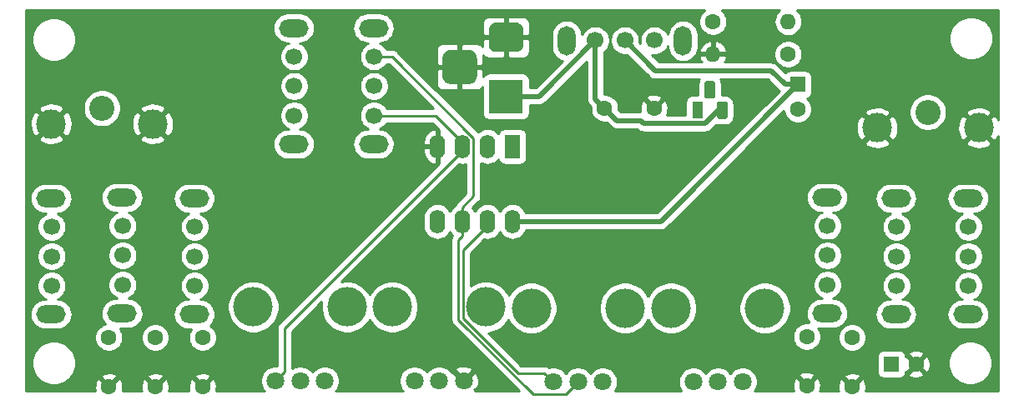
<source format=gbr>
G04 #@! TF.GenerationSoftware,KiCad,Pcbnew,(5.1.4-0-10_14)*
G04 #@! TF.CreationDate,2021-06-29T11:43:56+12:00*
G04 #@! TF.ProjectId,rupter,72757074-6572-42e6-9b69-6361645f7063,rev?*
G04 #@! TF.SameCoordinates,Original*
G04 #@! TF.FileFunction,Copper,L2,Bot*
G04 #@! TF.FilePolarity,Positive*
%FSLAX46Y46*%
G04 Gerber Fmt 4.6, Leading zero omitted, Abs format (unit mm)*
G04 Created by KiCad (PCBNEW (5.1.4-0-10_14)) date 2021-06-29 11:43:56*
%MOMM*%
%LPD*%
G04 APERTURE LIST*
%ADD10O,3.000000X1.800000*%
%ADD11C,1.700000*%
%ADD12O,1.600000X1.600000*%
%ADD13C,1.600000*%
%ADD14O,1.800000X3.000000*%
%ADD15R,1.100000X1.800000*%
%ADD16C,0.100000*%
%ADD17C,1.100000*%
%ADD18C,4.000000*%
%ADD19C,1.800000*%
%ADD20R,1.600000X1.600000*%
%ADD21C,3.000000*%
%ADD22C,2.550000*%
%ADD23R,3.500000X3.500000*%
%ADD24C,3.500000*%
%ADD25R,1.600000X2.400000*%
%ADD26O,1.600000X2.400000*%
%ADD27C,0.250000*%
%ADD28C,0.500000*%
%ADD29C,0.254000*%
G04 APERTURE END LIST*
D10*
X127850000Y-52450000D03*
X127850000Y-64250000D03*
D11*
X127900000Y-61350000D03*
X127900000Y-58350000D03*
X127900000Y-55350000D03*
D12*
X170400000Y-55100000D03*
D13*
X178020000Y-55100000D03*
D10*
X181950000Y-69650000D03*
X181950000Y-81450000D03*
D11*
X182000000Y-78550000D03*
X182000000Y-75550000D03*
X182000000Y-72550000D03*
D10*
X117750000Y-69750000D03*
X117750000Y-81550000D03*
D11*
X117800000Y-78650000D03*
X117800000Y-75650000D03*
X117800000Y-72650000D03*
D10*
X110450000Y-69650000D03*
X110450000Y-81450000D03*
D11*
X110500000Y-78550000D03*
X110500000Y-75550000D03*
X110500000Y-72550000D03*
D10*
X103250000Y-69750000D03*
X103250000Y-81550000D03*
D11*
X103300000Y-78650000D03*
X103300000Y-75650000D03*
X103300000Y-72650000D03*
D14*
X155550000Y-53750000D03*
X167350000Y-53750000D03*
D11*
X164450000Y-53700000D03*
X161450000Y-53700000D03*
X158450000Y-53700000D03*
D15*
X168800000Y-60800000D03*
D16*
G36*
X171641955Y-59901324D02*
G01*
X171668650Y-59905284D01*
X171694828Y-59911841D01*
X171720238Y-59920933D01*
X171744634Y-59932472D01*
X171767782Y-59946346D01*
X171789458Y-59962422D01*
X171809454Y-59980546D01*
X171827578Y-60000542D01*
X171843654Y-60022218D01*
X171857528Y-60045366D01*
X171869067Y-60069762D01*
X171878159Y-60095172D01*
X171884716Y-60121350D01*
X171888676Y-60148045D01*
X171890000Y-60175000D01*
X171890000Y-61425000D01*
X171888676Y-61451955D01*
X171884716Y-61478650D01*
X171878159Y-61504828D01*
X171869067Y-61530238D01*
X171857528Y-61554634D01*
X171843654Y-61577782D01*
X171827578Y-61599458D01*
X171809454Y-61619454D01*
X171789458Y-61637578D01*
X171767782Y-61653654D01*
X171744634Y-61667528D01*
X171720238Y-61679067D01*
X171694828Y-61688159D01*
X171668650Y-61694716D01*
X171641955Y-61698676D01*
X171615000Y-61700000D01*
X171065000Y-61700000D01*
X171038045Y-61698676D01*
X171011350Y-61694716D01*
X170985172Y-61688159D01*
X170959762Y-61679067D01*
X170935366Y-61667528D01*
X170912218Y-61653654D01*
X170890542Y-61637578D01*
X170870546Y-61619454D01*
X170852422Y-61599458D01*
X170836346Y-61577782D01*
X170822472Y-61554634D01*
X170810933Y-61530238D01*
X170801841Y-61504828D01*
X170795284Y-61478650D01*
X170791324Y-61451955D01*
X170790000Y-61425000D01*
X170790000Y-60175000D01*
X170791324Y-60148045D01*
X170795284Y-60121350D01*
X170801841Y-60095172D01*
X170810933Y-60069762D01*
X170822472Y-60045366D01*
X170836346Y-60022218D01*
X170852422Y-60000542D01*
X170870546Y-59980546D01*
X170890542Y-59962422D01*
X170912218Y-59946346D01*
X170935366Y-59932472D01*
X170959762Y-59920933D01*
X170985172Y-59911841D01*
X171011350Y-59905284D01*
X171038045Y-59901324D01*
X171065000Y-59900000D01*
X171615000Y-59900000D01*
X171641955Y-59901324D01*
X171641955Y-59901324D01*
G37*
D17*
X171340000Y-60800000D03*
D16*
G36*
X170371955Y-57831324D02*
G01*
X170398650Y-57835284D01*
X170424828Y-57841841D01*
X170450238Y-57850933D01*
X170474634Y-57862472D01*
X170497782Y-57876346D01*
X170519458Y-57892422D01*
X170539454Y-57910546D01*
X170557578Y-57930542D01*
X170573654Y-57952218D01*
X170587528Y-57975366D01*
X170599067Y-57999762D01*
X170608159Y-58025172D01*
X170614716Y-58051350D01*
X170618676Y-58078045D01*
X170620000Y-58105000D01*
X170620000Y-59355000D01*
X170618676Y-59381955D01*
X170614716Y-59408650D01*
X170608159Y-59434828D01*
X170599067Y-59460238D01*
X170587528Y-59484634D01*
X170573654Y-59507782D01*
X170557578Y-59529458D01*
X170539454Y-59549454D01*
X170519458Y-59567578D01*
X170497782Y-59583654D01*
X170474634Y-59597528D01*
X170450238Y-59609067D01*
X170424828Y-59618159D01*
X170398650Y-59624716D01*
X170371955Y-59628676D01*
X170345000Y-59630000D01*
X169795000Y-59630000D01*
X169768045Y-59628676D01*
X169741350Y-59624716D01*
X169715172Y-59618159D01*
X169689762Y-59609067D01*
X169665366Y-59597528D01*
X169642218Y-59583654D01*
X169620542Y-59567578D01*
X169600546Y-59549454D01*
X169582422Y-59529458D01*
X169566346Y-59507782D01*
X169552472Y-59484634D01*
X169540933Y-59460238D01*
X169531841Y-59434828D01*
X169525284Y-59408650D01*
X169521324Y-59381955D01*
X169520000Y-59355000D01*
X169520000Y-58105000D01*
X169521324Y-58078045D01*
X169525284Y-58051350D01*
X169531841Y-58025172D01*
X169540933Y-57999762D01*
X169552472Y-57975366D01*
X169566346Y-57952218D01*
X169582422Y-57930542D01*
X169600546Y-57910546D01*
X169620542Y-57892422D01*
X169642218Y-57876346D01*
X169665366Y-57862472D01*
X169689762Y-57850933D01*
X169715172Y-57841841D01*
X169741350Y-57835284D01*
X169768045Y-57831324D01*
X169795000Y-57830000D01*
X170345000Y-57830000D01*
X170371955Y-57831324D01*
X170371955Y-57831324D01*
G37*
D17*
X170070000Y-58730000D03*
D18*
X161450000Y-80900000D03*
X151950000Y-80900000D03*
D19*
X159200000Y-88400000D03*
X156700000Y-88400000D03*
X154200000Y-88400000D03*
D18*
X175650000Y-80900000D03*
X166150000Y-80900000D03*
D19*
X173400000Y-88400000D03*
X170900000Y-88400000D03*
X168400000Y-88400000D03*
D18*
X133250000Y-80800000D03*
X123750000Y-80800000D03*
D19*
X131000000Y-88300000D03*
X128500000Y-88300000D03*
X126000000Y-88300000D03*
D18*
X147350000Y-80800000D03*
X137850000Y-80800000D03*
D19*
X145100000Y-88300000D03*
X142600000Y-88300000D03*
X140100000Y-88300000D03*
D13*
X179000000Y-60700000D03*
D20*
X179000000Y-58200000D03*
D13*
X179900000Y-83800000D03*
X179900000Y-88800000D03*
X118600000Y-83900000D03*
X118600000Y-88900000D03*
D21*
X187050000Y-62600000D03*
X197350000Y-62600000D03*
D22*
X192200000Y-61000000D03*
D23*
X149400000Y-59400000D03*
D16*
G36*
X150473513Y-51903611D02*
G01*
X150546318Y-51914411D01*
X150617714Y-51932295D01*
X150687013Y-51957090D01*
X150753548Y-51988559D01*
X150816678Y-52026398D01*
X150875795Y-52070242D01*
X150930330Y-52119670D01*
X150979758Y-52174205D01*
X151023602Y-52233322D01*
X151061441Y-52296452D01*
X151092910Y-52362987D01*
X151117705Y-52432286D01*
X151135589Y-52503682D01*
X151146389Y-52576487D01*
X151150000Y-52650000D01*
X151150000Y-54150000D01*
X151146389Y-54223513D01*
X151135589Y-54296318D01*
X151117705Y-54367714D01*
X151092910Y-54437013D01*
X151061441Y-54503548D01*
X151023602Y-54566678D01*
X150979758Y-54625795D01*
X150930330Y-54680330D01*
X150875795Y-54729758D01*
X150816678Y-54773602D01*
X150753548Y-54811441D01*
X150687013Y-54842910D01*
X150617714Y-54867705D01*
X150546318Y-54885589D01*
X150473513Y-54896389D01*
X150400000Y-54900000D01*
X148400000Y-54900000D01*
X148326487Y-54896389D01*
X148253682Y-54885589D01*
X148182286Y-54867705D01*
X148112987Y-54842910D01*
X148046452Y-54811441D01*
X147983322Y-54773602D01*
X147924205Y-54729758D01*
X147869670Y-54680330D01*
X147820242Y-54625795D01*
X147776398Y-54566678D01*
X147738559Y-54503548D01*
X147707090Y-54437013D01*
X147682295Y-54367714D01*
X147664411Y-54296318D01*
X147653611Y-54223513D01*
X147650000Y-54150000D01*
X147650000Y-52650000D01*
X147653611Y-52576487D01*
X147664411Y-52503682D01*
X147682295Y-52432286D01*
X147707090Y-52362987D01*
X147738559Y-52296452D01*
X147776398Y-52233322D01*
X147820242Y-52174205D01*
X147869670Y-52119670D01*
X147924205Y-52070242D01*
X147983322Y-52026398D01*
X148046452Y-51988559D01*
X148112987Y-51957090D01*
X148182286Y-51932295D01*
X148253682Y-51914411D01*
X148326487Y-51903611D01*
X148400000Y-51900000D01*
X150400000Y-51900000D01*
X150473513Y-51903611D01*
X150473513Y-51903611D01*
G37*
D21*
X149400000Y-53400000D03*
D16*
G36*
X145660765Y-54654213D02*
G01*
X145745704Y-54666813D01*
X145828999Y-54687677D01*
X145909848Y-54716605D01*
X145987472Y-54753319D01*
X146061124Y-54797464D01*
X146130094Y-54848616D01*
X146193718Y-54906282D01*
X146251384Y-54969906D01*
X146302536Y-55038876D01*
X146346681Y-55112528D01*
X146383395Y-55190152D01*
X146412323Y-55271001D01*
X146433187Y-55354296D01*
X146445787Y-55439235D01*
X146450000Y-55525000D01*
X146450000Y-57275000D01*
X146445787Y-57360765D01*
X146433187Y-57445704D01*
X146412323Y-57528999D01*
X146383395Y-57609848D01*
X146346681Y-57687472D01*
X146302536Y-57761124D01*
X146251384Y-57830094D01*
X146193718Y-57893718D01*
X146130094Y-57951384D01*
X146061124Y-58002536D01*
X145987472Y-58046681D01*
X145909848Y-58083395D01*
X145828999Y-58112323D01*
X145745704Y-58133187D01*
X145660765Y-58145787D01*
X145575000Y-58150000D01*
X143825000Y-58150000D01*
X143739235Y-58145787D01*
X143654296Y-58133187D01*
X143571001Y-58112323D01*
X143490152Y-58083395D01*
X143412528Y-58046681D01*
X143338876Y-58002536D01*
X143269906Y-57951384D01*
X143206282Y-57893718D01*
X143148616Y-57830094D01*
X143097464Y-57761124D01*
X143053319Y-57687472D01*
X143016605Y-57609848D01*
X142987677Y-57528999D01*
X142966813Y-57445704D01*
X142954213Y-57360765D01*
X142950000Y-57275000D01*
X142950000Y-55525000D01*
X142954213Y-55439235D01*
X142966813Y-55354296D01*
X142987677Y-55271001D01*
X143016605Y-55190152D01*
X143053319Y-55112528D01*
X143097464Y-55038876D01*
X143148616Y-54969906D01*
X143206282Y-54906282D01*
X143269906Y-54848616D01*
X143338876Y-54797464D01*
X143412528Y-54753319D01*
X143490152Y-54716605D01*
X143571001Y-54687677D01*
X143654296Y-54666813D01*
X143739235Y-54654213D01*
X143825000Y-54650000D01*
X145575000Y-54650000D01*
X145660765Y-54654213D01*
X145660765Y-54654213D01*
G37*
D24*
X144700000Y-56400000D03*
D22*
X108400000Y-60600000D03*
D21*
X113550000Y-62200000D03*
X103250000Y-62200000D03*
D13*
X159400000Y-60600000D03*
X164400000Y-60600000D03*
X170400000Y-51800000D03*
D12*
X178020000Y-51800000D03*
D13*
X109100000Y-83900000D03*
X109100000Y-88900000D03*
X113800000Y-88900000D03*
X113800000Y-83900000D03*
D11*
X136000000Y-55350000D03*
X136000000Y-58350000D03*
X136000000Y-61350000D03*
D10*
X135950000Y-64250000D03*
X135950000Y-52450000D03*
D13*
X184500000Y-83900000D03*
X184500000Y-88900000D03*
D20*
X188500000Y-86600000D03*
D13*
X191000000Y-86600000D03*
D11*
X189000000Y-72650000D03*
X189000000Y-75650000D03*
X189000000Y-78650000D03*
D10*
X188950000Y-81550000D03*
X188950000Y-69750000D03*
X196250000Y-69750000D03*
X196250000Y-81550000D03*
D11*
X196300000Y-78650000D03*
X196300000Y-75650000D03*
X196300000Y-72650000D03*
D25*
X150050000Y-64500000D03*
D26*
X142430000Y-72120000D03*
X147510000Y-64500000D03*
X144970000Y-72120000D03*
X144970000Y-64500000D03*
X147510000Y-72120000D03*
X142430000Y-64500000D03*
X150050000Y-72120000D03*
D27*
X144970000Y-73570000D02*
X144970000Y-72120000D01*
X144574989Y-73965011D02*
X144970000Y-73570000D01*
X144574989Y-82102401D02*
X144574989Y-73965011D01*
X152122578Y-89649990D02*
X144574989Y-82102401D01*
X155450010Y-89649990D02*
X152122578Y-89649990D01*
X156700000Y-88400000D02*
X155450010Y-89649990D01*
X137202081Y-55350000D02*
X136000000Y-55350000D01*
X146095010Y-63634006D02*
X137811004Y-55350000D01*
X146095010Y-69544990D02*
X146095010Y-63634006D01*
X144970000Y-70670000D02*
X146095010Y-69544990D01*
X137811004Y-55350000D02*
X137202081Y-55350000D01*
X144970000Y-72120000D02*
X144970000Y-70670000D01*
X147510000Y-72520000D02*
X147510000Y-72120000D01*
X145024999Y-81916001D02*
X145024999Y-75005001D01*
X150608999Y-87500001D02*
X145024999Y-81916001D01*
X153300001Y-87500001D02*
X150608999Y-87500001D01*
X145024999Y-75005001D02*
X147510000Y-72520000D01*
X154200000Y-88400000D02*
X153300001Y-87500001D01*
X126899999Y-82970001D02*
X144970000Y-64900000D01*
X126899999Y-87400001D02*
X126899999Y-82970001D01*
X144970000Y-64900000D02*
X144970000Y-64500000D01*
X126000000Y-88300000D02*
X126899999Y-87400001D01*
X137202081Y-61350000D02*
X136000000Y-61350000D01*
X142220000Y-61350000D02*
X137202081Y-61350000D01*
X144970000Y-64100000D02*
X142220000Y-61350000D01*
X144970000Y-64500000D02*
X144970000Y-64100000D01*
D28*
X178880000Y-58200000D02*
X179000000Y-58200000D01*
X177700000Y-58200000D02*
X179000000Y-58200000D01*
X161450000Y-53700000D02*
X164550000Y-56800000D01*
X164550000Y-56800000D02*
X176300000Y-56800000D01*
X176300000Y-56800000D02*
X177700000Y-58200000D01*
X165080000Y-72120000D02*
X150050000Y-72120000D01*
X179000000Y-58200000D02*
X165080000Y-72120000D01*
X152750000Y-59400000D02*
X158450000Y-53700000D01*
X149400000Y-59400000D02*
X152750000Y-59400000D01*
X169589999Y-62150001D02*
X163350001Y-62150001D01*
X171340000Y-60400000D02*
X169589999Y-62150001D01*
X158450000Y-59650000D02*
X159400000Y-60600000D01*
X158450000Y-53700000D02*
X158450000Y-59650000D01*
X163050001Y-61850001D02*
X163350001Y-62150001D01*
X160650001Y-61850001D02*
X163050001Y-61850001D01*
X159400000Y-60600000D02*
X160650001Y-61850001D01*
D29*
G36*
X145335010Y-69230187D02*
G01*
X144458998Y-70106201D01*
X144430000Y-70129999D01*
X144406202Y-70158997D01*
X144406201Y-70158998D01*
X144335026Y-70245724D01*
X144264454Y-70377754D01*
X144231060Y-70487843D01*
X144168900Y-70521068D01*
X143950393Y-70700392D01*
X143771068Y-70918899D01*
X143700000Y-71051858D01*
X143628932Y-70918899D01*
X143449608Y-70700392D01*
X143231101Y-70521068D01*
X142981808Y-70387818D01*
X142711309Y-70305764D01*
X142430000Y-70278057D01*
X142148692Y-70305764D01*
X141878193Y-70387818D01*
X141628900Y-70521068D01*
X141410393Y-70700392D01*
X141231068Y-70918899D01*
X141097818Y-71168192D01*
X141015764Y-71438691D01*
X140995000Y-71649508D01*
X140995000Y-72590491D01*
X141015764Y-72801308D01*
X141097818Y-73071807D01*
X141231068Y-73321100D01*
X141410392Y-73539607D01*
X141628899Y-73718932D01*
X141878192Y-73852182D01*
X142148691Y-73934236D01*
X142430000Y-73961943D01*
X142711308Y-73934236D01*
X142981807Y-73852182D01*
X143231100Y-73718932D01*
X143449607Y-73539608D01*
X143628932Y-73321101D01*
X143700000Y-73188142D01*
X143771068Y-73321100D01*
X143945666Y-73533849D01*
X143940015Y-73540735D01*
X143869443Y-73672765D01*
X143860128Y-73703475D01*
X143825987Y-73816025D01*
X143821066Y-73865990D01*
X143811313Y-73965011D01*
X143814990Y-74002343D01*
X143814989Y-82065079D01*
X143811313Y-82102401D01*
X143814989Y-82139723D01*
X143814989Y-82139733D01*
X143825986Y-82251386D01*
X143860450Y-82365000D01*
X143869443Y-82394647D01*
X143940015Y-82526677D01*
X143959956Y-82550975D01*
X144034988Y-82642402D01*
X144063992Y-82666205D01*
X150737786Y-89340000D01*
X146240452Y-89340000D01*
X146280030Y-89300422D01*
X146164082Y-89184474D01*
X146418261Y-89100792D01*
X146549158Y-88828225D01*
X146624365Y-88535358D01*
X146640991Y-88233447D01*
X146598397Y-87934093D01*
X146498222Y-87648801D01*
X146418261Y-87499208D01*
X146164080Y-87415525D01*
X145279605Y-88300000D01*
X145293748Y-88314143D01*
X145114143Y-88493748D01*
X145100000Y-88479605D01*
X145085858Y-88493748D01*
X144906253Y-88314143D01*
X144920395Y-88300000D01*
X144035920Y-87415525D01*
X143887738Y-87464310D01*
X143792312Y-87321495D01*
X143706737Y-87235920D01*
X144215525Y-87235920D01*
X145100000Y-88120395D01*
X145984475Y-87235920D01*
X145900792Y-86981739D01*
X145628225Y-86850842D01*
X145335358Y-86775635D01*
X145033447Y-86759009D01*
X144734093Y-86801603D01*
X144448801Y-86901778D01*
X144299208Y-86981739D01*
X144215525Y-87235920D01*
X143706737Y-87235920D01*
X143578505Y-87107688D01*
X143327095Y-86939701D01*
X143047743Y-86823989D01*
X142751184Y-86765000D01*
X142448816Y-86765000D01*
X142152257Y-86823989D01*
X141872905Y-86939701D01*
X141621495Y-87107688D01*
X141407688Y-87321495D01*
X141350000Y-87407831D01*
X141292312Y-87321495D01*
X141078505Y-87107688D01*
X140827095Y-86939701D01*
X140547743Y-86823989D01*
X140251184Y-86765000D01*
X139948816Y-86765000D01*
X139652257Y-86823989D01*
X139372905Y-86939701D01*
X139121495Y-87107688D01*
X138907688Y-87321495D01*
X138739701Y-87572905D01*
X138623989Y-87852257D01*
X138565000Y-88148816D01*
X138565000Y-88451184D01*
X138623989Y-88747743D01*
X138739701Y-89027095D01*
X138907688Y-89278505D01*
X138969183Y-89340000D01*
X132130817Y-89340000D01*
X132192312Y-89278505D01*
X132360299Y-89027095D01*
X132476011Y-88747743D01*
X132535000Y-88451184D01*
X132535000Y-88148816D01*
X132476011Y-87852257D01*
X132360299Y-87572905D01*
X132192312Y-87321495D01*
X131978505Y-87107688D01*
X131727095Y-86939701D01*
X131447743Y-86823989D01*
X131151184Y-86765000D01*
X130848816Y-86765000D01*
X130552257Y-86823989D01*
X130272905Y-86939701D01*
X130021495Y-87107688D01*
X129807688Y-87321495D01*
X129750000Y-87407831D01*
X129692312Y-87321495D01*
X129478505Y-87107688D01*
X129227095Y-86939701D01*
X128947743Y-86823989D01*
X128651184Y-86765000D01*
X128348816Y-86765000D01*
X128052257Y-86823989D01*
X127772905Y-86939701D01*
X127659999Y-87015142D01*
X127659999Y-83284802D01*
X130667311Y-80277491D01*
X130615000Y-80540475D01*
X130615000Y-81059525D01*
X130716261Y-81568601D01*
X130914893Y-82048141D01*
X131203262Y-82479715D01*
X131570285Y-82846738D01*
X132001859Y-83135107D01*
X132481399Y-83333739D01*
X132990475Y-83435000D01*
X133509525Y-83435000D01*
X134018601Y-83333739D01*
X134498141Y-83135107D01*
X134929715Y-82846738D01*
X135296738Y-82479715D01*
X135550000Y-82100682D01*
X135803262Y-82479715D01*
X136170285Y-82846738D01*
X136601859Y-83135107D01*
X137081399Y-83333739D01*
X137590475Y-83435000D01*
X138109525Y-83435000D01*
X138618601Y-83333739D01*
X139098141Y-83135107D01*
X139529715Y-82846738D01*
X139896738Y-82479715D01*
X140185107Y-82048141D01*
X140383739Y-81568601D01*
X140485000Y-81059525D01*
X140485000Y-80540475D01*
X140383739Y-80031399D01*
X140185107Y-79551859D01*
X139896738Y-79120285D01*
X139529715Y-78753262D01*
X139098141Y-78464893D01*
X138618601Y-78266261D01*
X138109525Y-78165000D01*
X137590475Y-78165000D01*
X137081399Y-78266261D01*
X136601859Y-78464893D01*
X136170285Y-78753262D01*
X135803262Y-79120285D01*
X135550000Y-79499318D01*
X135296738Y-79120285D01*
X134929715Y-78753262D01*
X134498141Y-78464893D01*
X134018601Y-78266261D01*
X133509525Y-78165000D01*
X132990475Y-78165000D01*
X132727491Y-78217310D01*
X144644095Y-66300708D01*
X144688691Y-66314236D01*
X144970000Y-66341943D01*
X145251308Y-66314236D01*
X145335011Y-66288845D01*
X145335010Y-69230187D01*
X145335010Y-69230187D01*
G37*
X145335010Y-69230187D02*
X144458998Y-70106201D01*
X144430000Y-70129999D01*
X144406202Y-70158997D01*
X144406201Y-70158998D01*
X144335026Y-70245724D01*
X144264454Y-70377754D01*
X144231060Y-70487843D01*
X144168900Y-70521068D01*
X143950393Y-70700392D01*
X143771068Y-70918899D01*
X143700000Y-71051858D01*
X143628932Y-70918899D01*
X143449608Y-70700392D01*
X143231101Y-70521068D01*
X142981808Y-70387818D01*
X142711309Y-70305764D01*
X142430000Y-70278057D01*
X142148692Y-70305764D01*
X141878193Y-70387818D01*
X141628900Y-70521068D01*
X141410393Y-70700392D01*
X141231068Y-70918899D01*
X141097818Y-71168192D01*
X141015764Y-71438691D01*
X140995000Y-71649508D01*
X140995000Y-72590491D01*
X141015764Y-72801308D01*
X141097818Y-73071807D01*
X141231068Y-73321100D01*
X141410392Y-73539607D01*
X141628899Y-73718932D01*
X141878192Y-73852182D01*
X142148691Y-73934236D01*
X142430000Y-73961943D01*
X142711308Y-73934236D01*
X142981807Y-73852182D01*
X143231100Y-73718932D01*
X143449607Y-73539608D01*
X143628932Y-73321101D01*
X143700000Y-73188142D01*
X143771068Y-73321100D01*
X143945666Y-73533849D01*
X143940015Y-73540735D01*
X143869443Y-73672765D01*
X143860128Y-73703475D01*
X143825987Y-73816025D01*
X143821066Y-73865990D01*
X143811313Y-73965011D01*
X143814990Y-74002343D01*
X143814989Y-82065079D01*
X143811313Y-82102401D01*
X143814989Y-82139723D01*
X143814989Y-82139733D01*
X143825986Y-82251386D01*
X143860450Y-82365000D01*
X143869443Y-82394647D01*
X143940015Y-82526677D01*
X143959956Y-82550975D01*
X144034988Y-82642402D01*
X144063992Y-82666205D01*
X150737786Y-89340000D01*
X146240452Y-89340000D01*
X146280030Y-89300422D01*
X146164082Y-89184474D01*
X146418261Y-89100792D01*
X146549158Y-88828225D01*
X146624365Y-88535358D01*
X146640991Y-88233447D01*
X146598397Y-87934093D01*
X146498222Y-87648801D01*
X146418261Y-87499208D01*
X146164080Y-87415525D01*
X145279605Y-88300000D01*
X145293748Y-88314143D01*
X145114143Y-88493748D01*
X145100000Y-88479605D01*
X145085858Y-88493748D01*
X144906253Y-88314143D01*
X144920395Y-88300000D01*
X144035920Y-87415525D01*
X143887738Y-87464310D01*
X143792312Y-87321495D01*
X143706737Y-87235920D01*
X144215525Y-87235920D01*
X145100000Y-88120395D01*
X145984475Y-87235920D01*
X145900792Y-86981739D01*
X145628225Y-86850842D01*
X145335358Y-86775635D01*
X145033447Y-86759009D01*
X144734093Y-86801603D01*
X144448801Y-86901778D01*
X144299208Y-86981739D01*
X144215525Y-87235920D01*
X143706737Y-87235920D01*
X143578505Y-87107688D01*
X143327095Y-86939701D01*
X143047743Y-86823989D01*
X142751184Y-86765000D01*
X142448816Y-86765000D01*
X142152257Y-86823989D01*
X141872905Y-86939701D01*
X141621495Y-87107688D01*
X141407688Y-87321495D01*
X141350000Y-87407831D01*
X141292312Y-87321495D01*
X141078505Y-87107688D01*
X140827095Y-86939701D01*
X140547743Y-86823989D01*
X140251184Y-86765000D01*
X139948816Y-86765000D01*
X139652257Y-86823989D01*
X139372905Y-86939701D01*
X139121495Y-87107688D01*
X138907688Y-87321495D01*
X138739701Y-87572905D01*
X138623989Y-87852257D01*
X138565000Y-88148816D01*
X138565000Y-88451184D01*
X138623989Y-88747743D01*
X138739701Y-89027095D01*
X138907688Y-89278505D01*
X138969183Y-89340000D01*
X132130817Y-89340000D01*
X132192312Y-89278505D01*
X132360299Y-89027095D01*
X132476011Y-88747743D01*
X132535000Y-88451184D01*
X132535000Y-88148816D01*
X132476011Y-87852257D01*
X132360299Y-87572905D01*
X132192312Y-87321495D01*
X131978505Y-87107688D01*
X131727095Y-86939701D01*
X131447743Y-86823989D01*
X131151184Y-86765000D01*
X130848816Y-86765000D01*
X130552257Y-86823989D01*
X130272905Y-86939701D01*
X130021495Y-87107688D01*
X129807688Y-87321495D01*
X129750000Y-87407831D01*
X129692312Y-87321495D01*
X129478505Y-87107688D01*
X129227095Y-86939701D01*
X128947743Y-86823989D01*
X128651184Y-86765000D01*
X128348816Y-86765000D01*
X128052257Y-86823989D01*
X127772905Y-86939701D01*
X127659999Y-87015142D01*
X127659999Y-83284802D01*
X130667311Y-80277491D01*
X130615000Y-80540475D01*
X130615000Y-81059525D01*
X130716261Y-81568601D01*
X130914893Y-82048141D01*
X131203262Y-82479715D01*
X131570285Y-82846738D01*
X132001859Y-83135107D01*
X132481399Y-83333739D01*
X132990475Y-83435000D01*
X133509525Y-83435000D01*
X134018601Y-83333739D01*
X134498141Y-83135107D01*
X134929715Y-82846738D01*
X135296738Y-82479715D01*
X135550000Y-82100682D01*
X135803262Y-82479715D01*
X136170285Y-82846738D01*
X136601859Y-83135107D01*
X137081399Y-83333739D01*
X137590475Y-83435000D01*
X138109525Y-83435000D01*
X138618601Y-83333739D01*
X139098141Y-83135107D01*
X139529715Y-82846738D01*
X139896738Y-82479715D01*
X140185107Y-82048141D01*
X140383739Y-81568601D01*
X140485000Y-81059525D01*
X140485000Y-80540475D01*
X140383739Y-80031399D01*
X140185107Y-79551859D01*
X139896738Y-79120285D01*
X139529715Y-78753262D01*
X139098141Y-78464893D01*
X138618601Y-78266261D01*
X138109525Y-78165000D01*
X137590475Y-78165000D01*
X137081399Y-78266261D01*
X136601859Y-78464893D01*
X136170285Y-78753262D01*
X135803262Y-79120285D01*
X135550000Y-79499318D01*
X135296738Y-79120285D01*
X134929715Y-78753262D01*
X134498141Y-78464893D01*
X134018601Y-78266261D01*
X133509525Y-78165000D01*
X132990475Y-78165000D01*
X132727491Y-78217310D01*
X144644095Y-66300708D01*
X144688691Y-66314236D01*
X144970000Y-66341943D01*
X145251308Y-66314236D01*
X145335011Y-66288845D01*
X145335010Y-69230187D01*
G36*
X169485241Y-50685363D02*
G01*
X169285363Y-50885241D01*
X169128320Y-51120273D01*
X169020147Y-51381426D01*
X168965000Y-51658665D01*
X168965000Y-51941335D01*
X169020147Y-52218574D01*
X169128320Y-52479727D01*
X169285363Y-52714759D01*
X169485241Y-52914637D01*
X169720273Y-53071680D01*
X169981426Y-53179853D01*
X170258665Y-53235000D01*
X170541335Y-53235000D01*
X170818574Y-53179853D01*
X171079727Y-53071680D01*
X171314759Y-52914637D01*
X171514637Y-52714759D01*
X171671680Y-52479727D01*
X171779853Y-52218574D01*
X171835000Y-51941335D01*
X171835000Y-51658665D01*
X171779853Y-51381426D01*
X171671680Y-51120273D01*
X171514637Y-50885241D01*
X171314759Y-50685363D01*
X171276801Y-50660000D01*
X177147090Y-50660000D01*
X177000392Y-50780392D01*
X176821068Y-50998899D01*
X176687818Y-51248192D01*
X176605764Y-51518691D01*
X176578057Y-51800000D01*
X176605764Y-52081309D01*
X176687818Y-52351808D01*
X176821068Y-52601101D01*
X177000392Y-52819608D01*
X177218899Y-52998932D01*
X177468192Y-53132182D01*
X177738691Y-53214236D01*
X177949508Y-53235000D01*
X178090492Y-53235000D01*
X178301309Y-53214236D01*
X178571808Y-53132182D01*
X178821101Y-52998932D01*
X179039608Y-52819608D01*
X179218932Y-52601101D01*
X179352182Y-52351808D01*
X179434236Y-52081309D01*
X179461943Y-51800000D01*
X179434236Y-51518691D01*
X179352182Y-51248192D01*
X179218932Y-50998899D01*
X179039608Y-50780392D01*
X178892910Y-50660000D01*
X199340000Y-50660000D01*
X199340000Y-61815727D01*
X199315243Y-61739617D01*
X199157214Y-61443962D01*
X198841653Y-61287952D01*
X197529605Y-62600000D01*
X198841653Y-63912048D01*
X199157214Y-63756038D01*
X199340000Y-63397007D01*
X199340001Y-89340000D01*
X185869103Y-89340000D01*
X185926300Y-89111816D01*
X185940217Y-88829488D01*
X185898787Y-88549870D01*
X185803603Y-88283708D01*
X185736671Y-88158486D01*
X185492702Y-88086903D01*
X184679605Y-88900000D01*
X184693748Y-88914143D01*
X184514143Y-89093748D01*
X184500000Y-89079605D01*
X184485858Y-89093748D01*
X184306253Y-88914143D01*
X184320395Y-88900000D01*
X183507298Y-88086903D01*
X183263329Y-88158486D01*
X183142429Y-88413996D01*
X183073700Y-88688184D01*
X183059783Y-88970512D01*
X183101213Y-89250130D01*
X183133352Y-89340000D01*
X181232022Y-89340000D01*
X181257571Y-89286004D01*
X181326300Y-89011816D01*
X181340217Y-88729488D01*
X181298787Y-88449870D01*
X181203603Y-88183708D01*
X181136671Y-88058486D01*
X180892702Y-87986903D01*
X180079605Y-88800000D01*
X180093748Y-88814143D01*
X179914143Y-88993748D01*
X179900000Y-88979605D01*
X179885858Y-88993748D01*
X179706253Y-88814143D01*
X179720395Y-88800000D01*
X178907298Y-87986903D01*
X178663329Y-88058486D01*
X178542429Y-88313996D01*
X178473700Y-88588184D01*
X178459783Y-88870512D01*
X178501213Y-89150130D01*
X178569114Y-89340000D01*
X174618040Y-89340000D01*
X174760299Y-89127095D01*
X174876011Y-88847743D01*
X174935000Y-88551184D01*
X174935000Y-88248816D01*
X174876011Y-87952257D01*
X174815967Y-87807298D01*
X179086903Y-87807298D01*
X179900000Y-88620395D01*
X180613097Y-87907298D01*
X183686903Y-87907298D01*
X184500000Y-88720395D01*
X185313097Y-87907298D01*
X185241514Y-87663329D01*
X184986004Y-87542429D01*
X184711816Y-87473700D01*
X184429488Y-87459783D01*
X184149870Y-87501213D01*
X183883708Y-87596397D01*
X183758486Y-87663329D01*
X183686903Y-87907298D01*
X180613097Y-87907298D01*
X180713097Y-87807298D01*
X180641514Y-87563329D01*
X180386004Y-87442429D01*
X180111816Y-87373700D01*
X179829488Y-87359783D01*
X179549870Y-87401213D01*
X179283708Y-87496397D01*
X179158486Y-87563329D01*
X179086903Y-87807298D01*
X174815967Y-87807298D01*
X174760299Y-87672905D01*
X174592312Y-87421495D01*
X174378505Y-87207688D01*
X174127095Y-87039701D01*
X173847743Y-86923989D01*
X173551184Y-86865000D01*
X173248816Y-86865000D01*
X172952257Y-86923989D01*
X172672905Y-87039701D01*
X172421495Y-87207688D01*
X172207688Y-87421495D01*
X172150000Y-87507831D01*
X172092312Y-87421495D01*
X171878505Y-87207688D01*
X171627095Y-87039701D01*
X171347743Y-86923989D01*
X171051184Y-86865000D01*
X170748816Y-86865000D01*
X170452257Y-86923989D01*
X170172905Y-87039701D01*
X169921495Y-87207688D01*
X169707688Y-87421495D01*
X169650000Y-87507831D01*
X169592312Y-87421495D01*
X169378505Y-87207688D01*
X169127095Y-87039701D01*
X168847743Y-86923989D01*
X168551184Y-86865000D01*
X168248816Y-86865000D01*
X167952257Y-86923989D01*
X167672905Y-87039701D01*
X167421495Y-87207688D01*
X167207688Y-87421495D01*
X167039701Y-87672905D01*
X166923989Y-87952257D01*
X166865000Y-88248816D01*
X166865000Y-88551184D01*
X166923989Y-88847743D01*
X167039701Y-89127095D01*
X167181960Y-89340000D01*
X160418040Y-89340000D01*
X160560299Y-89127095D01*
X160676011Y-88847743D01*
X160735000Y-88551184D01*
X160735000Y-88248816D01*
X160676011Y-87952257D01*
X160560299Y-87672905D01*
X160392312Y-87421495D01*
X160178505Y-87207688D01*
X159927095Y-87039701D01*
X159647743Y-86923989D01*
X159351184Y-86865000D01*
X159048816Y-86865000D01*
X158752257Y-86923989D01*
X158472905Y-87039701D01*
X158221495Y-87207688D01*
X158007688Y-87421495D01*
X157950000Y-87507831D01*
X157892312Y-87421495D01*
X157678505Y-87207688D01*
X157427095Y-87039701D01*
X157147743Y-86923989D01*
X156851184Y-86865000D01*
X156548816Y-86865000D01*
X156252257Y-86923989D01*
X155972905Y-87039701D01*
X155721495Y-87207688D01*
X155507688Y-87421495D01*
X155450000Y-87507831D01*
X155392312Y-87421495D01*
X155178505Y-87207688D01*
X154927095Y-87039701D01*
X154647743Y-86923989D01*
X154351184Y-86865000D01*
X154048816Y-86865000D01*
X153787565Y-86916966D01*
X153724277Y-86865027D01*
X153592248Y-86794455D01*
X153448987Y-86750998D01*
X153337334Y-86740001D01*
X153337323Y-86740001D01*
X153300001Y-86736325D01*
X153262679Y-86740001D01*
X150923801Y-86740001D01*
X149983800Y-85800000D01*
X187061928Y-85800000D01*
X187061928Y-87400000D01*
X187074188Y-87524482D01*
X187110498Y-87644180D01*
X187169463Y-87754494D01*
X187248815Y-87851185D01*
X187345506Y-87930537D01*
X187455820Y-87989502D01*
X187575518Y-88025812D01*
X187700000Y-88038072D01*
X189300000Y-88038072D01*
X189424482Y-88025812D01*
X189544180Y-87989502D01*
X189654494Y-87930537D01*
X189751185Y-87851185D01*
X189830537Y-87754494D01*
X189889502Y-87644180D01*
X189905117Y-87592702D01*
X190186903Y-87592702D01*
X190258486Y-87836671D01*
X190513996Y-87957571D01*
X190788184Y-88026300D01*
X191070512Y-88040217D01*
X191350130Y-87998787D01*
X191616292Y-87903603D01*
X191741514Y-87836671D01*
X191813097Y-87592702D01*
X191000000Y-86779605D01*
X190186903Y-87592702D01*
X189905117Y-87592702D01*
X189925812Y-87524482D01*
X189938072Y-87400000D01*
X189938072Y-87392785D01*
X190007298Y-87413097D01*
X190820395Y-86600000D01*
X191179605Y-86600000D01*
X191992702Y-87413097D01*
X192236671Y-87341514D01*
X192357571Y-87086004D01*
X192426300Y-86811816D01*
X192440217Y-86529488D01*
X192403233Y-86279872D01*
X194265000Y-86279872D01*
X194265000Y-86720128D01*
X194350890Y-87151925D01*
X194519369Y-87558669D01*
X194763962Y-87924729D01*
X195075271Y-88236038D01*
X195441331Y-88480631D01*
X195848075Y-88649110D01*
X196279872Y-88735000D01*
X196720128Y-88735000D01*
X197151925Y-88649110D01*
X197558669Y-88480631D01*
X197924729Y-88236038D01*
X198236038Y-87924729D01*
X198480631Y-87558669D01*
X198649110Y-87151925D01*
X198735000Y-86720128D01*
X198735000Y-86279872D01*
X198649110Y-85848075D01*
X198480631Y-85441331D01*
X198236038Y-85075271D01*
X197924729Y-84763962D01*
X197558669Y-84519369D01*
X197151925Y-84350890D01*
X196720128Y-84265000D01*
X196279872Y-84265000D01*
X195848075Y-84350890D01*
X195441331Y-84519369D01*
X195075271Y-84763962D01*
X194763962Y-85075271D01*
X194519369Y-85441331D01*
X194350890Y-85848075D01*
X194265000Y-86279872D01*
X192403233Y-86279872D01*
X192398787Y-86249870D01*
X192303603Y-85983708D01*
X192236671Y-85858486D01*
X191992702Y-85786903D01*
X191179605Y-86600000D01*
X190820395Y-86600000D01*
X190007298Y-85786903D01*
X189938072Y-85807215D01*
X189938072Y-85800000D01*
X189925812Y-85675518D01*
X189905118Y-85607298D01*
X190186903Y-85607298D01*
X191000000Y-86420395D01*
X191813097Y-85607298D01*
X191741514Y-85363329D01*
X191486004Y-85242429D01*
X191211816Y-85173700D01*
X190929488Y-85159783D01*
X190649870Y-85201213D01*
X190383708Y-85296397D01*
X190258486Y-85363329D01*
X190186903Y-85607298D01*
X189905118Y-85607298D01*
X189889502Y-85555820D01*
X189830537Y-85445506D01*
X189751185Y-85348815D01*
X189654494Y-85269463D01*
X189544180Y-85210498D01*
X189424482Y-85174188D01*
X189300000Y-85161928D01*
X187700000Y-85161928D01*
X187575518Y-85174188D01*
X187455820Y-85210498D01*
X187345506Y-85269463D01*
X187248815Y-85348815D01*
X187169463Y-85445506D01*
X187110498Y-85555820D01*
X187074188Y-85675518D01*
X187061928Y-85800000D01*
X149983800Y-85800000D01*
X147842465Y-83658665D01*
X178465000Y-83658665D01*
X178465000Y-83941335D01*
X178520147Y-84218574D01*
X178628320Y-84479727D01*
X178785363Y-84714759D01*
X178985241Y-84914637D01*
X179220273Y-85071680D01*
X179481426Y-85179853D01*
X179758665Y-85235000D01*
X180041335Y-85235000D01*
X180318574Y-85179853D01*
X180579727Y-85071680D01*
X180814759Y-84914637D01*
X181014637Y-84714759D01*
X181171680Y-84479727D01*
X181279853Y-84218574D01*
X181335000Y-83941335D01*
X181335000Y-83758665D01*
X183065000Y-83758665D01*
X183065000Y-84041335D01*
X183120147Y-84318574D01*
X183228320Y-84579727D01*
X183385363Y-84814759D01*
X183585241Y-85014637D01*
X183820273Y-85171680D01*
X184081426Y-85279853D01*
X184358665Y-85335000D01*
X184641335Y-85335000D01*
X184918574Y-85279853D01*
X185179727Y-85171680D01*
X185414759Y-85014637D01*
X185614637Y-84814759D01*
X185771680Y-84579727D01*
X185879853Y-84318574D01*
X185935000Y-84041335D01*
X185935000Y-83758665D01*
X185879853Y-83481426D01*
X185771680Y-83220273D01*
X185614637Y-82985241D01*
X185414759Y-82785363D01*
X185179727Y-82628320D01*
X184918574Y-82520147D01*
X184641335Y-82465000D01*
X184358665Y-82465000D01*
X184081426Y-82520147D01*
X183820273Y-82628320D01*
X183585241Y-82785363D01*
X183385363Y-82985241D01*
X183228320Y-83220273D01*
X183120147Y-83481426D01*
X183065000Y-83758665D01*
X181335000Y-83758665D01*
X181335000Y-83658665D01*
X181279853Y-83381426D01*
X181171680Y-83120273D01*
X181067677Y-82964621D01*
X181274592Y-82985000D01*
X182625408Y-82985000D01*
X182850913Y-82962790D01*
X183140261Y-82875017D01*
X183406927Y-82732481D01*
X183640661Y-82540661D01*
X183832481Y-82306927D01*
X183975017Y-82040261D01*
X184062790Y-81750913D01*
X184082577Y-81550000D01*
X186807573Y-81550000D01*
X186837210Y-81850913D01*
X186924983Y-82140261D01*
X187067519Y-82406927D01*
X187259339Y-82640661D01*
X187493073Y-82832481D01*
X187759739Y-82975017D01*
X188049087Y-83062790D01*
X188274592Y-83085000D01*
X189625408Y-83085000D01*
X189850913Y-83062790D01*
X190140261Y-82975017D01*
X190406927Y-82832481D01*
X190640661Y-82640661D01*
X190832481Y-82406927D01*
X190975017Y-82140261D01*
X191062790Y-81850913D01*
X191092427Y-81550000D01*
X194107573Y-81550000D01*
X194137210Y-81850913D01*
X194224983Y-82140261D01*
X194367519Y-82406927D01*
X194559339Y-82640661D01*
X194793073Y-82832481D01*
X195059739Y-82975017D01*
X195349087Y-83062790D01*
X195574592Y-83085000D01*
X196925408Y-83085000D01*
X197150913Y-83062790D01*
X197440261Y-82975017D01*
X197706927Y-82832481D01*
X197940661Y-82640661D01*
X198132481Y-82406927D01*
X198275017Y-82140261D01*
X198362790Y-81850913D01*
X198392427Y-81550000D01*
X198362790Y-81249087D01*
X198275017Y-80959739D01*
X198132481Y-80693073D01*
X197940661Y-80459339D01*
X197706927Y-80267519D01*
X197440261Y-80124983D01*
X197150913Y-80037210D01*
X196925408Y-80015000D01*
X196885090Y-80015000D01*
X197003411Y-79965990D01*
X197246632Y-79803475D01*
X197453475Y-79596632D01*
X197615990Y-79353411D01*
X197727932Y-79083158D01*
X197785000Y-78796260D01*
X197785000Y-78503740D01*
X197727932Y-78216842D01*
X197615990Y-77946589D01*
X197453475Y-77703368D01*
X197246632Y-77496525D01*
X197003411Y-77334010D01*
X196733158Y-77222068D01*
X196446260Y-77165000D01*
X196153740Y-77165000D01*
X195866842Y-77222068D01*
X195596589Y-77334010D01*
X195353368Y-77496525D01*
X195146525Y-77703368D01*
X194984010Y-77946589D01*
X194872068Y-78216842D01*
X194815000Y-78503740D01*
X194815000Y-78796260D01*
X194872068Y-79083158D01*
X194984010Y-79353411D01*
X195146525Y-79596632D01*
X195353368Y-79803475D01*
X195596589Y-79965990D01*
X195714910Y-80015000D01*
X195574592Y-80015000D01*
X195349087Y-80037210D01*
X195059739Y-80124983D01*
X194793073Y-80267519D01*
X194559339Y-80459339D01*
X194367519Y-80693073D01*
X194224983Y-80959739D01*
X194137210Y-81249087D01*
X194107573Y-81550000D01*
X191092427Y-81550000D01*
X191062790Y-81249087D01*
X190975017Y-80959739D01*
X190832481Y-80693073D01*
X190640661Y-80459339D01*
X190406927Y-80267519D01*
X190140261Y-80124983D01*
X189850913Y-80037210D01*
X189625408Y-80015000D01*
X189585090Y-80015000D01*
X189703411Y-79965990D01*
X189946632Y-79803475D01*
X190153475Y-79596632D01*
X190315990Y-79353411D01*
X190427932Y-79083158D01*
X190485000Y-78796260D01*
X190485000Y-78503740D01*
X190427932Y-78216842D01*
X190315990Y-77946589D01*
X190153475Y-77703368D01*
X189946632Y-77496525D01*
X189703411Y-77334010D01*
X189433158Y-77222068D01*
X189146260Y-77165000D01*
X188853740Y-77165000D01*
X188566842Y-77222068D01*
X188296589Y-77334010D01*
X188053368Y-77496525D01*
X187846525Y-77703368D01*
X187684010Y-77946589D01*
X187572068Y-78216842D01*
X187515000Y-78503740D01*
X187515000Y-78796260D01*
X187572068Y-79083158D01*
X187684010Y-79353411D01*
X187846525Y-79596632D01*
X188053368Y-79803475D01*
X188296589Y-79965990D01*
X188414910Y-80015000D01*
X188274592Y-80015000D01*
X188049087Y-80037210D01*
X187759739Y-80124983D01*
X187493073Y-80267519D01*
X187259339Y-80459339D01*
X187067519Y-80693073D01*
X186924983Y-80959739D01*
X186837210Y-81249087D01*
X186807573Y-81550000D01*
X184082577Y-81550000D01*
X184092427Y-81450000D01*
X184062790Y-81149087D01*
X183975017Y-80859739D01*
X183832481Y-80593073D01*
X183640661Y-80359339D01*
X183406927Y-80167519D01*
X183140261Y-80024983D01*
X182850913Y-79937210D01*
X182625408Y-79915000D01*
X182585090Y-79915000D01*
X182703411Y-79865990D01*
X182946632Y-79703475D01*
X183153475Y-79496632D01*
X183315990Y-79253411D01*
X183427932Y-78983158D01*
X183485000Y-78696260D01*
X183485000Y-78403740D01*
X183427932Y-78116842D01*
X183315990Y-77846589D01*
X183153475Y-77603368D01*
X182946632Y-77396525D01*
X182703411Y-77234010D01*
X182433158Y-77122068D01*
X182146260Y-77065000D01*
X181853740Y-77065000D01*
X181566842Y-77122068D01*
X181296589Y-77234010D01*
X181053368Y-77396525D01*
X180846525Y-77603368D01*
X180684010Y-77846589D01*
X180572068Y-78116842D01*
X180515000Y-78403740D01*
X180515000Y-78696260D01*
X180572068Y-78983158D01*
X180684010Y-79253411D01*
X180846525Y-79496632D01*
X181053368Y-79703475D01*
X181296589Y-79865990D01*
X181414910Y-79915000D01*
X181274592Y-79915000D01*
X181049087Y-79937210D01*
X180759739Y-80024983D01*
X180493073Y-80167519D01*
X180259339Y-80359339D01*
X180067519Y-80593073D01*
X179924983Y-80859739D01*
X179837210Y-81149087D01*
X179807573Y-81450000D01*
X179837210Y-81750913D01*
X179924983Y-82040261D01*
X180067519Y-82306927D01*
X180129584Y-82382554D01*
X180041335Y-82365000D01*
X179758665Y-82365000D01*
X179481426Y-82420147D01*
X179220273Y-82528320D01*
X178985241Y-82685363D01*
X178785363Y-82885241D01*
X178628320Y-83120273D01*
X178520147Y-83381426D01*
X178465000Y-83658665D01*
X147842465Y-83658665D01*
X147617261Y-83433461D01*
X148118601Y-83333739D01*
X148598141Y-83135107D01*
X149029715Y-82846738D01*
X149396738Y-82479715D01*
X149616591Y-82150682D01*
X149903262Y-82579715D01*
X150270285Y-82946738D01*
X150701859Y-83235107D01*
X151181399Y-83433739D01*
X151690475Y-83535000D01*
X152209525Y-83535000D01*
X152718601Y-83433739D01*
X153198141Y-83235107D01*
X153629715Y-82946738D01*
X153996738Y-82579715D01*
X154285107Y-82148141D01*
X154483739Y-81668601D01*
X154585000Y-81159525D01*
X154585000Y-80640475D01*
X158815000Y-80640475D01*
X158815000Y-81159525D01*
X158916261Y-81668601D01*
X159114893Y-82148141D01*
X159403262Y-82579715D01*
X159770285Y-82946738D01*
X160201859Y-83235107D01*
X160681399Y-83433739D01*
X161190475Y-83535000D01*
X161709525Y-83535000D01*
X162218601Y-83433739D01*
X162698141Y-83235107D01*
X163129715Y-82946738D01*
X163496738Y-82579715D01*
X163785107Y-82148141D01*
X163800000Y-82112186D01*
X163814893Y-82148141D01*
X164103262Y-82579715D01*
X164470285Y-82946738D01*
X164901859Y-83235107D01*
X165381399Y-83433739D01*
X165890475Y-83535000D01*
X166409525Y-83535000D01*
X166918601Y-83433739D01*
X167398141Y-83235107D01*
X167829715Y-82946738D01*
X168196738Y-82579715D01*
X168485107Y-82148141D01*
X168683739Y-81668601D01*
X168785000Y-81159525D01*
X168785000Y-80640475D01*
X173015000Y-80640475D01*
X173015000Y-81159525D01*
X173116261Y-81668601D01*
X173314893Y-82148141D01*
X173603262Y-82579715D01*
X173970285Y-82946738D01*
X174401859Y-83235107D01*
X174881399Y-83433739D01*
X175390475Y-83535000D01*
X175909525Y-83535000D01*
X176418601Y-83433739D01*
X176898141Y-83235107D01*
X177329715Y-82946738D01*
X177696738Y-82579715D01*
X177985107Y-82148141D01*
X178183739Y-81668601D01*
X178285000Y-81159525D01*
X178285000Y-80640475D01*
X178183739Y-80131399D01*
X177985107Y-79651859D01*
X177696738Y-79220285D01*
X177329715Y-78853262D01*
X176898141Y-78564893D01*
X176418601Y-78366261D01*
X175909525Y-78265000D01*
X175390475Y-78265000D01*
X174881399Y-78366261D01*
X174401859Y-78564893D01*
X173970285Y-78853262D01*
X173603262Y-79220285D01*
X173314893Y-79651859D01*
X173116261Y-80131399D01*
X173015000Y-80640475D01*
X168785000Y-80640475D01*
X168683739Y-80131399D01*
X168485107Y-79651859D01*
X168196738Y-79220285D01*
X167829715Y-78853262D01*
X167398141Y-78564893D01*
X166918601Y-78366261D01*
X166409525Y-78265000D01*
X165890475Y-78265000D01*
X165381399Y-78366261D01*
X164901859Y-78564893D01*
X164470285Y-78853262D01*
X164103262Y-79220285D01*
X163814893Y-79651859D01*
X163800000Y-79687814D01*
X163785107Y-79651859D01*
X163496738Y-79220285D01*
X163129715Y-78853262D01*
X162698141Y-78564893D01*
X162218601Y-78366261D01*
X161709525Y-78265000D01*
X161190475Y-78265000D01*
X160681399Y-78366261D01*
X160201859Y-78564893D01*
X159770285Y-78853262D01*
X159403262Y-79220285D01*
X159114893Y-79651859D01*
X158916261Y-80131399D01*
X158815000Y-80640475D01*
X154585000Y-80640475D01*
X154483739Y-80131399D01*
X154285107Y-79651859D01*
X153996738Y-79220285D01*
X153629715Y-78853262D01*
X153198141Y-78564893D01*
X152718601Y-78366261D01*
X152209525Y-78265000D01*
X151690475Y-78265000D01*
X151181399Y-78366261D01*
X150701859Y-78564893D01*
X150270285Y-78853262D01*
X149903262Y-79220285D01*
X149683409Y-79549318D01*
X149396738Y-79120285D01*
X149029715Y-78753262D01*
X148598141Y-78464893D01*
X148118601Y-78266261D01*
X147609525Y-78165000D01*
X147090475Y-78165000D01*
X146581399Y-78266261D01*
X146101859Y-78464893D01*
X145784999Y-78676612D01*
X145784999Y-75403740D01*
X180515000Y-75403740D01*
X180515000Y-75696260D01*
X180572068Y-75983158D01*
X180684010Y-76253411D01*
X180846525Y-76496632D01*
X181053368Y-76703475D01*
X181296589Y-76865990D01*
X181566842Y-76977932D01*
X181853740Y-77035000D01*
X182146260Y-77035000D01*
X182433158Y-76977932D01*
X182703411Y-76865990D01*
X182946632Y-76703475D01*
X183153475Y-76496632D01*
X183315990Y-76253411D01*
X183427932Y-75983158D01*
X183485000Y-75696260D01*
X183485000Y-75503740D01*
X187515000Y-75503740D01*
X187515000Y-75796260D01*
X187572068Y-76083158D01*
X187684010Y-76353411D01*
X187846525Y-76596632D01*
X188053368Y-76803475D01*
X188296589Y-76965990D01*
X188566842Y-77077932D01*
X188853740Y-77135000D01*
X189146260Y-77135000D01*
X189433158Y-77077932D01*
X189703411Y-76965990D01*
X189946632Y-76803475D01*
X190153475Y-76596632D01*
X190315990Y-76353411D01*
X190427932Y-76083158D01*
X190485000Y-75796260D01*
X190485000Y-75503740D01*
X194815000Y-75503740D01*
X194815000Y-75796260D01*
X194872068Y-76083158D01*
X194984010Y-76353411D01*
X195146525Y-76596632D01*
X195353368Y-76803475D01*
X195596589Y-76965990D01*
X195866842Y-77077932D01*
X196153740Y-77135000D01*
X196446260Y-77135000D01*
X196733158Y-77077932D01*
X197003411Y-76965990D01*
X197246632Y-76803475D01*
X197453475Y-76596632D01*
X197615990Y-76353411D01*
X197727932Y-76083158D01*
X197785000Y-75796260D01*
X197785000Y-75503740D01*
X197727932Y-75216842D01*
X197615990Y-74946589D01*
X197453475Y-74703368D01*
X197246632Y-74496525D01*
X197003411Y-74334010D01*
X196733158Y-74222068D01*
X196446260Y-74165000D01*
X196153740Y-74165000D01*
X195866842Y-74222068D01*
X195596589Y-74334010D01*
X195353368Y-74496525D01*
X195146525Y-74703368D01*
X194984010Y-74946589D01*
X194872068Y-75216842D01*
X194815000Y-75503740D01*
X190485000Y-75503740D01*
X190427932Y-75216842D01*
X190315990Y-74946589D01*
X190153475Y-74703368D01*
X189946632Y-74496525D01*
X189703411Y-74334010D01*
X189433158Y-74222068D01*
X189146260Y-74165000D01*
X188853740Y-74165000D01*
X188566842Y-74222068D01*
X188296589Y-74334010D01*
X188053368Y-74496525D01*
X187846525Y-74703368D01*
X187684010Y-74946589D01*
X187572068Y-75216842D01*
X187515000Y-75503740D01*
X183485000Y-75503740D01*
X183485000Y-75403740D01*
X183427932Y-75116842D01*
X183315990Y-74846589D01*
X183153475Y-74603368D01*
X182946632Y-74396525D01*
X182703411Y-74234010D01*
X182433158Y-74122068D01*
X182146260Y-74065000D01*
X181853740Y-74065000D01*
X181566842Y-74122068D01*
X181296589Y-74234010D01*
X181053368Y-74396525D01*
X180846525Y-74603368D01*
X180684010Y-74846589D01*
X180572068Y-75116842D01*
X180515000Y-75403740D01*
X145784999Y-75403740D01*
X145784999Y-75319802D01*
X147184094Y-73920708D01*
X147228691Y-73934236D01*
X147510000Y-73961943D01*
X147791308Y-73934236D01*
X148061807Y-73852182D01*
X148311100Y-73718932D01*
X148529607Y-73539608D01*
X148708932Y-73321101D01*
X148780000Y-73188142D01*
X148851068Y-73321100D01*
X149030392Y-73539607D01*
X149248899Y-73718932D01*
X149498192Y-73852182D01*
X149768691Y-73934236D01*
X150050000Y-73961943D01*
X150331308Y-73934236D01*
X150601807Y-73852182D01*
X150851100Y-73718932D01*
X151069607Y-73539608D01*
X151248932Y-73321101D01*
X151382182Y-73071808D01*
X151402448Y-73005000D01*
X165036531Y-73005000D01*
X165080000Y-73009281D01*
X165123469Y-73005000D01*
X165123477Y-73005000D01*
X165253490Y-72992195D01*
X165420313Y-72941589D01*
X165574059Y-72859411D01*
X165708817Y-72748817D01*
X165736534Y-72715044D01*
X168801578Y-69650000D01*
X179807573Y-69650000D01*
X179837210Y-69950913D01*
X179924983Y-70240261D01*
X180067519Y-70506927D01*
X180259339Y-70740661D01*
X180493073Y-70932481D01*
X180759739Y-71075017D01*
X181049087Y-71162790D01*
X181274592Y-71185000D01*
X181414910Y-71185000D01*
X181296589Y-71234010D01*
X181053368Y-71396525D01*
X180846525Y-71603368D01*
X180684010Y-71846589D01*
X180572068Y-72116842D01*
X180515000Y-72403740D01*
X180515000Y-72696260D01*
X180572068Y-72983158D01*
X180684010Y-73253411D01*
X180846525Y-73496632D01*
X181053368Y-73703475D01*
X181296589Y-73865990D01*
X181566842Y-73977932D01*
X181853740Y-74035000D01*
X182146260Y-74035000D01*
X182433158Y-73977932D01*
X182703411Y-73865990D01*
X182946632Y-73703475D01*
X183153475Y-73496632D01*
X183315990Y-73253411D01*
X183427932Y-72983158D01*
X183485000Y-72696260D01*
X183485000Y-72403740D01*
X183427932Y-72116842D01*
X183315990Y-71846589D01*
X183153475Y-71603368D01*
X182946632Y-71396525D01*
X182703411Y-71234010D01*
X182585090Y-71185000D01*
X182625408Y-71185000D01*
X182850913Y-71162790D01*
X183140261Y-71075017D01*
X183406927Y-70932481D01*
X183640661Y-70740661D01*
X183832481Y-70506927D01*
X183975017Y-70240261D01*
X184062790Y-69950913D01*
X184082577Y-69750000D01*
X186807573Y-69750000D01*
X186837210Y-70050913D01*
X186924983Y-70340261D01*
X187067519Y-70606927D01*
X187259339Y-70840661D01*
X187493073Y-71032481D01*
X187759739Y-71175017D01*
X188049087Y-71262790D01*
X188274592Y-71285000D01*
X188414910Y-71285000D01*
X188296589Y-71334010D01*
X188053368Y-71496525D01*
X187846525Y-71703368D01*
X187684010Y-71946589D01*
X187572068Y-72216842D01*
X187515000Y-72503740D01*
X187515000Y-72796260D01*
X187572068Y-73083158D01*
X187684010Y-73353411D01*
X187846525Y-73596632D01*
X188053368Y-73803475D01*
X188296589Y-73965990D01*
X188566842Y-74077932D01*
X188853740Y-74135000D01*
X189146260Y-74135000D01*
X189433158Y-74077932D01*
X189703411Y-73965990D01*
X189946632Y-73803475D01*
X190153475Y-73596632D01*
X190315990Y-73353411D01*
X190427932Y-73083158D01*
X190485000Y-72796260D01*
X190485000Y-72503740D01*
X190427932Y-72216842D01*
X190315990Y-71946589D01*
X190153475Y-71703368D01*
X189946632Y-71496525D01*
X189703411Y-71334010D01*
X189585090Y-71285000D01*
X189625408Y-71285000D01*
X189850913Y-71262790D01*
X190140261Y-71175017D01*
X190406927Y-71032481D01*
X190640661Y-70840661D01*
X190832481Y-70606927D01*
X190975017Y-70340261D01*
X191062790Y-70050913D01*
X191092427Y-69750000D01*
X194107573Y-69750000D01*
X194137210Y-70050913D01*
X194224983Y-70340261D01*
X194367519Y-70606927D01*
X194559339Y-70840661D01*
X194793073Y-71032481D01*
X195059739Y-71175017D01*
X195349087Y-71262790D01*
X195574592Y-71285000D01*
X195714910Y-71285000D01*
X195596589Y-71334010D01*
X195353368Y-71496525D01*
X195146525Y-71703368D01*
X194984010Y-71946589D01*
X194872068Y-72216842D01*
X194815000Y-72503740D01*
X194815000Y-72796260D01*
X194872068Y-73083158D01*
X194984010Y-73353411D01*
X195146525Y-73596632D01*
X195353368Y-73803475D01*
X195596589Y-73965990D01*
X195866842Y-74077932D01*
X196153740Y-74135000D01*
X196446260Y-74135000D01*
X196733158Y-74077932D01*
X197003411Y-73965990D01*
X197246632Y-73803475D01*
X197453475Y-73596632D01*
X197615990Y-73353411D01*
X197727932Y-73083158D01*
X197785000Y-72796260D01*
X197785000Y-72503740D01*
X197727932Y-72216842D01*
X197615990Y-71946589D01*
X197453475Y-71703368D01*
X197246632Y-71496525D01*
X197003411Y-71334010D01*
X196885090Y-71285000D01*
X196925408Y-71285000D01*
X197150913Y-71262790D01*
X197440261Y-71175017D01*
X197706927Y-71032481D01*
X197940661Y-70840661D01*
X198132481Y-70606927D01*
X198275017Y-70340261D01*
X198362790Y-70050913D01*
X198392427Y-69750000D01*
X198362790Y-69449087D01*
X198275017Y-69159739D01*
X198132481Y-68893073D01*
X197940661Y-68659339D01*
X197706927Y-68467519D01*
X197440261Y-68324983D01*
X197150913Y-68237210D01*
X196925408Y-68215000D01*
X195574592Y-68215000D01*
X195349087Y-68237210D01*
X195059739Y-68324983D01*
X194793073Y-68467519D01*
X194559339Y-68659339D01*
X194367519Y-68893073D01*
X194224983Y-69159739D01*
X194137210Y-69449087D01*
X194107573Y-69750000D01*
X191092427Y-69750000D01*
X191062790Y-69449087D01*
X190975017Y-69159739D01*
X190832481Y-68893073D01*
X190640661Y-68659339D01*
X190406927Y-68467519D01*
X190140261Y-68324983D01*
X189850913Y-68237210D01*
X189625408Y-68215000D01*
X188274592Y-68215000D01*
X188049087Y-68237210D01*
X187759739Y-68324983D01*
X187493073Y-68467519D01*
X187259339Y-68659339D01*
X187067519Y-68893073D01*
X186924983Y-69159739D01*
X186837210Y-69449087D01*
X186807573Y-69750000D01*
X184082577Y-69750000D01*
X184092427Y-69650000D01*
X184062790Y-69349087D01*
X183975017Y-69059739D01*
X183832481Y-68793073D01*
X183640661Y-68559339D01*
X183406927Y-68367519D01*
X183140261Y-68224983D01*
X182850913Y-68137210D01*
X182625408Y-68115000D01*
X181274592Y-68115000D01*
X181049087Y-68137210D01*
X180759739Y-68224983D01*
X180493073Y-68367519D01*
X180259339Y-68559339D01*
X180067519Y-68793073D01*
X179924983Y-69059739D01*
X179837210Y-69349087D01*
X179807573Y-69650000D01*
X168801578Y-69650000D01*
X174359925Y-64091653D01*
X185737952Y-64091653D01*
X185893962Y-64407214D01*
X186268745Y-64598020D01*
X186673551Y-64712044D01*
X187092824Y-64744902D01*
X187510451Y-64695334D01*
X187910383Y-64565243D01*
X188206038Y-64407214D01*
X188362048Y-64091653D01*
X196037952Y-64091653D01*
X196193962Y-64407214D01*
X196568745Y-64598020D01*
X196973551Y-64712044D01*
X197392824Y-64744902D01*
X197810451Y-64695334D01*
X198210383Y-64565243D01*
X198506038Y-64407214D01*
X198662048Y-64091653D01*
X197350000Y-62779605D01*
X196037952Y-64091653D01*
X188362048Y-64091653D01*
X187050000Y-62779605D01*
X185737952Y-64091653D01*
X174359925Y-64091653D01*
X175808754Y-62642824D01*
X184905098Y-62642824D01*
X184954666Y-63060451D01*
X185084757Y-63460383D01*
X185242786Y-63756038D01*
X185558347Y-63912048D01*
X186870395Y-62600000D01*
X187229605Y-62600000D01*
X188541653Y-63912048D01*
X188857214Y-63756038D01*
X189048020Y-63381255D01*
X189162044Y-62976449D01*
X189194902Y-62557176D01*
X189145334Y-62139549D01*
X189015243Y-61739617D01*
X188857214Y-61443962D01*
X188541653Y-61287952D01*
X187229605Y-62600000D01*
X186870395Y-62600000D01*
X185558347Y-61287952D01*
X185242786Y-61443962D01*
X185051980Y-61818745D01*
X184937956Y-62223551D01*
X184905098Y-62642824D01*
X175808754Y-62642824D01*
X177572507Y-60879072D01*
X177620147Y-61118574D01*
X177728320Y-61379727D01*
X177885363Y-61614759D01*
X178085241Y-61814637D01*
X178320273Y-61971680D01*
X178581426Y-62079853D01*
X178858665Y-62135000D01*
X179141335Y-62135000D01*
X179418574Y-62079853D01*
X179679727Y-61971680D01*
X179914759Y-61814637D01*
X180114637Y-61614759D01*
X180271680Y-61379727D01*
X180379853Y-61118574D01*
X180381887Y-61108347D01*
X185737952Y-61108347D01*
X187050000Y-62420395D01*
X188362048Y-61108347D01*
X188215479Y-60811881D01*
X190290000Y-60811881D01*
X190290000Y-61188119D01*
X190363400Y-61557127D01*
X190507380Y-61904724D01*
X190716406Y-62217554D01*
X190982446Y-62483594D01*
X191295276Y-62692620D01*
X191642873Y-62836600D01*
X192011881Y-62910000D01*
X192388119Y-62910000D01*
X192757127Y-62836600D01*
X193104724Y-62692620D01*
X193179249Y-62642824D01*
X195205098Y-62642824D01*
X195254666Y-63060451D01*
X195384757Y-63460383D01*
X195542786Y-63756038D01*
X195858347Y-63912048D01*
X197170395Y-62600000D01*
X195858347Y-61287952D01*
X195542786Y-61443962D01*
X195351980Y-61818745D01*
X195237956Y-62223551D01*
X195205098Y-62642824D01*
X193179249Y-62642824D01*
X193417554Y-62483594D01*
X193683594Y-62217554D01*
X193892620Y-61904724D01*
X194036600Y-61557127D01*
X194110000Y-61188119D01*
X194110000Y-61108347D01*
X196037952Y-61108347D01*
X197350000Y-62420395D01*
X198662048Y-61108347D01*
X198506038Y-60792786D01*
X198131255Y-60601980D01*
X197726449Y-60487956D01*
X197307176Y-60455098D01*
X196889549Y-60504666D01*
X196489617Y-60634757D01*
X196193962Y-60792786D01*
X196037952Y-61108347D01*
X194110000Y-61108347D01*
X194110000Y-60811881D01*
X194036600Y-60442873D01*
X193892620Y-60095276D01*
X193683594Y-59782446D01*
X193417554Y-59516406D01*
X193104724Y-59307380D01*
X192757127Y-59163400D01*
X192388119Y-59090000D01*
X192011881Y-59090000D01*
X191642873Y-59163400D01*
X191295276Y-59307380D01*
X190982446Y-59516406D01*
X190716406Y-59782446D01*
X190507380Y-60095276D01*
X190363400Y-60442873D01*
X190290000Y-60811881D01*
X188215479Y-60811881D01*
X188206038Y-60792786D01*
X187831255Y-60601980D01*
X187426449Y-60487956D01*
X187007176Y-60455098D01*
X186589549Y-60504666D01*
X186189617Y-60634757D01*
X185893962Y-60792786D01*
X185737952Y-61108347D01*
X180381887Y-61108347D01*
X180435000Y-60841335D01*
X180435000Y-60558665D01*
X180379853Y-60281426D01*
X180271680Y-60020273D01*
X180114637Y-59785241D01*
X179948057Y-59618661D01*
X180044180Y-59589502D01*
X180154494Y-59530537D01*
X180251185Y-59451185D01*
X180330537Y-59354494D01*
X180389502Y-59244180D01*
X180425812Y-59124482D01*
X180438072Y-59000000D01*
X180438072Y-57400000D01*
X180425812Y-57275518D01*
X180389502Y-57155820D01*
X180330537Y-57045506D01*
X180251185Y-56948815D01*
X180154494Y-56869463D01*
X180044180Y-56810498D01*
X179924482Y-56774188D01*
X179800000Y-56761928D01*
X178200000Y-56761928D01*
X178075518Y-56774188D01*
X177955820Y-56810498D01*
X177845506Y-56869463D01*
X177748815Y-56948815D01*
X177726989Y-56975410D01*
X176956534Y-56204956D01*
X176928817Y-56171183D01*
X176794059Y-56060589D01*
X176640313Y-55978411D01*
X176473490Y-55927805D01*
X176343477Y-55915000D01*
X176343469Y-55915000D01*
X176300000Y-55910719D01*
X176256531Y-55915000D01*
X171573531Y-55915000D01*
X171631037Y-55837420D01*
X171751246Y-55583087D01*
X171791904Y-55449039D01*
X171669915Y-55227000D01*
X170527000Y-55227000D01*
X170527000Y-55247000D01*
X170273000Y-55247000D01*
X170273000Y-55227000D01*
X169130085Y-55227000D01*
X169008096Y-55449039D01*
X169048754Y-55583087D01*
X169168963Y-55837420D01*
X169226469Y-55915000D01*
X164916579Y-55915000D01*
X164157487Y-55155908D01*
X164303740Y-55185000D01*
X164596260Y-55185000D01*
X164883158Y-55127932D01*
X165153411Y-55015990D01*
X165396632Y-54853475D01*
X165603475Y-54646632D01*
X165765990Y-54403411D01*
X165815000Y-54285090D01*
X165815000Y-54425408D01*
X165837210Y-54650913D01*
X165924983Y-54940261D01*
X166067520Y-55206927D01*
X166259340Y-55440661D01*
X166493074Y-55632481D01*
X166759740Y-55775017D01*
X167049088Y-55862790D01*
X167350000Y-55892427D01*
X167650913Y-55862790D01*
X167940261Y-55775017D01*
X168206927Y-55632481D01*
X168440661Y-55440661D01*
X168632481Y-55206927D01*
X168775017Y-54940261D01*
X168832440Y-54750961D01*
X169008096Y-54750961D01*
X169130085Y-54973000D01*
X170273000Y-54973000D01*
X170273000Y-53829376D01*
X170527000Y-53829376D01*
X170527000Y-54973000D01*
X171669915Y-54973000D01*
X171677790Y-54958665D01*
X176585000Y-54958665D01*
X176585000Y-55241335D01*
X176640147Y-55518574D01*
X176748320Y-55779727D01*
X176905363Y-56014759D01*
X177105241Y-56214637D01*
X177340273Y-56371680D01*
X177601426Y-56479853D01*
X177878665Y-56535000D01*
X178161335Y-56535000D01*
X178438574Y-56479853D01*
X178699727Y-56371680D01*
X178934759Y-56214637D01*
X179134637Y-56014759D01*
X179291680Y-55779727D01*
X179399853Y-55518574D01*
X179455000Y-55241335D01*
X179455000Y-54958665D01*
X179399853Y-54681426D01*
X179291680Y-54420273D01*
X179134637Y-54185241D01*
X178934759Y-53985363D01*
X178699727Y-53828320D01*
X178438574Y-53720147D01*
X178161335Y-53665000D01*
X177878665Y-53665000D01*
X177601426Y-53720147D01*
X177340273Y-53828320D01*
X177105241Y-53985363D01*
X176905363Y-54185241D01*
X176748320Y-54420273D01*
X176640147Y-54681426D01*
X176585000Y-54958665D01*
X171677790Y-54958665D01*
X171791904Y-54750961D01*
X171751246Y-54616913D01*
X171631037Y-54362580D01*
X171463519Y-54136586D01*
X171255131Y-53947615D01*
X171013881Y-53802930D01*
X170749040Y-53708091D01*
X170527000Y-53829376D01*
X170273000Y-53829376D01*
X170050960Y-53708091D01*
X169786119Y-53802930D01*
X169544869Y-53947615D01*
X169336481Y-54136586D01*
X169168963Y-54362580D01*
X169048754Y-54616913D01*
X169008096Y-54750961D01*
X168832440Y-54750961D01*
X168862790Y-54650913D01*
X168885000Y-54425408D01*
X168885000Y-53279872D01*
X194365000Y-53279872D01*
X194365000Y-53720128D01*
X194450890Y-54151925D01*
X194619369Y-54558669D01*
X194863962Y-54924729D01*
X195175271Y-55236038D01*
X195541331Y-55480631D01*
X195948075Y-55649110D01*
X196379872Y-55735000D01*
X196820128Y-55735000D01*
X197251925Y-55649110D01*
X197658669Y-55480631D01*
X198024729Y-55236038D01*
X198336038Y-54924729D01*
X198580631Y-54558669D01*
X198749110Y-54151925D01*
X198835000Y-53720128D01*
X198835000Y-53279872D01*
X198749110Y-52848075D01*
X198580631Y-52441331D01*
X198336038Y-52075271D01*
X198024729Y-51763962D01*
X197658669Y-51519369D01*
X197251925Y-51350890D01*
X196820128Y-51265000D01*
X196379872Y-51265000D01*
X195948075Y-51350890D01*
X195541331Y-51519369D01*
X195175271Y-51763962D01*
X194863962Y-52075271D01*
X194619369Y-52441331D01*
X194450890Y-52848075D01*
X194365000Y-53279872D01*
X168885000Y-53279872D01*
X168885000Y-53074592D01*
X168862790Y-52849087D01*
X168775017Y-52559739D01*
X168632481Y-52293073D01*
X168440661Y-52059339D01*
X168206926Y-51867519D01*
X167940260Y-51724983D01*
X167650912Y-51637210D01*
X167350000Y-51607573D01*
X167049087Y-51637210D01*
X166759739Y-51724983D01*
X166493073Y-51867519D01*
X166259339Y-52059339D01*
X166067519Y-52293074D01*
X165924983Y-52559740D01*
X165837210Y-52849088D01*
X165815000Y-53074593D01*
X165815000Y-53114910D01*
X165765990Y-52996589D01*
X165603475Y-52753368D01*
X165396632Y-52546525D01*
X165153411Y-52384010D01*
X164883158Y-52272068D01*
X164596260Y-52215000D01*
X164303740Y-52215000D01*
X164016842Y-52272068D01*
X163746589Y-52384010D01*
X163503368Y-52546525D01*
X163296525Y-52753368D01*
X163134010Y-52996589D01*
X163022068Y-53266842D01*
X162965000Y-53553740D01*
X162965000Y-53846260D01*
X162994092Y-53992514D01*
X162920539Y-53918961D01*
X162935000Y-53846260D01*
X162935000Y-53553740D01*
X162877932Y-53266842D01*
X162765990Y-52996589D01*
X162603475Y-52753368D01*
X162396632Y-52546525D01*
X162153411Y-52384010D01*
X161883158Y-52272068D01*
X161596260Y-52215000D01*
X161303740Y-52215000D01*
X161016842Y-52272068D01*
X160746589Y-52384010D01*
X160503368Y-52546525D01*
X160296525Y-52753368D01*
X160134010Y-52996589D01*
X160022068Y-53266842D01*
X159965000Y-53553740D01*
X159965000Y-53846260D01*
X160022068Y-54133158D01*
X160134010Y-54403411D01*
X160296525Y-54646632D01*
X160503368Y-54853475D01*
X160746589Y-55015990D01*
X161016842Y-55127932D01*
X161303740Y-55185000D01*
X161596260Y-55185000D01*
X161668961Y-55170539D01*
X163893470Y-57395049D01*
X163921183Y-57428817D01*
X163954951Y-57456530D01*
X163954953Y-57456532D01*
X164026452Y-57515210D01*
X164055941Y-57539411D01*
X164209687Y-57621589D01*
X164376510Y-57672195D01*
X164506523Y-57685000D01*
X164506533Y-57685000D01*
X164549999Y-57689281D01*
X164593466Y-57685000D01*
X168989158Y-57685000D01*
X168951431Y-57755582D01*
X168899472Y-57926868D01*
X168881928Y-58105000D01*
X168881928Y-59261928D01*
X168250000Y-59261928D01*
X168125518Y-59274188D01*
X168005820Y-59310498D01*
X167895506Y-59369463D01*
X167798815Y-59448815D01*
X167719463Y-59545506D01*
X167660498Y-59655820D01*
X167624188Y-59775518D01*
X167611928Y-59900000D01*
X167611928Y-61265001D01*
X165672875Y-61265001D01*
X165757571Y-61086004D01*
X165826300Y-60811816D01*
X165840217Y-60529488D01*
X165798787Y-60249870D01*
X165703603Y-59983708D01*
X165636671Y-59858486D01*
X165392702Y-59786903D01*
X164579605Y-60600000D01*
X164593748Y-60614143D01*
X164414143Y-60793748D01*
X164400000Y-60779605D01*
X164385858Y-60793748D01*
X164206253Y-60614143D01*
X164220395Y-60600000D01*
X163407298Y-59786903D01*
X163163329Y-59858486D01*
X163042429Y-60113996D01*
X162973700Y-60388184D01*
X162959783Y-60670512D01*
X163001213Y-60950130D01*
X163006531Y-60965001D01*
X161016580Y-60965001D01*
X160828017Y-60776439D01*
X160835000Y-60741335D01*
X160835000Y-60458665D01*
X160779853Y-60181426D01*
X160671680Y-59920273D01*
X160514637Y-59685241D01*
X160436694Y-59607298D01*
X163586903Y-59607298D01*
X164400000Y-60420395D01*
X165213097Y-59607298D01*
X165141514Y-59363329D01*
X164886004Y-59242429D01*
X164611816Y-59173700D01*
X164329488Y-59159783D01*
X164049870Y-59201213D01*
X163783708Y-59296397D01*
X163658486Y-59363329D01*
X163586903Y-59607298D01*
X160436694Y-59607298D01*
X160314759Y-59485363D01*
X160079727Y-59328320D01*
X159818574Y-59220147D01*
X159541335Y-59165000D01*
X159335000Y-59165000D01*
X159335000Y-54894656D01*
X159396632Y-54853475D01*
X159603475Y-54646632D01*
X159765990Y-54403411D01*
X159877932Y-54133158D01*
X159935000Y-53846260D01*
X159935000Y-53553740D01*
X159877932Y-53266842D01*
X159765990Y-52996589D01*
X159603475Y-52753368D01*
X159396632Y-52546525D01*
X159153411Y-52384010D01*
X158883158Y-52272068D01*
X158596260Y-52215000D01*
X158303740Y-52215000D01*
X158016842Y-52272068D01*
X157746589Y-52384010D01*
X157503368Y-52546525D01*
X157296525Y-52753368D01*
X157134010Y-52996589D01*
X157085000Y-53114910D01*
X157085000Y-53074592D01*
X157062790Y-52849087D01*
X156975017Y-52559739D01*
X156832481Y-52293073D01*
X156640661Y-52059339D01*
X156406926Y-51867519D01*
X156140260Y-51724983D01*
X155850912Y-51637210D01*
X155550000Y-51607573D01*
X155249087Y-51637210D01*
X154959739Y-51724983D01*
X154693073Y-51867519D01*
X154459339Y-52059339D01*
X154267519Y-52293074D01*
X154124983Y-52559740D01*
X154037210Y-52849088D01*
X154015000Y-53074593D01*
X154015000Y-54425408D01*
X154037210Y-54650913D01*
X154124983Y-54940261D01*
X154267520Y-55206927D01*
X154459340Y-55440661D01*
X154693074Y-55632481D01*
X154959740Y-55775017D01*
X155085312Y-55813109D01*
X152383422Y-58515000D01*
X151788072Y-58515000D01*
X151788072Y-57650000D01*
X151775812Y-57525518D01*
X151739502Y-57405820D01*
X151680537Y-57295506D01*
X151601185Y-57198815D01*
X151504494Y-57119463D01*
X151394180Y-57060498D01*
X151274482Y-57024188D01*
X151150000Y-57011928D01*
X147650000Y-57011928D01*
X147525518Y-57024188D01*
X147405820Y-57060498D01*
X147295506Y-57119463D01*
X147198815Y-57198815D01*
X147119463Y-57295506D01*
X147086409Y-57357345D01*
X147085000Y-56685750D01*
X146926250Y-56527000D01*
X144827000Y-56527000D01*
X144827000Y-58626250D01*
X144985750Y-58785000D01*
X146450000Y-58788072D01*
X146574482Y-58775812D01*
X146694180Y-58739502D01*
X146804494Y-58680537D01*
X146901185Y-58601185D01*
X146980537Y-58504494D01*
X147011928Y-58445767D01*
X147011928Y-61150000D01*
X147024188Y-61274482D01*
X147060498Y-61394180D01*
X147119463Y-61504494D01*
X147198815Y-61601185D01*
X147295506Y-61680537D01*
X147405820Y-61739502D01*
X147525518Y-61775812D01*
X147650000Y-61788072D01*
X151150000Y-61788072D01*
X151274482Y-61775812D01*
X151394180Y-61739502D01*
X151504494Y-61680537D01*
X151601185Y-61601185D01*
X151680537Y-61504494D01*
X151739502Y-61394180D01*
X151775812Y-61274482D01*
X151788072Y-61150000D01*
X151788072Y-60285000D01*
X152706531Y-60285000D01*
X152750000Y-60289281D01*
X152793469Y-60285000D01*
X152793477Y-60285000D01*
X152923490Y-60272195D01*
X153090313Y-60221589D01*
X153244059Y-60139411D01*
X153378817Y-60028817D01*
X153406534Y-59995044D01*
X157565000Y-55836578D01*
X157565001Y-59606521D01*
X157560719Y-59650000D01*
X157577805Y-59823490D01*
X157628412Y-59990313D01*
X157710590Y-60144059D01*
X157793468Y-60245046D01*
X157793471Y-60245049D01*
X157821184Y-60278817D01*
X157854951Y-60306529D01*
X157971983Y-60423561D01*
X157965000Y-60458665D01*
X157965000Y-60741335D01*
X158020147Y-61018574D01*
X158128320Y-61279727D01*
X158285363Y-61514759D01*
X158485241Y-61714637D01*
X158720273Y-61871680D01*
X158981426Y-61979853D01*
X159258665Y-62035000D01*
X159541335Y-62035000D01*
X159576439Y-62028017D01*
X159993471Y-62445050D01*
X160021184Y-62478818D01*
X160054952Y-62506531D01*
X160054954Y-62506533D01*
X160059179Y-62510000D01*
X160155942Y-62589412D01*
X160309688Y-62671590D01*
X160476511Y-62722196D01*
X160606524Y-62735001D01*
X160606534Y-62735001D01*
X160650000Y-62739282D01*
X160693466Y-62735001D01*
X162683423Y-62735001D01*
X162693467Y-62745045D01*
X162721184Y-62778818D01*
X162855942Y-62889412D01*
X163009688Y-62971590D01*
X163176511Y-63022196D01*
X163306524Y-63035001D01*
X163306534Y-63035001D01*
X163350000Y-63039282D01*
X163393467Y-63035001D01*
X169546530Y-63035001D01*
X169589999Y-63039282D01*
X169633468Y-63035001D01*
X169633476Y-63035001D01*
X169763489Y-63022196D01*
X169930312Y-62971590D01*
X170084058Y-62889412D01*
X170218816Y-62778818D01*
X170246533Y-62745045D01*
X170721281Y-62270298D01*
X170886868Y-62320528D01*
X171065000Y-62338072D01*
X171615000Y-62338072D01*
X171793132Y-62320528D01*
X171964418Y-62268569D01*
X172122276Y-62184192D01*
X172260639Y-62070639D01*
X172374192Y-61932276D01*
X172458569Y-61774418D01*
X172510528Y-61603132D01*
X172528072Y-61425000D01*
X172528072Y-60175000D01*
X172510528Y-59996868D01*
X172458569Y-59825582D01*
X172374192Y-59667724D01*
X172260639Y-59529361D01*
X172122276Y-59415808D01*
X171964418Y-59331431D01*
X171793132Y-59279472D01*
X171615000Y-59261928D01*
X171258072Y-59261928D01*
X171258072Y-58105000D01*
X171240528Y-57926868D01*
X171188569Y-57755582D01*
X171150842Y-57685000D01*
X175933422Y-57685000D01*
X177043468Y-58795047D01*
X177071183Y-58828817D01*
X177097778Y-58850643D01*
X164713422Y-71235000D01*
X151402448Y-71235000D01*
X151382182Y-71168192D01*
X151248932Y-70918899D01*
X151069608Y-70700392D01*
X150851101Y-70521068D01*
X150601808Y-70387818D01*
X150331309Y-70305764D01*
X150050000Y-70278057D01*
X149768692Y-70305764D01*
X149498193Y-70387818D01*
X149248900Y-70521068D01*
X149030393Y-70700392D01*
X148851068Y-70918899D01*
X148780000Y-71051858D01*
X148708932Y-70918899D01*
X148529608Y-70700392D01*
X148311101Y-70521068D01*
X148061808Y-70387818D01*
X147791309Y-70305764D01*
X147510000Y-70278057D01*
X147228692Y-70305764D01*
X146958193Y-70387818D01*
X146708900Y-70521068D01*
X146490393Y-70700392D01*
X146311068Y-70918899D01*
X146240000Y-71051858D01*
X146168932Y-70918899D01*
X146000788Y-70714014D01*
X146606019Y-70108784D01*
X146635011Y-70084991D01*
X146658805Y-70055998D01*
X146658809Y-70055994D01*
X146729983Y-69969267D01*
X146729984Y-69969266D01*
X146800556Y-69837237D01*
X146844013Y-69693976D01*
X146855010Y-69582323D01*
X146855010Y-69582314D01*
X146858686Y-69544991D01*
X146855010Y-69507668D01*
X146855010Y-66177030D01*
X146958192Y-66232182D01*
X147228691Y-66314236D01*
X147510000Y-66341943D01*
X147791308Y-66314236D01*
X148061807Y-66232182D01*
X148311100Y-66098932D01*
X148529607Y-65919608D01*
X148622419Y-65806517D01*
X148624188Y-65824482D01*
X148660498Y-65944180D01*
X148719463Y-66054494D01*
X148798815Y-66151185D01*
X148895506Y-66230537D01*
X149005820Y-66289502D01*
X149125518Y-66325812D01*
X149250000Y-66338072D01*
X150850000Y-66338072D01*
X150974482Y-66325812D01*
X151094180Y-66289502D01*
X151204494Y-66230537D01*
X151301185Y-66151185D01*
X151380537Y-66054494D01*
X151439502Y-65944180D01*
X151475812Y-65824482D01*
X151488072Y-65700000D01*
X151488072Y-63300000D01*
X151475812Y-63175518D01*
X151439502Y-63055820D01*
X151380537Y-62945506D01*
X151301185Y-62848815D01*
X151204494Y-62769463D01*
X151094180Y-62710498D01*
X150974482Y-62674188D01*
X150850000Y-62661928D01*
X149250000Y-62661928D01*
X149125518Y-62674188D01*
X149005820Y-62710498D01*
X148895506Y-62769463D01*
X148798815Y-62848815D01*
X148719463Y-62945506D01*
X148660498Y-63055820D01*
X148624188Y-63175518D01*
X148622419Y-63193482D01*
X148529608Y-63080392D01*
X148311101Y-62901068D01*
X148061808Y-62767818D01*
X147791309Y-62685764D01*
X147510000Y-62658057D01*
X147228692Y-62685764D01*
X146958193Y-62767818D01*
X146708900Y-62901068D01*
X146559491Y-63023685D01*
X141685806Y-58150000D01*
X142311928Y-58150000D01*
X142324188Y-58274482D01*
X142360498Y-58394180D01*
X142419463Y-58504494D01*
X142498815Y-58601185D01*
X142595506Y-58680537D01*
X142705820Y-58739502D01*
X142825518Y-58775812D01*
X142950000Y-58788072D01*
X144414250Y-58785000D01*
X144573000Y-58626250D01*
X144573000Y-56527000D01*
X142473750Y-56527000D01*
X142315000Y-56685750D01*
X142311928Y-58150000D01*
X141685806Y-58150000D01*
X138374808Y-54839003D01*
X138351005Y-54809999D01*
X138235280Y-54715026D01*
X138113627Y-54650000D01*
X142311928Y-54650000D01*
X142315000Y-56114250D01*
X142473750Y-56273000D01*
X144573000Y-56273000D01*
X144573000Y-54173750D01*
X144827000Y-54173750D01*
X144827000Y-56273000D01*
X146926250Y-56273000D01*
X147085000Y-56114250D01*
X147086931Y-55193633D01*
X147119463Y-55254494D01*
X147198815Y-55351185D01*
X147295506Y-55430537D01*
X147405820Y-55489502D01*
X147525518Y-55525812D01*
X147650000Y-55538072D01*
X149114250Y-55535000D01*
X149273000Y-55376250D01*
X149273000Y-53527000D01*
X149527000Y-53527000D01*
X149527000Y-55376250D01*
X149685750Y-55535000D01*
X151150000Y-55538072D01*
X151274482Y-55525812D01*
X151394180Y-55489502D01*
X151504494Y-55430537D01*
X151601185Y-55351185D01*
X151680537Y-55254494D01*
X151739502Y-55144180D01*
X151775812Y-55024482D01*
X151788072Y-54900000D01*
X151785000Y-53685750D01*
X151626250Y-53527000D01*
X149527000Y-53527000D01*
X149273000Y-53527000D01*
X147173750Y-53527000D01*
X147015000Y-53685750D01*
X147013302Y-54356805D01*
X146980537Y-54295506D01*
X146901185Y-54198815D01*
X146804494Y-54119463D01*
X146694180Y-54060498D01*
X146574482Y-54024188D01*
X146450000Y-54011928D01*
X144985750Y-54015000D01*
X144827000Y-54173750D01*
X144573000Y-54173750D01*
X144414250Y-54015000D01*
X142950000Y-54011928D01*
X142825518Y-54024188D01*
X142705820Y-54060498D01*
X142595506Y-54119463D01*
X142498815Y-54198815D01*
X142419463Y-54295506D01*
X142360498Y-54405820D01*
X142324188Y-54525518D01*
X142311928Y-54650000D01*
X138113627Y-54650000D01*
X138103251Y-54644454D01*
X137959990Y-54600997D01*
X137848337Y-54590000D01*
X137848326Y-54590000D01*
X137811004Y-54586324D01*
X137773682Y-54590000D01*
X137278178Y-54590000D01*
X137153475Y-54403368D01*
X136946632Y-54196525D01*
X136703411Y-54034010D01*
X136585090Y-53985000D01*
X136625408Y-53985000D01*
X136850913Y-53962790D01*
X137140261Y-53875017D01*
X137406927Y-53732481D01*
X137640661Y-53540661D01*
X137832481Y-53306927D01*
X137975017Y-53040261D01*
X138062790Y-52750913D01*
X138092427Y-52450000D01*
X138062790Y-52149087D01*
X137987231Y-51900000D01*
X147011928Y-51900000D01*
X147015000Y-53114250D01*
X147173750Y-53273000D01*
X149273000Y-53273000D01*
X149273000Y-51423750D01*
X149527000Y-51423750D01*
X149527000Y-53273000D01*
X151626250Y-53273000D01*
X151785000Y-53114250D01*
X151788072Y-51900000D01*
X151775812Y-51775518D01*
X151739502Y-51655820D01*
X151680537Y-51545506D01*
X151601185Y-51448815D01*
X151504494Y-51369463D01*
X151394180Y-51310498D01*
X151274482Y-51274188D01*
X151150000Y-51261928D01*
X149685750Y-51265000D01*
X149527000Y-51423750D01*
X149273000Y-51423750D01*
X149114250Y-51265000D01*
X147650000Y-51261928D01*
X147525518Y-51274188D01*
X147405820Y-51310498D01*
X147295506Y-51369463D01*
X147198815Y-51448815D01*
X147119463Y-51545506D01*
X147060498Y-51655820D01*
X147024188Y-51775518D01*
X147011928Y-51900000D01*
X137987231Y-51900000D01*
X137975017Y-51859739D01*
X137832481Y-51593073D01*
X137640661Y-51359339D01*
X137406927Y-51167519D01*
X137140261Y-51024983D01*
X136850913Y-50937210D01*
X136625408Y-50915000D01*
X135274592Y-50915000D01*
X135049087Y-50937210D01*
X134759739Y-51024983D01*
X134493073Y-51167519D01*
X134259339Y-51359339D01*
X134067519Y-51593073D01*
X133924983Y-51859739D01*
X133837210Y-52149087D01*
X133807573Y-52450000D01*
X133837210Y-52750913D01*
X133924983Y-53040261D01*
X134067519Y-53306927D01*
X134259339Y-53540661D01*
X134493073Y-53732481D01*
X134759739Y-53875017D01*
X135049087Y-53962790D01*
X135274592Y-53985000D01*
X135414910Y-53985000D01*
X135296589Y-54034010D01*
X135053368Y-54196525D01*
X134846525Y-54403368D01*
X134684010Y-54646589D01*
X134572068Y-54916842D01*
X134515000Y-55203740D01*
X134515000Y-55496260D01*
X134572068Y-55783158D01*
X134684010Y-56053411D01*
X134846525Y-56296632D01*
X135053368Y-56503475D01*
X135296589Y-56665990D01*
X135566842Y-56777932D01*
X135853740Y-56835000D01*
X136146260Y-56835000D01*
X136433158Y-56777932D01*
X136703411Y-56665990D01*
X136946632Y-56503475D01*
X137153475Y-56296632D01*
X137278178Y-56110000D01*
X137496203Y-56110000D01*
X141976202Y-60590000D01*
X137278178Y-60590000D01*
X137153475Y-60403368D01*
X136946632Y-60196525D01*
X136703411Y-60034010D01*
X136433158Y-59922068D01*
X136146260Y-59865000D01*
X135853740Y-59865000D01*
X135566842Y-59922068D01*
X135296589Y-60034010D01*
X135053368Y-60196525D01*
X134846525Y-60403368D01*
X134684010Y-60646589D01*
X134572068Y-60916842D01*
X134515000Y-61203740D01*
X134515000Y-61496260D01*
X134572068Y-61783158D01*
X134684010Y-62053411D01*
X134846525Y-62296632D01*
X135053368Y-62503475D01*
X135296589Y-62665990D01*
X135414910Y-62715000D01*
X135274592Y-62715000D01*
X135049087Y-62737210D01*
X134759739Y-62824983D01*
X134493073Y-62967519D01*
X134259339Y-63159339D01*
X134067519Y-63393073D01*
X133924983Y-63659739D01*
X133837210Y-63949087D01*
X133807573Y-64250000D01*
X133837210Y-64550913D01*
X133924983Y-64840261D01*
X134067519Y-65106927D01*
X134259339Y-65340661D01*
X134493073Y-65532481D01*
X134759739Y-65675017D01*
X135049087Y-65762790D01*
X135274592Y-65785000D01*
X136625408Y-65785000D01*
X136850913Y-65762790D01*
X137140261Y-65675017D01*
X137406927Y-65532481D01*
X137640661Y-65340661D01*
X137832481Y-65106927D01*
X137975017Y-64840261D01*
X138039709Y-64627000D01*
X140995000Y-64627000D01*
X140995000Y-65027000D01*
X141047350Y-65304514D01*
X141152834Y-65566483D01*
X141307399Y-65802839D01*
X141505105Y-66004500D01*
X141738354Y-66163715D01*
X141998182Y-66274367D01*
X142080961Y-66291904D01*
X142303000Y-66169915D01*
X142303000Y-64627000D01*
X140995000Y-64627000D01*
X138039709Y-64627000D01*
X138062790Y-64550913D01*
X138092427Y-64250000D01*
X138065146Y-63973000D01*
X140995000Y-63973000D01*
X140995000Y-64373000D01*
X142303000Y-64373000D01*
X142303000Y-62830085D01*
X142080961Y-62708096D01*
X141998182Y-62725633D01*
X141738354Y-62836285D01*
X141505105Y-62995500D01*
X141307399Y-63197161D01*
X141152834Y-63433517D01*
X141047350Y-63695486D01*
X140995000Y-63973000D01*
X138065146Y-63973000D01*
X138062790Y-63949087D01*
X137975017Y-63659739D01*
X137832481Y-63393073D01*
X137640661Y-63159339D01*
X137406927Y-62967519D01*
X137140261Y-62824983D01*
X136850913Y-62737210D01*
X136625408Y-62715000D01*
X136585090Y-62715000D01*
X136703411Y-62665990D01*
X136946632Y-62503475D01*
X137153475Y-62296632D01*
X137278178Y-62110000D01*
X141905199Y-62110000D01*
X142601071Y-62805872D01*
X142557000Y-62830085D01*
X142557000Y-64373000D01*
X142577000Y-64373000D01*
X142577000Y-64627000D01*
X142557000Y-64627000D01*
X142557000Y-66169915D01*
X142601070Y-66194127D01*
X126388997Y-82406202D01*
X126359999Y-82430000D01*
X126336201Y-82458998D01*
X126336200Y-82458999D01*
X126265025Y-82545725D01*
X126194453Y-82677755D01*
X126177853Y-82732481D01*
X126150997Y-82821015D01*
X126148004Y-82851404D01*
X126136323Y-82970001D01*
X126140000Y-83007333D01*
X126139999Y-86765000D01*
X125848816Y-86765000D01*
X125552257Y-86823989D01*
X125272905Y-86939701D01*
X125021495Y-87107688D01*
X124807688Y-87321495D01*
X124639701Y-87572905D01*
X124523989Y-87852257D01*
X124465000Y-88148816D01*
X124465000Y-88451184D01*
X124523989Y-88747743D01*
X124639701Y-89027095D01*
X124807688Y-89278505D01*
X124869183Y-89340000D01*
X119969103Y-89340000D01*
X120026300Y-89111816D01*
X120040217Y-88829488D01*
X119998787Y-88549870D01*
X119903603Y-88283708D01*
X119836671Y-88158486D01*
X119592702Y-88086903D01*
X118779605Y-88900000D01*
X118793748Y-88914143D01*
X118614143Y-89093748D01*
X118600000Y-89079605D01*
X118585858Y-89093748D01*
X118406253Y-88914143D01*
X118420395Y-88900000D01*
X117607298Y-88086903D01*
X117363329Y-88158486D01*
X117242429Y-88413996D01*
X117173700Y-88688184D01*
X117159783Y-88970512D01*
X117201213Y-89250130D01*
X117233352Y-89340000D01*
X115169103Y-89340000D01*
X115226300Y-89111816D01*
X115240217Y-88829488D01*
X115198787Y-88549870D01*
X115103603Y-88283708D01*
X115036671Y-88158486D01*
X114792702Y-88086903D01*
X113979605Y-88900000D01*
X113993748Y-88914143D01*
X113814143Y-89093748D01*
X113800000Y-89079605D01*
X113785858Y-89093748D01*
X113606253Y-88914143D01*
X113620395Y-88900000D01*
X112807298Y-88086903D01*
X112563329Y-88158486D01*
X112442429Y-88413996D01*
X112373700Y-88688184D01*
X112359783Y-88970512D01*
X112401213Y-89250130D01*
X112433352Y-89340000D01*
X110469103Y-89340000D01*
X110526300Y-89111816D01*
X110540217Y-88829488D01*
X110498787Y-88549870D01*
X110403603Y-88283708D01*
X110336671Y-88158486D01*
X110092702Y-88086903D01*
X109279605Y-88900000D01*
X109293748Y-88914143D01*
X109114143Y-89093748D01*
X109100000Y-89079605D01*
X109085858Y-89093748D01*
X108906253Y-88914143D01*
X108920395Y-88900000D01*
X108107298Y-88086903D01*
X107863329Y-88158486D01*
X107742429Y-88413996D01*
X107673700Y-88688184D01*
X107659783Y-88970512D01*
X107701213Y-89250130D01*
X107733352Y-89340000D01*
X100660000Y-89340000D01*
X100660000Y-86279872D01*
X101265000Y-86279872D01*
X101265000Y-86720128D01*
X101350890Y-87151925D01*
X101519369Y-87558669D01*
X101763962Y-87924729D01*
X102075271Y-88236038D01*
X102441331Y-88480631D01*
X102848075Y-88649110D01*
X103279872Y-88735000D01*
X103720128Y-88735000D01*
X104151925Y-88649110D01*
X104558669Y-88480631D01*
X104924729Y-88236038D01*
X105236038Y-87924729D01*
X105247684Y-87907298D01*
X108286903Y-87907298D01*
X109100000Y-88720395D01*
X109913097Y-87907298D01*
X112986903Y-87907298D01*
X113800000Y-88720395D01*
X114613097Y-87907298D01*
X117786903Y-87907298D01*
X118600000Y-88720395D01*
X119413097Y-87907298D01*
X119341514Y-87663329D01*
X119086004Y-87542429D01*
X118811816Y-87473700D01*
X118529488Y-87459783D01*
X118249870Y-87501213D01*
X117983708Y-87596397D01*
X117858486Y-87663329D01*
X117786903Y-87907298D01*
X114613097Y-87907298D01*
X114541514Y-87663329D01*
X114286004Y-87542429D01*
X114011816Y-87473700D01*
X113729488Y-87459783D01*
X113449870Y-87501213D01*
X113183708Y-87596397D01*
X113058486Y-87663329D01*
X112986903Y-87907298D01*
X109913097Y-87907298D01*
X109841514Y-87663329D01*
X109586004Y-87542429D01*
X109311816Y-87473700D01*
X109029488Y-87459783D01*
X108749870Y-87501213D01*
X108483708Y-87596397D01*
X108358486Y-87663329D01*
X108286903Y-87907298D01*
X105247684Y-87907298D01*
X105480631Y-87558669D01*
X105649110Y-87151925D01*
X105735000Y-86720128D01*
X105735000Y-86279872D01*
X105649110Y-85848075D01*
X105480631Y-85441331D01*
X105236038Y-85075271D01*
X104924729Y-84763962D01*
X104558669Y-84519369D01*
X104151925Y-84350890D01*
X103720128Y-84265000D01*
X103279872Y-84265000D01*
X102848075Y-84350890D01*
X102441331Y-84519369D01*
X102075271Y-84763962D01*
X101763962Y-85075271D01*
X101519369Y-85441331D01*
X101350890Y-85848075D01*
X101265000Y-86279872D01*
X100660000Y-86279872D01*
X100660000Y-83758665D01*
X107665000Y-83758665D01*
X107665000Y-84041335D01*
X107720147Y-84318574D01*
X107828320Y-84579727D01*
X107985363Y-84814759D01*
X108185241Y-85014637D01*
X108420273Y-85171680D01*
X108681426Y-85279853D01*
X108958665Y-85335000D01*
X109241335Y-85335000D01*
X109518574Y-85279853D01*
X109779727Y-85171680D01*
X110014759Y-85014637D01*
X110214637Y-84814759D01*
X110371680Y-84579727D01*
X110479853Y-84318574D01*
X110535000Y-84041335D01*
X110535000Y-83758665D01*
X112365000Y-83758665D01*
X112365000Y-84041335D01*
X112420147Y-84318574D01*
X112528320Y-84579727D01*
X112685363Y-84814759D01*
X112885241Y-85014637D01*
X113120273Y-85171680D01*
X113381426Y-85279853D01*
X113658665Y-85335000D01*
X113941335Y-85335000D01*
X114218574Y-85279853D01*
X114479727Y-85171680D01*
X114714759Y-85014637D01*
X114914637Y-84814759D01*
X115071680Y-84579727D01*
X115179853Y-84318574D01*
X115235000Y-84041335D01*
X115235000Y-83758665D01*
X115179853Y-83481426D01*
X115071680Y-83220273D01*
X114914637Y-82985241D01*
X114714759Y-82785363D01*
X114479727Y-82628320D01*
X114218574Y-82520147D01*
X113941335Y-82465000D01*
X113658665Y-82465000D01*
X113381426Y-82520147D01*
X113120273Y-82628320D01*
X112885241Y-82785363D01*
X112685363Y-82985241D01*
X112528320Y-83220273D01*
X112420147Y-83481426D01*
X112365000Y-83758665D01*
X110535000Y-83758665D01*
X110479853Y-83481426D01*
X110371680Y-83220273D01*
X110214637Y-82985241D01*
X110214396Y-82985000D01*
X111125408Y-82985000D01*
X111350913Y-82962790D01*
X111640261Y-82875017D01*
X111906927Y-82732481D01*
X112140661Y-82540661D01*
X112332481Y-82306927D01*
X112475017Y-82040261D01*
X112562790Y-81750913D01*
X112582577Y-81550000D01*
X115607573Y-81550000D01*
X115637210Y-81850913D01*
X115724983Y-82140261D01*
X115867519Y-82406927D01*
X116059339Y-82640661D01*
X116293073Y-82832481D01*
X116559739Y-82975017D01*
X116849087Y-83062790D01*
X117074592Y-83085000D01*
X117418706Y-83085000D01*
X117328320Y-83220273D01*
X117220147Y-83481426D01*
X117165000Y-83758665D01*
X117165000Y-84041335D01*
X117220147Y-84318574D01*
X117328320Y-84579727D01*
X117485363Y-84814759D01*
X117685241Y-85014637D01*
X117920273Y-85171680D01*
X118181426Y-85279853D01*
X118458665Y-85335000D01*
X118741335Y-85335000D01*
X119018574Y-85279853D01*
X119279727Y-85171680D01*
X119514759Y-85014637D01*
X119714637Y-84814759D01*
X119871680Y-84579727D01*
X119979853Y-84318574D01*
X120035000Y-84041335D01*
X120035000Y-83758665D01*
X119979853Y-83481426D01*
X119871680Y-83220273D01*
X119714637Y-82985241D01*
X119514759Y-82785363D01*
X119376725Y-82693132D01*
X119440661Y-82640661D01*
X119632481Y-82406927D01*
X119775017Y-82140261D01*
X119862790Y-81850913D01*
X119892427Y-81550000D01*
X119862790Y-81249087D01*
X119775017Y-80959739D01*
X119632481Y-80693073D01*
X119507248Y-80540475D01*
X121115000Y-80540475D01*
X121115000Y-81059525D01*
X121216261Y-81568601D01*
X121414893Y-82048141D01*
X121703262Y-82479715D01*
X122070285Y-82846738D01*
X122501859Y-83135107D01*
X122981399Y-83333739D01*
X123490475Y-83435000D01*
X124009525Y-83435000D01*
X124518601Y-83333739D01*
X124998141Y-83135107D01*
X125429715Y-82846738D01*
X125796738Y-82479715D01*
X126085107Y-82048141D01*
X126283739Y-81568601D01*
X126385000Y-81059525D01*
X126385000Y-80540475D01*
X126283739Y-80031399D01*
X126085107Y-79551859D01*
X125796738Y-79120285D01*
X125429715Y-78753262D01*
X124998141Y-78464893D01*
X124518601Y-78266261D01*
X124009525Y-78165000D01*
X123490475Y-78165000D01*
X122981399Y-78266261D01*
X122501859Y-78464893D01*
X122070285Y-78753262D01*
X121703262Y-79120285D01*
X121414893Y-79551859D01*
X121216261Y-80031399D01*
X121115000Y-80540475D01*
X119507248Y-80540475D01*
X119440661Y-80459339D01*
X119206927Y-80267519D01*
X118940261Y-80124983D01*
X118650913Y-80037210D01*
X118425408Y-80015000D01*
X118385090Y-80015000D01*
X118503411Y-79965990D01*
X118746632Y-79803475D01*
X118953475Y-79596632D01*
X119115990Y-79353411D01*
X119227932Y-79083158D01*
X119285000Y-78796260D01*
X119285000Y-78503740D01*
X119227932Y-78216842D01*
X119115990Y-77946589D01*
X118953475Y-77703368D01*
X118746632Y-77496525D01*
X118503411Y-77334010D01*
X118233158Y-77222068D01*
X117946260Y-77165000D01*
X117653740Y-77165000D01*
X117366842Y-77222068D01*
X117096589Y-77334010D01*
X116853368Y-77496525D01*
X116646525Y-77703368D01*
X116484010Y-77946589D01*
X116372068Y-78216842D01*
X116315000Y-78503740D01*
X116315000Y-78796260D01*
X116372068Y-79083158D01*
X116484010Y-79353411D01*
X116646525Y-79596632D01*
X116853368Y-79803475D01*
X117096589Y-79965990D01*
X117214910Y-80015000D01*
X117074592Y-80015000D01*
X116849087Y-80037210D01*
X116559739Y-80124983D01*
X116293073Y-80267519D01*
X116059339Y-80459339D01*
X115867519Y-80693073D01*
X115724983Y-80959739D01*
X115637210Y-81249087D01*
X115607573Y-81550000D01*
X112582577Y-81550000D01*
X112592427Y-81450000D01*
X112562790Y-81149087D01*
X112475017Y-80859739D01*
X112332481Y-80593073D01*
X112140661Y-80359339D01*
X111906927Y-80167519D01*
X111640261Y-80024983D01*
X111350913Y-79937210D01*
X111125408Y-79915000D01*
X111085090Y-79915000D01*
X111203411Y-79865990D01*
X111446632Y-79703475D01*
X111653475Y-79496632D01*
X111815990Y-79253411D01*
X111927932Y-78983158D01*
X111985000Y-78696260D01*
X111985000Y-78403740D01*
X111927932Y-78116842D01*
X111815990Y-77846589D01*
X111653475Y-77603368D01*
X111446632Y-77396525D01*
X111203411Y-77234010D01*
X110933158Y-77122068D01*
X110646260Y-77065000D01*
X110353740Y-77065000D01*
X110066842Y-77122068D01*
X109796589Y-77234010D01*
X109553368Y-77396525D01*
X109346525Y-77603368D01*
X109184010Y-77846589D01*
X109072068Y-78116842D01*
X109015000Y-78403740D01*
X109015000Y-78696260D01*
X109072068Y-78983158D01*
X109184010Y-79253411D01*
X109346525Y-79496632D01*
X109553368Y-79703475D01*
X109796589Y-79865990D01*
X109914910Y-79915000D01*
X109774592Y-79915000D01*
X109549087Y-79937210D01*
X109259739Y-80024983D01*
X108993073Y-80167519D01*
X108759339Y-80359339D01*
X108567519Y-80593073D01*
X108424983Y-80859739D01*
X108337210Y-81149087D01*
X108307573Y-81450000D01*
X108337210Y-81750913D01*
X108424983Y-82040261D01*
X108567519Y-82306927D01*
X108733932Y-82509703D01*
X108681426Y-82520147D01*
X108420273Y-82628320D01*
X108185241Y-82785363D01*
X107985363Y-82985241D01*
X107828320Y-83220273D01*
X107720147Y-83481426D01*
X107665000Y-83758665D01*
X100660000Y-83758665D01*
X100660000Y-81550000D01*
X101107573Y-81550000D01*
X101137210Y-81850913D01*
X101224983Y-82140261D01*
X101367519Y-82406927D01*
X101559339Y-82640661D01*
X101793073Y-82832481D01*
X102059739Y-82975017D01*
X102349087Y-83062790D01*
X102574592Y-83085000D01*
X103925408Y-83085000D01*
X104150913Y-83062790D01*
X104440261Y-82975017D01*
X104706927Y-82832481D01*
X104940661Y-82640661D01*
X105132481Y-82406927D01*
X105275017Y-82140261D01*
X105362790Y-81850913D01*
X105392427Y-81550000D01*
X105362790Y-81249087D01*
X105275017Y-80959739D01*
X105132481Y-80693073D01*
X104940661Y-80459339D01*
X104706927Y-80267519D01*
X104440261Y-80124983D01*
X104150913Y-80037210D01*
X103925408Y-80015000D01*
X103885090Y-80015000D01*
X104003411Y-79965990D01*
X104246632Y-79803475D01*
X104453475Y-79596632D01*
X104615990Y-79353411D01*
X104727932Y-79083158D01*
X104785000Y-78796260D01*
X104785000Y-78503740D01*
X104727932Y-78216842D01*
X104615990Y-77946589D01*
X104453475Y-77703368D01*
X104246632Y-77496525D01*
X104003411Y-77334010D01*
X103733158Y-77222068D01*
X103446260Y-77165000D01*
X103153740Y-77165000D01*
X102866842Y-77222068D01*
X102596589Y-77334010D01*
X102353368Y-77496525D01*
X102146525Y-77703368D01*
X101984010Y-77946589D01*
X101872068Y-78216842D01*
X101815000Y-78503740D01*
X101815000Y-78796260D01*
X101872068Y-79083158D01*
X101984010Y-79353411D01*
X102146525Y-79596632D01*
X102353368Y-79803475D01*
X102596589Y-79965990D01*
X102714910Y-80015000D01*
X102574592Y-80015000D01*
X102349087Y-80037210D01*
X102059739Y-80124983D01*
X101793073Y-80267519D01*
X101559339Y-80459339D01*
X101367519Y-80693073D01*
X101224983Y-80959739D01*
X101137210Y-81249087D01*
X101107573Y-81550000D01*
X100660000Y-81550000D01*
X100660000Y-75503740D01*
X101815000Y-75503740D01*
X101815000Y-75796260D01*
X101872068Y-76083158D01*
X101984010Y-76353411D01*
X102146525Y-76596632D01*
X102353368Y-76803475D01*
X102596589Y-76965990D01*
X102866842Y-77077932D01*
X103153740Y-77135000D01*
X103446260Y-77135000D01*
X103733158Y-77077932D01*
X104003411Y-76965990D01*
X104246632Y-76803475D01*
X104453475Y-76596632D01*
X104615990Y-76353411D01*
X104727932Y-76083158D01*
X104785000Y-75796260D01*
X104785000Y-75503740D01*
X104765109Y-75403740D01*
X109015000Y-75403740D01*
X109015000Y-75696260D01*
X109072068Y-75983158D01*
X109184010Y-76253411D01*
X109346525Y-76496632D01*
X109553368Y-76703475D01*
X109796589Y-76865990D01*
X110066842Y-76977932D01*
X110353740Y-77035000D01*
X110646260Y-77035000D01*
X110933158Y-76977932D01*
X111203411Y-76865990D01*
X111446632Y-76703475D01*
X111653475Y-76496632D01*
X111815990Y-76253411D01*
X111927932Y-75983158D01*
X111985000Y-75696260D01*
X111985000Y-75503740D01*
X116315000Y-75503740D01*
X116315000Y-75796260D01*
X116372068Y-76083158D01*
X116484010Y-76353411D01*
X116646525Y-76596632D01*
X116853368Y-76803475D01*
X117096589Y-76965990D01*
X117366842Y-77077932D01*
X117653740Y-77135000D01*
X117946260Y-77135000D01*
X118233158Y-77077932D01*
X118503411Y-76965990D01*
X118746632Y-76803475D01*
X118953475Y-76596632D01*
X119115990Y-76353411D01*
X119227932Y-76083158D01*
X119285000Y-75796260D01*
X119285000Y-75503740D01*
X119227932Y-75216842D01*
X119115990Y-74946589D01*
X118953475Y-74703368D01*
X118746632Y-74496525D01*
X118503411Y-74334010D01*
X118233158Y-74222068D01*
X117946260Y-74165000D01*
X117653740Y-74165000D01*
X117366842Y-74222068D01*
X117096589Y-74334010D01*
X116853368Y-74496525D01*
X116646525Y-74703368D01*
X116484010Y-74946589D01*
X116372068Y-75216842D01*
X116315000Y-75503740D01*
X111985000Y-75503740D01*
X111985000Y-75403740D01*
X111927932Y-75116842D01*
X111815990Y-74846589D01*
X111653475Y-74603368D01*
X111446632Y-74396525D01*
X111203411Y-74234010D01*
X110933158Y-74122068D01*
X110646260Y-74065000D01*
X110353740Y-74065000D01*
X110066842Y-74122068D01*
X109796589Y-74234010D01*
X109553368Y-74396525D01*
X109346525Y-74603368D01*
X109184010Y-74846589D01*
X109072068Y-75116842D01*
X109015000Y-75403740D01*
X104765109Y-75403740D01*
X104727932Y-75216842D01*
X104615990Y-74946589D01*
X104453475Y-74703368D01*
X104246632Y-74496525D01*
X104003411Y-74334010D01*
X103733158Y-74222068D01*
X103446260Y-74165000D01*
X103153740Y-74165000D01*
X102866842Y-74222068D01*
X102596589Y-74334010D01*
X102353368Y-74496525D01*
X102146525Y-74703368D01*
X101984010Y-74946589D01*
X101872068Y-75216842D01*
X101815000Y-75503740D01*
X100660000Y-75503740D01*
X100660000Y-69750000D01*
X101107573Y-69750000D01*
X101137210Y-70050913D01*
X101224983Y-70340261D01*
X101367519Y-70606927D01*
X101559339Y-70840661D01*
X101793073Y-71032481D01*
X102059739Y-71175017D01*
X102349087Y-71262790D01*
X102574592Y-71285000D01*
X102714910Y-71285000D01*
X102596589Y-71334010D01*
X102353368Y-71496525D01*
X102146525Y-71703368D01*
X101984010Y-71946589D01*
X101872068Y-72216842D01*
X101815000Y-72503740D01*
X101815000Y-72796260D01*
X101872068Y-73083158D01*
X101984010Y-73353411D01*
X102146525Y-73596632D01*
X102353368Y-73803475D01*
X102596589Y-73965990D01*
X102866842Y-74077932D01*
X103153740Y-74135000D01*
X103446260Y-74135000D01*
X103733158Y-74077932D01*
X104003411Y-73965990D01*
X104246632Y-73803475D01*
X104453475Y-73596632D01*
X104615990Y-73353411D01*
X104727932Y-73083158D01*
X104785000Y-72796260D01*
X104785000Y-72503740D01*
X104727932Y-72216842D01*
X104615990Y-71946589D01*
X104453475Y-71703368D01*
X104246632Y-71496525D01*
X104003411Y-71334010D01*
X103885090Y-71285000D01*
X103925408Y-71285000D01*
X104150913Y-71262790D01*
X104440261Y-71175017D01*
X104706927Y-71032481D01*
X104940661Y-70840661D01*
X105132481Y-70606927D01*
X105275017Y-70340261D01*
X105362790Y-70050913D01*
X105392427Y-69750000D01*
X105382578Y-69650000D01*
X108307573Y-69650000D01*
X108337210Y-69950913D01*
X108424983Y-70240261D01*
X108567519Y-70506927D01*
X108759339Y-70740661D01*
X108993073Y-70932481D01*
X109259739Y-71075017D01*
X109549087Y-71162790D01*
X109774592Y-71185000D01*
X109914910Y-71185000D01*
X109796589Y-71234010D01*
X109553368Y-71396525D01*
X109346525Y-71603368D01*
X109184010Y-71846589D01*
X109072068Y-72116842D01*
X109015000Y-72403740D01*
X109015000Y-72696260D01*
X109072068Y-72983158D01*
X109184010Y-73253411D01*
X109346525Y-73496632D01*
X109553368Y-73703475D01*
X109796589Y-73865990D01*
X110066842Y-73977932D01*
X110353740Y-74035000D01*
X110646260Y-74035000D01*
X110933158Y-73977932D01*
X111203411Y-73865990D01*
X111446632Y-73703475D01*
X111653475Y-73496632D01*
X111815990Y-73253411D01*
X111927932Y-72983158D01*
X111985000Y-72696260D01*
X111985000Y-72403740D01*
X111927932Y-72116842D01*
X111815990Y-71846589D01*
X111653475Y-71603368D01*
X111446632Y-71396525D01*
X111203411Y-71234010D01*
X111085090Y-71185000D01*
X111125408Y-71185000D01*
X111350913Y-71162790D01*
X111640261Y-71075017D01*
X111906927Y-70932481D01*
X112140661Y-70740661D01*
X112332481Y-70506927D01*
X112475017Y-70240261D01*
X112562790Y-69950913D01*
X112582577Y-69750000D01*
X115607573Y-69750000D01*
X115637210Y-70050913D01*
X115724983Y-70340261D01*
X115867519Y-70606927D01*
X116059339Y-70840661D01*
X116293073Y-71032481D01*
X116559739Y-71175017D01*
X116849087Y-71262790D01*
X117074592Y-71285000D01*
X117214910Y-71285000D01*
X117096589Y-71334010D01*
X116853368Y-71496525D01*
X116646525Y-71703368D01*
X116484010Y-71946589D01*
X116372068Y-72216842D01*
X116315000Y-72503740D01*
X116315000Y-72796260D01*
X116372068Y-73083158D01*
X116484010Y-73353411D01*
X116646525Y-73596632D01*
X116853368Y-73803475D01*
X117096589Y-73965990D01*
X117366842Y-74077932D01*
X117653740Y-74135000D01*
X117946260Y-74135000D01*
X118233158Y-74077932D01*
X118503411Y-73965990D01*
X118746632Y-73803475D01*
X118953475Y-73596632D01*
X119115990Y-73353411D01*
X119227932Y-73083158D01*
X119285000Y-72796260D01*
X119285000Y-72503740D01*
X119227932Y-72216842D01*
X119115990Y-71946589D01*
X118953475Y-71703368D01*
X118746632Y-71496525D01*
X118503411Y-71334010D01*
X118385090Y-71285000D01*
X118425408Y-71285000D01*
X118650913Y-71262790D01*
X118940261Y-71175017D01*
X119206927Y-71032481D01*
X119440661Y-70840661D01*
X119632481Y-70606927D01*
X119775017Y-70340261D01*
X119862790Y-70050913D01*
X119892427Y-69750000D01*
X119862790Y-69449087D01*
X119775017Y-69159739D01*
X119632481Y-68893073D01*
X119440661Y-68659339D01*
X119206927Y-68467519D01*
X118940261Y-68324983D01*
X118650913Y-68237210D01*
X118425408Y-68215000D01*
X117074592Y-68215000D01*
X116849087Y-68237210D01*
X116559739Y-68324983D01*
X116293073Y-68467519D01*
X116059339Y-68659339D01*
X115867519Y-68893073D01*
X115724983Y-69159739D01*
X115637210Y-69449087D01*
X115607573Y-69750000D01*
X112582577Y-69750000D01*
X112592427Y-69650000D01*
X112562790Y-69349087D01*
X112475017Y-69059739D01*
X112332481Y-68793073D01*
X112140661Y-68559339D01*
X111906927Y-68367519D01*
X111640261Y-68224983D01*
X111350913Y-68137210D01*
X111125408Y-68115000D01*
X109774592Y-68115000D01*
X109549087Y-68137210D01*
X109259739Y-68224983D01*
X108993073Y-68367519D01*
X108759339Y-68559339D01*
X108567519Y-68793073D01*
X108424983Y-69059739D01*
X108337210Y-69349087D01*
X108307573Y-69650000D01*
X105382578Y-69650000D01*
X105362790Y-69449087D01*
X105275017Y-69159739D01*
X105132481Y-68893073D01*
X104940661Y-68659339D01*
X104706927Y-68467519D01*
X104440261Y-68324983D01*
X104150913Y-68237210D01*
X103925408Y-68215000D01*
X102574592Y-68215000D01*
X102349087Y-68237210D01*
X102059739Y-68324983D01*
X101793073Y-68467519D01*
X101559339Y-68659339D01*
X101367519Y-68893073D01*
X101224983Y-69159739D01*
X101137210Y-69449087D01*
X101107573Y-69750000D01*
X100660000Y-69750000D01*
X100660000Y-63691653D01*
X101937952Y-63691653D01*
X102093962Y-64007214D01*
X102468745Y-64198020D01*
X102873551Y-64312044D01*
X103292824Y-64344902D01*
X103710451Y-64295334D01*
X104110383Y-64165243D01*
X104406038Y-64007214D01*
X104562048Y-63691653D01*
X112237952Y-63691653D01*
X112393962Y-64007214D01*
X112768745Y-64198020D01*
X113173551Y-64312044D01*
X113592824Y-64344902D01*
X114010451Y-64295334D01*
X114149818Y-64250000D01*
X125707573Y-64250000D01*
X125737210Y-64550913D01*
X125824983Y-64840261D01*
X125967519Y-65106927D01*
X126159339Y-65340661D01*
X126393073Y-65532481D01*
X126659739Y-65675017D01*
X126949087Y-65762790D01*
X127174592Y-65785000D01*
X128525408Y-65785000D01*
X128750913Y-65762790D01*
X129040261Y-65675017D01*
X129306927Y-65532481D01*
X129540661Y-65340661D01*
X129732481Y-65106927D01*
X129875017Y-64840261D01*
X129962790Y-64550913D01*
X129992427Y-64250000D01*
X129962790Y-63949087D01*
X129875017Y-63659739D01*
X129732481Y-63393073D01*
X129540661Y-63159339D01*
X129306927Y-62967519D01*
X129040261Y-62824983D01*
X128750913Y-62737210D01*
X128525408Y-62715000D01*
X128485090Y-62715000D01*
X128603411Y-62665990D01*
X128846632Y-62503475D01*
X129053475Y-62296632D01*
X129215990Y-62053411D01*
X129327932Y-61783158D01*
X129385000Y-61496260D01*
X129385000Y-61203740D01*
X129327932Y-60916842D01*
X129215990Y-60646589D01*
X129053475Y-60403368D01*
X128846632Y-60196525D01*
X128603411Y-60034010D01*
X128333158Y-59922068D01*
X128046260Y-59865000D01*
X127753740Y-59865000D01*
X127466842Y-59922068D01*
X127196589Y-60034010D01*
X126953368Y-60196525D01*
X126746525Y-60403368D01*
X126584010Y-60646589D01*
X126472068Y-60916842D01*
X126415000Y-61203740D01*
X126415000Y-61496260D01*
X126472068Y-61783158D01*
X126584010Y-62053411D01*
X126746525Y-62296632D01*
X126953368Y-62503475D01*
X127196589Y-62665990D01*
X127314910Y-62715000D01*
X127174592Y-62715000D01*
X126949087Y-62737210D01*
X126659739Y-62824983D01*
X126393073Y-62967519D01*
X126159339Y-63159339D01*
X125967519Y-63393073D01*
X125824983Y-63659739D01*
X125737210Y-63949087D01*
X125707573Y-64250000D01*
X114149818Y-64250000D01*
X114410383Y-64165243D01*
X114706038Y-64007214D01*
X114862048Y-63691653D01*
X113550000Y-62379605D01*
X112237952Y-63691653D01*
X104562048Y-63691653D01*
X103250000Y-62379605D01*
X101937952Y-63691653D01*
X100660000Y-63691653D01*
X100660000Y-62242824D01*
X101105098Y-62242824D01*
X101154666Y-62660451D01*
X101284757Y-63060383D01*
X101442786Y-63356038D01*
X101758347Y-63512048D01*
X103070395Y-62200000D01*
X103429605Y-62200000D01*
X104741653Y-63512048D01*
X105057214Y-63356038D01*
X105248020Y-62981255D01*
X105362044Y-62576449D01*
X105394902Y-62157176D01*
X105345334Y-61739549D01*
X105215243Y-61339617D01*
X105057214Y-61043962D01*
X104741653Y-60887952D01*
X103429605Y-62200000D01*
X103070395Y-62200000D01*
X101758347Y-60887952D01*
X101442786Y-61043962D01*
X101251980Y-61418745D01*
X101137956Y-61823551D01*
X101105098Y-62242824D01*
X100660000Y-62242824D01*
X100660000Y-60708347D01*
X101937952Y-60708347D01*
X103250000Y-62020395D01*
X104562048Y-60708347D01*
X104415479Y-60411881D01*
X106490000Y-60411881D01*
X106490000Y-60788119D01*
X106563400Y-61157127D01*
X106707380Y-61504724D01*
X106916406Y-61817554D01*
X107182446Y-62083594D01*
X107495276Y-62292620D01*
X107842873Y-62436600D01*
X108211881Y-62510000D01*
X108588119Y-62510000D01*
X108957127Y-62436600D01*
X109304724Y-62292620D01*
X109379249Y-62242824D01*
X111405098Y-62242824D01*
X111454666Y-62660451D01*
X111584757Y-63060383D01*
X111742786Y-63356038D01*
X112058347Y-63512048D01*
X113370395Y-62200000D01*
X113729605Y-62200000D01*
X115041653Y-63512048D01*
X115357214Y-63356038D01*
X115548020Y-62981255D01*
X115662044Y-62576449D01*
X115694902Y-62157176D01*
X115645334Y-61739549D01*
X115515243Y-61339617D01*
X115357214Y-61043962D01*
X115041653Y-60887952D01*
X113729605Y-62200000D01*
X113370395Y-62200000D01*
X112058347Y-60887952D01*
X111742786Y-61043962D01*
X111551980Y-61418745D01*
X111437956Y-61823551D01*
X111405098Y-62242824D01*
X109379249Y-62242824D01*
X109617554Y-62083594D01*
X109883594Y-61817554D01*
X110092620Y-61504724D01*
X110236600Y-61157127D01*
X110310000Y-60788119D01*
X110310000Y-60708347D01*
X112237952Y-60708347D01*
X113550000Y-62020395D01*
X114862048Y-60708347D01*
X114706038Y-60392786D01*
X114331255Y-60201980D01*
X113926449Y-60087956D01*
X113507176Y-60055098D01*
X113089549Y-60104666D01*
X112689617Y-60234757D01*
X112393962Y-60392786D01*
X112237952Y-60708347D01*
X110310000Y-60708347D01*
X110310000Y-60411881D01*
X110236600Y-60042873D01*
X110092620Y-59695276D01*
X109883594Y-59382446D01*
X109617554Y-59116406D01*
X109304724Y-58907380D01*
X108957127Y-58763400D01*
X108588119Y-58690000D01*
X108211881Y-58690000D01*
X107842873Y-58763400D01*
X107495276Y-58907380D01*
X107182446Y-59116406D01*
X106916406Y-59382446D01*
X106707380Y-59695276D01*
X106563400Y-60042873D01*
X106490000Y-60411881D01*
X104415479Y-60411881D01*
X104406038Y-60392786D01*
X104031255Y-60201980D01*
X103626449Y-60087956D01*
X103207176Y-60055098D01*
X102789549Y-60104666D01*
X102389617Y-60234757D01*
X102093962Y-60392786D01*
X101937952Y-60708347D01*
X100660000Y-60708347D01*
X100660000Y-58203740D01*
X126415000Y-58203740D01*
X126415000Y-58496260D01*
X126472068Y-58783158D01*
X126584010Y-59053411D01*
X126746525Y-59296632D01*
X126953368Y-59503475D01*
X127196589Y-59665990D01*
X127466842Y-59777932D01*
X127753740Y-59835000D01*
X128046260Y-59835000D01*
X128333158Y-59777932D01*
X128603411Y-59665990D01*
X128846632Y-59503475D01*
X129053475Y-59296632D01*
X129215990Y-59053411D01*
X129327932Y-58783158D01*
X129385000Y-58496260D01*
X129385000Y-58203740D01*
X134515000Y-58203740D01*
X134515000Y-58496260D01*
X134572068Y-58783158D01*
X134684010Y-59053411D01*
X134846525Y-59296632D01*
X135053368Y-59503475D01*
X135296589Y-59665990D01*
X135566842Y-59777932D01*
X135853740Y-59835000D01*
X136146260Y-59835000D01*
X136433158Y-59777932D01*
X136703411Y-59665990D01*
X136946632Y-59503475D01*
X137153475Y-59296632D01*
X137315990Y-59053411D01*
X137427932Y-58783158D01*
X137485000Y-58496260D01*
X137485000Y-58203740D01*
X137427932Y-57916842D01*
X137315990Y-57646589D01*
X137153475Y-57403368D01*
X136946632Y-57196525D01*
X136703411Y-57034010D01*
X136433158Y-56922068D01*
X136146260Y-56865000D01*
X135853740Y-56865000D01*
X135566842Y-56922068D01*
X135296589Y-57034010D01*
X135053368Y-57196525D01*
X134846525Y-57403368D01*
X134684010Y-57646589D01*
X134572068Y-57916842D01*
X134515000Y-58203740D01*
X129385000Y-58203740D01*
X129327932Y-57916842D01*
X129215990Y-57646589D01*
X129053475Y-57403368D01*
X128846632Y-57196525D01*
X128603411Y-57034010D01*
X128333158Y-56922068D01*
X128046260Y-56865000D01*
X127753740Y-56865000D01*
X127466842Y-56922068D01*
X127196589Y-57034010D01*
X126953368Y-57196525D01*
X126746525Y-57403368D01*
X126584010Y-57646589D01*
X126472068Y-57916842D01*
X126415000Y-58203740D01*
X100660000Y-58203740D01*
X100660000Y-53379872D01*
X101265000Y-53379872D01*
X101265000Y-53820128D01*
X101350890Y-54251925D01*
X101519369Y-54658669D01*
X101763962Y-55024729D01*
X102075271Y-55336038D01*
X102441331Y-55580631D01*
X102848075Y-55749110D01*
X103279872Y-55835000D01*
X103720128Y-55835000D01*
X104151925Y-55749110D01*
X104558669Y-55580631D01*
X104924729Y-55336038D01*
X105236038Y-55024729D01*
X105480631Y-54658669D01*
X105649110Y-54251925D01*
X105735000Y-53820128D01*
X105735000Y-53379872D01*
X105649110Y-52948075D01*
X105480631Y-52541331D01*
X105419606Y-52450000D01*
X125707573Y-52450000D01*
X125737210Y-52750913D01*
X125824983Y-53040261D01*
X125967519Y-53306927D01*
X126159339Y-53540661D01*
X126393073Y-53732481D01*
X126659739Y-53875017D01*
X126949087Y-53962790D01*
X127174592Y-53985000D01*
X127314910Y-53985000D01*
X127196589Y-54034010D01*
X126953368Y-54196525D01*
X126746525Y-54403368D01*
X126584010Y-54646589D01*
X126472068Y-54916842D01*
X126415000Y-55203740D01*
X126415000Y-55496260D01*
X126472068Y-55783158D01*
X126584010Y-56053411D01*
X126746525Y-56296632D01*
X126953368Y-56503475D01*
X127196589Y-56665990D01*
X127466842Y-56777932D01*
X127753740Y-56835000D01*
X128046260Y-56835000D01*
X128333158Y-56777932D01*
X128603411Y-56665990D01*
X128846632Y-56503475D01*
X129053475Y-56296632D01*
X129215990Y-56053411D01*
X129327932Y-55783158D01*
X129385000Y-55496260D01*
X129385000Y-55203740D01*
X129327932Y-54916842D01*
X129215990Y-54646589D01*
X129053475Y-54403368D01*
X128846632Y-54196525D01*
X128603411Y-54034010D01*
X128485090Y-53985000D01*
X128525408Y-53985000D01*
X128750913Y-53962790D01*
X129040261Y-53875017D01*
X129306927Y-53732481D01*
X129540661Y-53540661D01*
X129732481Y-53306927D01*
X129875017Y-53040261D01*
X129962790Y-52750913D01*
X129992427Y-52450000D01*
X129962790Y-52149087D01*
X129875017Y-51859739D01*
X129732481Y-51593073D01*
X129540661Y-51359339D01*
X129306927Y-51167519D01*
X129040261Y-51024983D01*
X128750913Y-50937210D01*
X128525408Y-50915000D01*
X127174592Y-50915000D01*
X126949087Y-50937210D01*
X126659739Y-51024983D01*
X126393073Y-51167519D01*
X126159339Y-51359339D01*
X125967519Y-51593073D01*
X125824983Y-51859739D01*
X125737210Y-52149087D01*
X125707573Y-52450000D01*
X105419606Y-52450000D01*
X105236038Y-52175271D01*
X104924729Y-51863962D01*
X104558669Y-51619369D01*
X104151925Y-51450890D01*
X103720128Y-51365000D01*
X103279872Y-51365000D01*
X102848075Y-51450890D01*
X102441331Y-51619369D01*
X102075271Y-51863962D01*
X101763962Y-52175271D01*
X101519369Y-52541331D01*
X101350890Y-52948075D01*
X101265000Y-53379872D01*
X100660000Y-53379872D01*
X100660000Y-50660000D01*
X169523199Y-50660000D01*
X169485241Y-50685363D01*
X169485241Y-50685363D01*
G37*
X169485241Y-50685363D02*
X169285363Y-50885241D01*
X169128320Y-51120273D01*
X169020147Y-51381426D01*
X168965000Y-51658665D01*
X168965000Y-51941335D01*
X169020147Y-52218574D01*
X169128320Y-52479727D01*
X169285363Y-52714759D01*
X169485241Y-52914637D01*
X169720273Y-53071680D01*
X169981426Y-53179853D01*
X170258665Y-53235000D01*
X170541335Y-53235000D01*
X170818574Y-53179853D01*
X171079727Y-53071680D01*
X171314759Y-52914637D01*
X171514637Y-52714759D01*
X171671680Y-52479727D01*
X171779853Y-52218574D01*
X171835000Y-51941335D01*
X171835000Y-51658665D01*
X171779853Y-51381426D01*
X171671680Y-51120273D01*
X171514637Y-50885241D01*
X171314759Y-50685363D01*
X171276801Y-50660000D01*
X177147090Y-50660000D01*
X177000392Y-50780392D01*
X176821068Y-50998899D01*
X176687818Y-51248192D01*
X176605764Y-51518691D01*
X176578057Y-51800000D01*
X176605764Y-52081309D01*
X176687818Y-52351808D01*
X176821068Y-52601101D01*
X177000392Y-52819608D01*
X177218899Y-52998932D01*
X177468192Y-53132182D01*
X177738691Y-53214236D01*
X177949508Y-53235000D01*
X178090492Y-53235000D01*
X178301309Y-53214236D01*
X178571808Y-53132182D01*
X178821101Y-52998932D01*
X179039608Y-52819608D01*
X179218932Y-52601101D01*
X179352182Y-52351808D01*
X179434236Y-52081309D01*
X179461943Y-51800000D01*
X179434236Y-51518691D01*
X179352182Y-51248192D01*
X179218932Y-50998899D01*
X179039608Y-50780392D01*
X178892910Y-50660000D01*
X199340000Y-50660000D01*
X199340000Y-61815727D01*
X199315243Y-61739617D01*
X199157214Y-61443962D01*
X198841653Y-61287952D01*
X197529605Y-62600000D01*
X198841653Y-63912048D01*
X199157214Y-63756038D01*
X199340000Y-63397007D01*
X199340001Y-89340000D01*
X185869103Y-89340000D01*
X185926300Y-89111816D01*
X185940217Y-88829488D01*
X185898787Y-88549870D01*
X185803603Y-88283708D01*
X185736671Y-88158486D01*
X185492702Y-88086903D01*
X184679605Y-88900000D01*
X184693748Y-88914143D01*
X184514143Y-89093748D01*
X184500000Y-89079605D01*
X184485858Y-89093748D01*
X184306253Y-88914143D01*
X184320395Y-88900000D01*
X183507298Y-88086903D01*
X183263329Y-88158486D01*
X183142429Y-88413996D01*
X183073700Y-88688184D01*
X183059783Y-88970512D01*
X183101213Y-89250130D01*
X183133352Y-89340000D01*
X181232022Y-89340000D01*
X181257571Y-89286004D01*
X181326300Y-89011816D01*
X181340217Y-88729488D01*
X181298787Y-88449870D01*
X181203603Y-88183708D01*
X181136671Y-88058486D01*
X180892702Y-87986903D01*
X180079605Y-88800000D01*
X180093748Y-88814143D01*
X179914143Y-88993748D01*
X179900000Y-88979605D01*
X179885858Y-88993748D01*
X179706253Y-88814143D01*
X179720395Y-88800000D01*
X178907298Y-87986903D01*
X178663329Y-88058486D01*
X178542429Y-88313996D01*
X178473700Y-88588184D01*
X178459783Y-88870512D01*
X178501213Y-89150130D01*
X178569114Y-89340000D01*
X174618040Y-89340000D01*
X174760299Y-89127095D01*
X174876011Y-88847743D01*
X174935000Y-88551184D01*
X174935000Y-88248816D01*
X174876011Y-87952257D01*
X174815967Y-87807298D01*
X179086903Y-87807298D01*
X179900000Y-88620395D01*
X180613097Y-87907298D01*
X183686903Y-87907298D01*
X184500000Y-88720395D01*
X185313097Y-87907298D01*
X185241514Y-87663329D01*
X184986004Y-87542429D01*
X184711816Y-87473700D01*
X184429488Y-87459783D01*
X184149870Y-87501213D01*
X183883708Y-87596397D01*
X183758486Y-87663329D01*
X183686903Y-87907298D01*
X180613097Y-87907298D01*
X180713097Y-87807298D01*
X180641514Y-87563329D01*
X180386004Y-87442429D01*
X180111816Y-87373700D01*
X179829488Y-87359783D01*
X179549870Y-87401213D01*
X179283708Y-87496397D01*
X179158486Y-87563329D01*
X179086903Y-87807298D01*
X174815967Y-87807298D01*
X174760299Y-87672905D01*
X174592312Y-87421495D01*
X174378505Y-87207688D01*
X174127095Y-87039701D01*
X173847743Y-86923989D01*
X173551184Y-86865000D01*
X173248816Y-86865000D01*
X172952257Y-86923989D01*
X172672905Y-87039701D01*
X172421495Y-87207688D01*
X172207688Y-87421495D01*
X172150000Y-87507831D01*
X172092312Y-87421495D01*
X171878505Y-87207688D01*
X171627095Y-87039701D01*
X171347743Y-86923989D01*
X171051184Y-86865000D01*
X170748816Y-86865000D01*
X170452257Y-86923989D01*
X170172905Y-87039701D01*
X169921495Y-87207688D01*
X169707688Y-87421495D01*
X169650000Y-87507831D01*
X169592312Y-87421495D01*
X169378505Y-87207688D01*
X169127095Y-87039701D01*
X168847743Y-86923989D01*
X168551184Y-86865000D01*
X168248816Y-86865000D01*
X167952257Y-86923989D01*
X167672905Y-87039701D01*
X167421495Y-87207688D01*
X167207688Y-87421495D01*
X167039701Y-87672905D01*
X166923989Y-87952257D01*
X166865000Y-88248816D01*
X166865000Y-88551184D01*
X166923989Y-88847743D01*
X167039701Y-89127095D01*
X167181960Y-89340000D01*
X160418040Y-89340000D01*
X160560299Y-89127095D01*
X160676011Y-88847743D01*
X160735000Y-88551184D01*
X160735000Y-88248816D01*
X160676011Y-87952257D01*
X160560299Y-87672905D01*
X160392312Y-87421495D01*
X160178505Y-87207688D01*
X159927095Y-87039701D01*
X159647743Y-86923989D01*
X159351184Y-86865000D01*
X159048816Y-86865000D01*
X158752257Y-86923989D01*
X158472905Y-87039701D01*
X158221495Y-87207688D01*
X158007688Y-87421495D01*
X157950000Y-87507831D01*
X157892312Y-87421495D01*
X157678505Y-87207688D01*
X157427095Y-87039701D01*
X157147743Y-86923989D01*
X156851184Y-86865000D01*
X156548816Y-86865000D01*
X156252257Y-86923989D01*
X155972905Y-87039701D01*
X155721495Y-87207688D01*
X155507688Y-87421495D01*
X155450000Y-87507831D01*
X155392312Y-87421495D01*
X155178505Y-87207688D01*
X154927095Y-87039701D01*
X154647743Y-86923989D01*
X154351184Y-86865000D01*
X154048816Y-86865000D01*
X153787565Y-86916966D01*
X153724277Y-86865027D01*
X153592248Y-86794455D01*
X153448987Y-86750998D01*
X153337334Y-86740001D01*
X153337323Y-86740001D01*
X153300001Y-86736325D01*
X153262679Y-86740001D01*
X150923801Y-86740001D01*
X149983800Y-85800000D01*
X187061928Y-85800000D01*
X187061928Y-87400000D01*
X187074188Y-87524482D01*
X187110498Y-87644180D01*
X187169463Y-87754494D01*
X187248815Y-87851185D01*
X187345506Y-87930537D01*
X187455820Y-87989502D01*
X187575518Y-88025812D01*
X187700000Y-88038072D01*
X189300000Y-88038072D01*
X189424482Y-88025812D01*
X189544180Y-87989502D01*
X189654494Y-87930537D01*
X189751185Y-87851185D01*
X189830537Y-87754494D01*
X189889502Y-87644180D01*
X189905117Y-87592702D01*
X190186903Y-87592702D01*
X190258486Y-87836671D01*
X190513996Y-87957571D01*
X190788184Y-88026300D01*
X191070512Y-88040217D01*
X191350130Y-87998787D01*
X191616292Y-87903603D01*
X191741514Y-87836671D01*
X191813097Y-87592702D01*
X191000000Y-86779605D01*
X190186903Y-87592702D01*
X189905117Y-87592702D01*
X189925812Y-87524482D01*
X189938072Y-87400000D01*
X189938072Y-87392785D01*
X190007298Y-87413097D01*
X190820395Y-86600000D01*
X191179605Y-86600000D01*
X191992702Y-87413097D01*
X192236671Y-87341514D01*
X192357571Y-87086004D01*
X192426300Y-86811816D01*
X192440217Y-86529488D01*
X192403233Y-86279872D01*
X194265000Y-86279872D01*
X194265000Y-86720128D01*
X194350890Y-87151925D01*
X194519369Y-87558669D01*
X194763962Y-87924729D01*
X195075271Y-88236038D01*
X195441331Y-88480631D01*
X195848075Y-88649110D01*
X196279872Y-88735000D01*
X196720128Y-88735000D01*
X197151925Y-88649110D01*
X197558669Y-88480631D01*
X197924729Y-88236038D01*
X198236038Y-87924729D01*
X198480631Y-87558669D01*
X198649110Y-87151925D01*
X198735000Y-86720128D01*
X198735000Y-86279872D01*
X198649110Y-85848075D01*
X198480631Y-85441331D01*
X198236038Y-85075271D01*
X197924729Y-84763962D01*
X197558669Y-84519369D01*
X197151925Y-84350890D01*
X196720128Y-84265000D01*
X196279872Y-84265000D01*
X195848075Y-84350890D01*
X195441331Y-84519369D01*
X195075271Y-84763962D01*
X194763962Y-85075271D01*
X194519369Y-85441331D01*
X194350890Y-85848075D01*
X194265000Y-86279872D01*
X192403233Y-86279872D01*
X192398787Y-86249870D01*
X192303603Y-85983708D01*
X192236671Y-85858486D01*
X191992702Y-85786903D01*
X191179605Y-86600000D01*
X190820395Y-86600000D01*
X190007298Y-85786903D01*
X189938072Y-85807215D01*
X189938072Y-85800000D01*
X189925812Y-85675518D01*
X189905118Y-85607298D01*
X190186903Y-85607298D01*
X191000000Y-86420395D01*
X191813097Y-85607298D01*
X191741514Y-85363329D01*
X191486004Y-85242429D01*
X191211816Y-85173700D01*
X190929488Y-85159783D01*
X190649870Y-85201213D01*
X190383708Y-85296397D01*
X190258486Y-85363329D01*
X190186903Y-85607298D01*
X189905118Y-85607298D01*
X189889502Y-85555820D01*
X189830537Y-85445506D01*
X189751185Y-85348815D01*
X189654494Y-85269463D01*
X189544180Y-85210498D01*
X189424482Y-85174188D01*
X189300000Y-85161928D01*
X187700000Y-85161928D01*
X187575518Y-85174188D01*
X187455820Y-85210498D01*
X187345506Y-85269463D01*
X187248815Y-85348815D01*
X187169463Y-85445506D01*
X187110498Y-85555820D01*
X187074188Y-85675518D01*
X187061928Y-85800000D01*
X149983800Y-85800000D01*
X147842465Y-83658665D01*
X178465000Y-83658665D01*
X178465000Y-83941335D01*
X178520147Y-84218574D01*
X178628320Y-84479727D01*
X178785363Y-84714759D01*
X178985241Y-84914637D01*
X179220273Y-85071680D01*
X179481426Y-85179853D01*
X179758665Y-85235000D01*
X180041335Y-85235000D01*
X180318574Y-85179853D01*
X180579727Y-85071680D01*
X180814759Y-84914637D01*
X181014637Y-84714759D01*
X181171680Y-84479727D01*
X181279853Y-84218574D01*
X181335000Y-83941335D01*
X181335000Y-83758665D01*
X183065000Y-83758665D01*
X183065000Y-84041335D01*
X183120147Y-84318574D01*
X183228320Y-84579727D01*
X183385363Y-84814759D01*
X183585241Y-85014637D01*
X183820273Y-85171680D01*
X184081426Y-85279853D01*
X184358665Y-85335000D01*
X184641335Y-85335000D01*
X184918574Y-85279853D01*
X185179727Y-85171680D01*
X185414759Y-85014637D01*
X185614637Y-84814759D01*
X185771680Y-84579727D01*
X185879853Y-84318574D01*
X185935000Y-84041335D01*
X185935000Y-83758665D01*
X185879853Y-83481426D01*
X185771680Y-83220273D01*
X185614637Y-82985241D01*
X185414759Y-82785363D01*
X185179727Y-82628320D01*
X184918574Y-82520147D01*
X184641335Y-82465000D01*
X184358665Y-82465000D01*
X184081426Y-82520147D01*
X183820273Y-82628320D01*
X183585241Y-82785363D01*
X183385363Y-82985241D01*
X183228320Y-83220273D01*
X183120147Y-83481426D01*
X183065000Y-83758665D01*
X181335000Y-83758665D01*
X181335000Y-83658665D01*
X181279853Y-83381426D01*
X181171680Y-83120273D01*
X181067677Y-82964621D01*
X181274592Y-82985000D01*
X182625408Y-82985000D01*
X182850913Y-82962790D01*
X183140261Y-82875017D01*
X183406927Y-82732481D01*
X183640661Y-82540661D01*
X183832481Y-82306927D01*
X183975017Y-82040261D01*
X184062790Y-81750913D01*
X184082577Y-81550000D01*
X186807573Y-81550000D01*
X186837210Y-81850913D01*
X186924983Y-82140261D01*
X187067519Y-82406927D01*
X187259339Y-82640661D01*
X187493073Y-82832481D01*
X187759739Y-82975017D01*
X188049087Y-83062790D01*
X188274592Y-83085000D01*
X189625408Y-83085000D01*
X189850913Y-83062790D01*
X190140261Y-82975017D01*
X190406927Y-82832481D01*
X190640661Y-82640661D01*
X190832481Y-82406927D01*
X190975017Y-82140261D01*
X191062790Y-81850913D01*
X191092427Y-81550000D01*
X194107573Y-81550000D01*
X194137210Y-81850913D01*
X194224983Y-82140261D01*
X194367519Y-82406927D01*
X194559339Y-82640661D01*
X194793073Y-82832481D01*
X195059739Y-82975017D01*
X195349087Y-83062790D01*
X195574592Y-83085000D01*
X196925408Y-83085000D01*
X197150913Y-83062790D01*
X197440261Y-82975017D01*
X197706927Y-82832481D01*
X197940661Y-82640661D01*
X198132481Y-82406927D01*
X198275017Y-82140261D01*
X198362790Y-81850913D01*
X198392427Y-81550000D01*
X198362790Y-81249087D01*
X198275017Y-80959739D01*
X198132481Y-80693073D01*
X197940661Y-80459339D01*
X197706927Y-80267519D01*
X197440261Y-80124983D01*
X197150913Y-80037210D01*
X196925408Y-80015000D01*
X196885090Y-80015000D01*
X197003411Y-79965990D01*
X197246632Y-79803475D01*
X197453475Y-79596632D01*
X197615990Y-79353411D01*
X197727932Y-79083158D01*
X197785000Y-78796260D01*
X197785000Y-78503740D01*
X197727932Y-78216842D01*
X197615990Y-77946589D01*
X197453475Y-77703368D01*
X197246632Y-77496525D01*
X197003411Y-77334010D01*
X196733158Y-77222068D01*
X196446260Y-77165000D01*
X196153740Y-77165000D01*
X195866842Y-77222068D01*
X195596589Y-77334010D01*
X195353368Y-77496525D01*
X195146525Y-77703368D01*
X194984010Y-77946589D01*
X194872068Y-78216842D01*
X194815000Y-78503740D01*
X194815000Y-78796260D01*
X194872068Y-79083158D01*
X194984010Y-79353411D01*
X195146525Y-79596632D01*
X195353368Y-79803475D01*
X195596589Y-79965990D01*
X195714910Y-80015000D01*
X195574592Y-80015000D01*
X195349087Y-80037210D01*
X195059739Y-80124983D01*
X194793073Y-80267519D01*
X194559339Y-80459339D01*
X194367519Y-80693073D01*
X194224983Y-80959739D01*
X194137210Y-81249087D01*
X194107573Y-81550000D01*
X191092427Y-81550000D01*
X191062790Y-81249087D01*
X190975017Y-80959739D01*
X190832481Y-80693073D01*
X190640661Y-80459339D01*
X190406927Y-80267519D01*
X190140261Y-80124983D01*
X189850913Y-80037210D01*
X189625408Y-80015000D01*
X189585090Y-80015000D01*
X189703411Y-79965990D01*
X189946632Y-79803475D01*
X190153475Y-79596632D01*
X190315990Y-79353411D01*
X190427932Y-79083158D01*
X190485000Y-78796260D01*
X190485000Y-78503740D01*
X190427932Y-78216842D01*
X190315990Y-77946589D01*
X190153475Y-77703368D01*
X189946632Y-77496525D01*
X189703411Y-77334010D01*
X189433158Y-77222068D01*
X189146260Y-77165000D01*
X188853740Y-77165000D01*
X188566842Y-77222068D01*
X188296589Y-77334010D01*
X188053368Y-77496525D01*
X187846525Y-77703368D01*
X187684010Y-77946589D01*
X187572068Y-78216842D01*
X187515000Y-78503740D01*
X187515000Y-78796260D01*
X187572068Y-79083158D01*
X187684010Y-79353411D01*
X187846525Y-79596632D01*
X188053368Y-79803475D01*
X188296589Y-79965990D01*
X188414910Y-80015000D01*
X188274592Y-80015000D01*
X188049087Y-80037210D01*
X187759739Y-80124983D01*
X187493073Y-80267519D01*
X187259339Y-80459339D01*
X187067519Y-80693073D01*
X186924983Y-80959739D01*
X186837210Y-81249087D01*
X186807573Y-81550000D01*
X184082577Y-81550000D01*
X184092427Y-81450000D01*
X184062790Y-81149087D01*
X183975017Y-80859739D01*
X183832481Y-80593073D01*
X183640661Y-80359339D01*
X183406927Y-80167519D01*
X183140261Y-80024983D01*
X182850913Y-79937210D01*
X182625408Y-79915000D01*
X182585090Y-79915000D01*
X182703411Y-79865990D01*
X182946632Y-79703475D01*
X183153475Y-79496632D01*
X183315990Y-79253411D01*
X183427932Y-78983158D01*
X183485000Y-78696260D01*
X183485000Y-78403740D01*
X183427932Y-78116842D01*
X183315990Y-77846589D01*
X183153475Y-77603368D01*
X182946632Y-77396525D01*
X182703411Y-77234010D01*
X182433158Y-77122068D01*
X182146260Y-77065000D01*
X181853740Y-77065000D01*
X181566842Y-77122068D01*
X181296589Y-77234010D01*
X181053368Y-77396525D01*
X180846525Y-77603368D01*
X180684010Y-77846589D01*
X180572068Y-78116842D01*
X180515000Y-78403740D01*
X180515000Y-78696260D01*
X180572068Y-78983158D01*
X180684010Y-79253411D01*
X180846525Y-79496632D01*
X181053368Y-79703475D01*
X181296589Y-79865990D01*
X181414910Y-79915000D01*
X181274592Y-79915000D01*
X181049087Y-79937210D01*
X180759739Y-80024983D01*
X180493073Y-80167519D01*
X180259339Y-80359339D01*
X180067519Y-80593073D01*
X179924983Y-80859739D01*
X179837210Y-81149087D01*
X179807573Y-81450000D01*
X179837210Y-81750913D01*
X179924983Y-82040261D01*
X180067519Y-82306927D01*
X180129584Y-82382554D01*
X180041335Y-82365000D01*
X179758665Y-82365000D01*
X179481426Y-82420147D01*
X179220273Y-82528320D01*
X178985241Y-82685363D01*
X178785363Y-82885241D01*
X178628320Y-83120273D01*
X178520147Y-83381426D01*
X178465000Y-83658665D01*
X147842465Y-83658665D01*
X147617261Y-83433461D01*
X148118601Y-83333739D01*
X148598141Y-83135107D01*
X149029715Y-82846738D01*
X149396738Y-82479715D01*
X149616591Y-82150682D01*
X149903262Y-82579715D01*
X150270285Y-82946738D01*
X150701859Y-83235107D01*
X151181399Y-83433739D01*
X151690475Y-83535000D01*
X152209525Y-83535000D01*
X152718601Y-83433739D01*
X153198141Y-83235107D01*
X153629715Y-82946738D01*
X153996738Y-82579715D01*
X154285107Y-82148141D01*
X154483739Y-81668601D01*
X154585000Y-81159525D01*
X154585000Y-80640475D01*
X158815000Y-80640475D01*
X158815000Y-81159525D01*
X158916261Y-81668601D01*
X159114893Y-82148141D01*
X159403262Y-82579715D01*
X159770285Y-82946738D01*
X160201859Y-83235107D01*
X160681399Y-83433739D01*
X161190475Y-83535000D01*
X161709525Y-83535000D01*
X162218601Y-83433739D01*
X162698141Y-83235107D01*
X163129715Y-82946738D01*
X163496738Y-82579715D01*
X163785107Y-82148141D01*
X163800000Y-82112186D01*
X163814893Y-82148141D01*
X164103262Y-82579715D01*
X164470285Y-82946738D01*
X164901859Y-83235107D01*
X165381399Y-83433739D01*
X165890475Y-83535000D01*
X166409525Y-83535000D01*
X166918601Y-83433739D01*
X167398141Y-83235107D01*
X167829715Y-82946738D01*
X168196738Y-82579715D01*
X168485107Y-82148141D01*
X168683739Y-81668601D01*
X168785000Y-81159525D01*
X168785000Y-80640475D01*
X173015000Y-80640475D01*
X173015000Y-81159525D01*
X173116261Y-81668601D01*
X173314893Y-82148141D01*
X173603262Y-82579715D01*
X173970285Y-82946738D01*
X174401859Y-83235107D01*
X174881399Y-83433739D01*
X175390475Y-83535000D01*
X175909525Y-83535000D01*
X176418601Y-83433739D01*
X176898141Y-83235107D01*
X177329715Y-82946738D01*
X177696738Y-82579715D01*
X177985107Y-82148141D01*
X178183739Y-81668601D01*
X178285000Y-81159525D01*
X178285000Y-80640475D01*
X178183739Y-80131399D01*
X177985107Y-79651859D01*
X177696738Y-79220285D01*
X177329715Y-78853262D01*
X176898141Y-78564893D01*
X176418601Y-78366261D01*
X175909525Y-78265000D01*
X175390475Y-78265000D01*
X174881399Y-78366261D01*
X174401859Y-78564893D01*
X173970285Y-78853262D01*
X173603262Y-79220285D01*
X173314893Y-79651859D01*
X173116261Y-80131399D01*
X173015000Y-80640475D01*
X168785000Y-80640475D01*
X168683739Y-80131399D01*
X168485107Y-79651859D01*
X168196738Y-79220285D01*
X167829715Y-78853262D01*
X167398141Y-78564893D01*
X166918601Y-78366261D01*
X166409525Y-78265000D01*
X165890475Y-78265000D01*
X165381399Y-78366261D01*
X164901859Y-78564893D01*
X164470285Y-78853262D01*
X164103262Y-79220285D01*
X163814893Y-79651859D01*
X163800000Y-79687814D01*
X163785107Y-79651859D01*
X163496738Y-79220285D01*
X163129715Y-78853262D01*
X162698141Y-78564893D01*
X162218601Y-78366261D01*
X161709525Y-78265000D01*
X161190475Y-78265000D01*
X160681399Y-78366261D01*
X160201859Y-78564893D01*
X159770285Y-78853262D01*
X159403262Y-79220285D01*
X159114893Y-79651859D01*
X158916261Y-80131399D01*
X158815000Y-80640475D01*
X154585000Y-80640475D01*
X154483739Y-80131399D01*
X154285107Y-79651859D01*
X153996738Y-79220285D01*
X153629715Y-78853262D01*
X153198141Y-78564893D01*
X152718601Y-78366261D01*
X152209525Y-78265000D01*
X151690475Y-78265000D01*
X151181399Y-78366261D01*
X150701859Y-78564893D01*
X150270285Y-78853262D01*
X149903262Y-79220285D01*
X149683409Y-79549318D01*
X149396738Y-79120285D01*
X149029715Y-78753262D01*
X148598141Y-78464893D01*
X148118601Y-78266261D01*
X147609525Y-78165000D01*
X147090475Y-78165000D01*
X146581399Y-78266261D01*
X146101859Y-78464893D01*
X145784999Y-78676612D01*
X145784999Y-75403740D01*
X180515000Y-75403740D01*
X180515000Y-75696260D01*
X180572068Y-75983158D01*
X180684010Y-76253411D01*
X180846525Y-76496632D01*
X181053368Y-76703475D01*
X181296589Y-76865990D01*
X181566842Y-76977932D01*
X181853740Y-77035000D01*
X182146260Y-77035000D01*
X182433158Y-76977932D01*
X182703411Y-76865990D01*
X182946632Y-76703475D01*
X183153475Y-76496632D01*
X183315990Y-76253411D01*
X183427932Y-75983158D01*
X183485000Y-75696260D01*
X183485000Y-75503740D01*
X187515000Y-75503740D01*
X187515000Y-75796260D01*
X187572068Y-76083158D01*
X187684010Y-76353411D01*
X187846525Y-76596632D01*
X188053368Y-76803475D01*
X188296589Y-76965990D01*
X188566842Y-77077932D01*
X188853740Y-77135000D01*
X189146260Y-77135000D01*
X189433158Y-77077932D01*
X189703411Y-76965990D01*
X189946632Y-76803475D01*
X190153475Y-76596632D01*
X190315990Y-76353411D01*
X190427932Y-76083158D01*
X190485000Y-75796260D01*
X190485000Y-75503740D01*
X194815000Y-75503740D01*
X194815000Y-75796260D01*
X194872068Y-76083158D01*
X194984010Y-76353411D01*
X195146525Y-76596632D01*
X195353368Y-76803475D01*
X195596589Y-76965990D01*
X195866842Y-77077932D01*
X196153740Y-77135000D01*
X196446260Y-77135000D01*
X196733158Y-77077932D01*
X197003411Y-76965990D01*
X197246632Y-76803475D01*
X197453475Y-76596632D01*
X197615990Y-76353411D01*
X197727932Y-76083158D01*
X197785000Y-75796260D01*
X197785000Y-75503740D01*
X197727932Y-75216842D01*
X197615990Y-74946589D01*
X197453475Y-74703368D01*
X197246632Y-74496525D01*
X197003411Y-74334010D01*
X196733158Y-74222068D01*
X196446260Y-74165000D01*
X196153740Y-74165000D01*
X195866842Y-74222068D01*
X195596589Y-74334010D01*
X195353368Y-74496525D01*
X195146525Y-74703368D01*
X194984010Y-74946589D01*
X194872068Y-75216842D01*
X194815000Y-75503740D01*
X190485000Y-75503740D01*
X190427932Y-75216842D01*
X190315990Y-74946589D01*
X190153475Y-74703368D01*
X189946632Y-74496525D01*
X189703411Y-74334010D01*
X189433158Y-74222068D01*
X189146260Y-74165000D01*
X188853740Y-74165000D01*
X188566842Y-74222068D01*
X188296589Y-74334010D01*
X188053368Y-74496525D01*
X187846525Y-74703368D01*
X187684010Y-74946589D01*
X187572068Y-75216842D01*
X187515000Y-75503740D01*
X183485000Y-75503740D01*
X183485000Y-75403740D01*
X183427932Y-75116842D01*
X183315990Y-74846589D01*
X183153475Y-74603368D01*
X182946632Y-74396525D01*
X182703411Y-74234010D01*
X182433158Y-74122068D01*
X182146260Y-74065000D01*
X181853740Y-74065000D01*
X181566842Y-74122068D01*
X181296589Y-74234010D01*
X181053368Y-74396525D01*
X180846525Y-74603368D01*
X180684010Y-74846589D01*
X180572068Y-75116842D01*
X180515000Y-75403740D01*
X145784999Y-75403740D01*
X145784999Y-75319802D01*
X147184094Y-73920708D01*
X147228691Y-73934236D01*
X147510000Y-73961943D01*
X147791308Y-73934236D01*
X148061807Y-73852182D01*
X148311100Y-73718932D01*
X148529607Y-73539608D01*
X148708932Y-73321101D01*
X148780000Y-73188142D01*
X148851068Y-73321100D01*
X149030392Y-73539607D01*
X149248899Y-73718932D01*
X149498192Y-73852182D01*
X149768691Y-73934236D01*
X150050000Y-73961943D01*
X150331308Y-73934236D01*
X150601807Y-73852182D01*
X150851100Y-73718932D01*
X151069607Y-73539608D01*
X151248932Y-73321101D01*
X151382182Y-73071808D01*
X151402448Y-73005000D01*
X165036531Y-73005000D01*
X165080000Y-73009281D01*
X165123469Y-73005000D01*
X165123477Y-73005000D01*
X165253490Y-72992195D01*
X165420313Y-72941589D01*
X165574059Y-72859411D01*
X165708817Y-72748817D01*
X165736534Y-72715044D01*
X168801578Y-69650000D01*
X179807573Y-69650000D01*
X179837210Y-69950913D01*
X179924983Y-70240261D01*
X180067519Y-70506927D01*
X180259339Y-70740661D01*
X180493073Y-70932481D01*
X180759739Y-71075017D01*
X181049087Y-71162790D01*
X181274592Y-71185000D01*
X181414910Y-71185000D01*
X181296589Y-71234010D01*
X181053368Y-71396525D01*
X180846525Y-71603368D01*
X180684010Y-71846589D01*
X180572068Y-72116842D01*
X180515000Y-72403740D01*
X180515000Y-72696260D01*
X180572068Y-72983158D01*
X180684010Y-73253411D01*
X180846525Y-73496632D01*
X181053368Y-73703475D01*
X181296589Y-73865990D01*
X181566842Y-73977932D01*
X181853740Y-74035000D01*
X182146260Y-74035000D01*
X182433158Y-73977932D01*
X182703411Y-73865990D01*
X182946632Y-73703475D01*
X183153475Y-73496632D01*
X183315990Y-73253411D01*
X183427932Y-72983158D01*
X183485000Y-72696260D01*
X183485000Y-72403740D01*
X183427932Y-72116842D01*
X183315990Y-71846589D01*
X183153475Y-71603368D01*
X182946632Y-71396525D01*
X182703411Y-71234010D01*
X182585090Y-71185000D01*
X182625408Y-71185000D01*
X182850913Y-71162790D01*
X183140261Y-71075017D01*
X183406927Y-70932481D01*
X183640661Y-70740661D01*
X183832481Y-70506927D01*
X183975017Y-70240261D01*
X184062790Y-69950913D01*
X184082577Y-69750000D01*
X186807573Y-69750000D01*
X186837210Y-70050913D01*
X186924983Y-70340261D01*
X187067519Y-70606927D01*
X187259339Y-70840661D01*
X187493073Y-71032481D01*
X187759739Y-71175017D01*
X188049087Y-71262790D01*
X188274592Y-71285000D01*
X188414910Y-71285000D01*
X188296589Y-71334010D01*
X188053368Y-71496525D01*
X187846525Y-71703368D01*
X187684010Y-71946589D01*
X187572068Y-72216842D01*
X187515000Y-72503740D01*
X187515000Y-72796260D01*
X187572068Y-73083158D01*
X187684010Y-73353411D01*
X187846525Y-73596632D01*
X188053368Y-73803475D01*
X188296589Y-73965990D01*
X188566842Y-74077932D01*
X188853740Y-74135000D01*
X189146260Y-74135000D01*
X189433158Y-74077932D01*
X189703411Y-73965990D01*
X189946632Y-73803475D01*
X190153475Y-73596632D01*
X190315990Y-73353411D01*
X190427932Y-73083158D01*
X190485000Y-72796260D01*
X190485000Y-72503740D01*
X190427932Y-72216842D01*
X190315990Y-71946589D01*
X190153475Y-71703368D01*
X189946632Y-71496525D01*
X189703411Y-71334010D01*
X189585090Y-71285000D01*
X189625408Y-71285000D01*
X189850913Y-71262790D01*
X190140261Y-71175017D01*
X190406927Y-71032481D01*
X190640661Y-70840661D01*
X190832481Y-70606927D01*
X190975017Y-70340261D01*
X191062790Y-70050913D01*
X191092427Y-69750000D01*
X194107573Y-69750000D01*
X194137210Y-70050913D01*
X194224983Y-70340261D01*
X194367519Y-70606927D01*
X194559339Y-70840661D01*
X194793073Y-71032481D01*
X195059739Y-71175017D01*
X195349087Y-71262790D01*
X195574592Y-71285000D01*
X195714910Y-71285000D01*
X195596589Y-71334010D01*
X195353368Y-71496525D01*
X195146525Y-71703368D01*
X194984010Y-71946589D01*
X194872068Y-72216842D01*
X194815000Y-72503740D01*
X194815000Y-72796260D01*
X194872068Y-73083158D01*
X194984010Y-73353411D01*
X195146525Y-73596632D01*
X195353368Y-73803475D01*
X195596589Y-73965990D01*
X195866842Y-74077932D01*
X196153740Y-74135000D01*
X196446260Y-74135000D01*
X196733158Y-74077932D01*
X197003411Y-73965990D01*
X197246632Y-73803475D01*
X197453475Y-73596632D01*
X197615990Y-73353411D01*
X197727932Y-73083158D01*
X197785000Y-72796260D01*
X197785000Y-72503740D01*
X197727932Y-72216842D01*
X197615990Y-71946589D01*
X197453475Y-71703368D01*
X197246632Y-71496525D01*
X197003411Y-71334010D01*
X196885090Y-71285000D01*
X196925408Y-71285000D01*
X197150913Y-71262790D01*
X197440261Y-71175017D01*
X197706927Y-71032481D01*
X197940661Y-70840661D01*
X198132481Y-70606927D01*
X198275017Y-70340261D01*
X198362790Y-70050913D01*
X198392427Y-69750000D01*
X198362790Y-69449087D01*
X198275017Y-69159739D01*
X198132481Y-68893073D01*
X197940661Y-68659339D01*
X197706927Y-68467519D01*
X197440261Y-68324983D01*
X197150913Y-68237210D01*
X196925408Y-68215000D01*
X195574592Y-68215000D01*
X195349087Y-68237210D01*
X195059739Y-68324983D01*
X194793073Y-68467519D01*
X194559339Y-68659339D01*
X194367519Y-68893073D01*
X194224983Y-69159739D01*
X194137210Y-69449087D01*
X194107573Y-69750000D01*
X191092427Y-69750000D01*
X191062790Y-69449087D01*
X190975017Y-69159739D01*
X190832481Y-68893073D01*
X190640661Y-68659339D01*
X190406927Y-68467519D01*
X190140261Y-68324983D01*
X189850913Y-68237210D01*
X189625408Y-68215000D01*
X188274592Y-68215000D01*
X188049087Y-68237210D01*
X187759739Y-68324983D01*
X187493073Y-68467519D01*
X187259339Y-68659339D01*
X187067519Y-68893073D01*
X186924983Y-69159739D01*
X186837210Y-69449087D01*
X186807573Y-69750000D01*
X184082577Y-69750000D01*
X184092427Y-69650000D01*
X184062790Y-69349087D01*
X183975017Y-69059739D01*
X183832481Y-68793073D01*
X183640661Y-68559339D01*
X183406927Y-68367519D01*
X183140261Y-68224983D01*
X182850913Y-68137210D01*
X182625408Y-68115000D01*
X181274592Y-68115000D01*
X181049087Y-68137210D01*
X180759739Y-68224983D01*
X180493073Y-68367519D01*
X180259339Y-68559339D01*
X180067519Y-68793073D01*
X179924983Y-69059739D01*
X179837210Y-69349087D01*
X179807573Y-69650000D01*
X168801578Y-69650000D01*
X174359925Y-64091653D01*
X185737952Y-64091653D01*
X185893962Y-64407214D01*
X186268745Y-64598020D01*
X186673551Y-64712044D01*
X187092824Y-64744902D01*
X187510451Y-64695334D01*
X187910383Y-64565243D01*
X188206038Y-64407214D01*
X188362048Y-64091653D01*
X196037952Y-64091653D01*
X196193962Y-64407214D01*
X196568745Y-64598020D01*
X196973551Y-64712044D01*
X197392824Y-64744902D01*
X197810451Y-64695334D01*
X198210383Y-64565243D01*
X198506038Y-64407214D01*
X198662048Y-64091653D01*
X197350000Y-62779605D01*
X196037952Y-64091653D01*
X188362048Y-64091653D01*
X187050000Y-62779605D01*
X185737952Y-64091653D01*
X174359925Y-64091653D01*
X175808754Y-62642824D01*
X184905098Y-62642824D01*
X184954666Y-63060451D01*
X185084757Y-63460383D01*
X185242786Y-63756038D01*
X185558347Y-63912048D01*
X186870395Y-62600000D01*
X187229605Y-62600000D01*
X188541653Y-63912048D01*
X188857214Y-63756038D01*
X189048020Y-63381255D01*
X189162044Y-62976449D01*
X189194902Y-62557176D01*
X189145334Y-62139549D01*
X189015243Y-61739617D01*
X188857214Y-61443962D01*
X188541653Y-61287952D01*
X187229605Y-62600000D01*
X186870395Y-62600000D01*
X185558347Y-61287952D01*
X185242786Y-61443962D01*
X185051980Y-61818745D01*
X184937956Y-62223551D01*
X184905098Y-62642824D01*
X175808754Y-62642824D01*
X177572507Y-60879072D01*
X177620147Y-61118574D01*
X177728320Y-61379727D01*
X177885363Y-61614759D01*
X178085241Y-61814637D01*
X178320273Y-61971680D01*
X178581426Y-62079853D01*
X178858665Y-62135000D01*
X179141335Y-62135000D01*
X179418574Y-62079853D01*
X179679727Y-61971680D01*
X179914759Y-61814637D01*
X180114637Y-61614759D01*
X180271680Y-61379727D01*
X180379853Y-61118574D01*
X180381887Y-61108347D01*
X185737952Y-61108347D01*
X187050000Y-62420395D01*
X188362048Y-61108347D01*
X188215479Y-60811881D01*
X190290000Y-60811881D01*
X190290000Y-61188119D01*
X190363400Y-61557127D01*
X190507380Y-61904724D01*
X190716406Y-62217554D01*
X190982446Y-62483594D01*
X191295276Y-62692620D01*
X191642873Y-62836600D01*
X192011881Y-62910000D01*
X192388119Y-62910000D01*
X192757127Y-62836600D01*
X193104724Y-62692620D01*
X193179249Y-62642824D01*
X195205098Y-62642824D01*
X195254666Y-63060451D01*
X195384757Y-63460383D01*
X195542786Y-63756038D01*
X195858347Y-63912048D01*
X197170395Y-62600000D01*
X195858347Y-61287952D01*
X195542786Y-61443962D01*
X195351980Y-61818745D01*
X195237956Y-62223551D01*
X195205098Y-62642824D01*
X193179249Y-62642824D01*
X193417554Y-62483594D01*
X193683594Y-62217554D01*
X193892620Y-61904724D01*
X194036600Y-61557127D01*
X194110000Y-61188119D01*
X194110000Y-61108347D01*
X196037952Y-61108347D01*
X197350000Y-62420395D01*
X198662048Y-61108347D01*
X198506038Y-60792786D01*
X198131255Y-60601980D01*
X197726449Y-60487956D01*
X197307176Y-60455098D01*
X196889549Y-60504666D01*
X196489617Y-60634757D01*
X196193962Y-60792786D01*
X196037952Y-61108347D01*
X194110000Y-61108347D01*
X194110000Y-60811881D01*
X194036600Y-60442873D01*
X193892620Y-60095276D01*
X193683594Y-59782446D01*
X193417554Y-59516406D01*
X193104724Y-59307380D01*
X192757127Y-59163400D01*
X192388119Y-59090000D01*
X192011881Y-59090000D01*
X191642873Y-59163400D01*
X191295276Y-59307380D01*
X190982446Y-59516406D01*
X190716406Y-59782446D01*
X190507380Y-60095276D01*
X190363400Y-60442873D01*
X190290000Y-60811881D01*
X188215479Y-60811881D01*
X188206038Y-60792786D01*
X187831255Y-60601980D01*
X187426449Y-60487956D01*
X187007176Y-60455098D01*
X186589549Y-60504666D01*
X186189617Y-60634757D01*
X185893962Y-60792786D01*
X185737952Y-61108347D01*
X180381887Y-61108347D01*
X180435000Y-60841335D01*
X180435000Y-60558665D01*
X180379853Y-60281426D01*
X180271680Y-60020273D01*
X180114637Y-59785241D01*
X179948057Y-59618661D01*
X180044180Y-59589502D01*
X180154494Y-59530537D01*
X180251185Y-59451185D01*
X180330537Y-59354494D01*
X180389502Y-59244180D01*
X180425812Y-59124482D01*
X180438072Y-59000000D01*
X180438072Y-57400000D01*
X180425812Y-57275518D01*
X180389502Y-57155820D01*
X180330537Y-57045506D01*
X180251185Y-56948815D01*
X180154494Y-56869463D01*
X180044180Y-56810498D01*
X179924482Y-56774188D01*
X179800000Y-56761928D01*
X178200000Y-56761928D01*
X178075518Y-56774188D01*
X177955820Y-56810498D01*
X177845506Y-56869463D01*
X177748815Y-56948815D01*
X177726989Y-56975410D01*
X176956534Y-56204956D01*
X176928817Y-56171183D01*
X176794059Y-56060589D01*
X176640313Y-55978411D01*
X176473490Y-55927805D01*
X176343477Y-55915000D01*
X176343469Y-55915000D01*
X176300000Y-55910719D01*
X176256531Y-55915000D01*
X171573531Y-55915000D01*
X171631037Y-55837420D01*
X171751246Y-55583087D01*
X171791904Y-55449039D01*
X171669915Y-55227000D01*
X170527000Y-55227000D01*
X170527000Y-55247000D01*
X170273000Y-55247000D01*
X170273000Y-55227000D01*
X169130085Y-55227000D01*
X169008096Y-55449039D01*
X169048754Y-55583087D01*
X169168963Y-55837420D01*
X169226469Y-55915000D01*
X164916579Y-55915000D01*
X164157487Y-55155908D01*
X164303740Y-55185000D01*
X164596260Y-55185000D01*
X164883158Y-55127932D01*
X165153411Y-55015990D01*
X165396632Y-54853475D01*
X165603475Y-54646632D01*
X165765990Y-54403411D01*
X165815000Y-54285090D01*
X165815000Y-54425408D01*
X165837210Y-54650913D01*
X165924983Y-54940261D01*
X166067520Y-55206927D01*
X166259340Y-55440661D01*
X166493074Y-55632481D01*
X166759740Y-55775017D01*
X167049088Y-55862790D01*
X167350000Y-55892427D01*
X167650913Y-55862790D01*
X167940261Y-55775017D01*
X168206927Y-55632481D01*
X168440661Y-55440661D01*
X168632481Y-55206927D01*
X168775017Y-54940261D01*
X168832440Y-54750961D01*
X169008096Y-54750961D01*
X169130085Y-54973000D01*
X170273000Y-54973000D01*
X170273000Y-53829376D01*
X170527000Y-53829376D01*
X170527000Y-54973000D01*
X171669915Y-54973000D01*
X171677790Y-54958665D01*
X176585000Y-54958665D01*
X176585000Y-55241335D01*
X176640147Y-55518574D01*
X176748320Y-55779727D01*
X176905363Y-56014759D01*
X177105241Y-56214637D01*
X177340273Y-56371680D01*
X177601426Y-56479853D01*
X177878665Y-56535000D01*
X178161335Y-56535000D01*
X178438574Y-56479853D01*
X178699727Y-56371680D01*
X178934759Y-56214637D01*
X179134637Y-56014759D01*
X179291680Y-55779727D01*
X179399853Y-55518574D01*
X179455000Y-55241335D01*
X179455000Y-54958665D01*
X179399853Y-54681426D01*
X179291680Y-54420273D01*
X179134637Y-54185241D01*
X178934759Y-53985363D01*
X178699727Y-53828320D01*
X178438574Y-53720147D01*
X178161335Y-53665000D01*
X177878665Y-53665000D01*
X177601426Y-53720147D01*
X177340273Y-53828320D01*
X177105241Y-53985363D01*
X176905363Y-54185241D01*
X176748320Y-54420273D01*
X176640147Y-54681426D01*
X176585000Y-54958665D01*
X171677790Y-54958665D01*
X171791904Y-54750961D01*
X171751246Y-54616913D01*
X171631037Y-54362580D01*
X171463519Y-54136586D01*
X171255131Y-53947615D01*
X171013881Y-53802930D01*
X170749040Y-53708091D01*
X170527000Y-53829376D01*
X170273000Y-53829376D01*
X170050960Y-53708091D01*
X169786119Y-53802930D01*
X169544869Y-53947615D01*
X169336481Y-54136586D01*
X169168963Y-54362580D01*
X169048754Y-54616913D01*
X169008096Y-54750961D01*
X168832440Y-54750961D01*
X168862790Y-54650913D01*
X168885000Y-54425408D01*
X168885000Y-53279872D01*
X194365000Y-53279872D01*
X194365000Y-53720128D01*
X194450890Y-54151925D01*
X194619369Y-54558669D01*
X194863962Y-54924729D01*
X195175271Y-55236038D01*
X195541331Y-55480631D01*
X195948075Y-55649110D01*
X196379872Y-55735000D01*
X196820128Y-55735000D01*
X197251925Y-55649110D01*
X197658669Y-55480631D01*
X198024729Y-55236038D01*
X198336038Y-54924729D01*
X198580631Y-54558669D01*
X198749110Y-54151925D01*
X198835000Y-53720128D01*
X198835000Y-53279872D01*
X198749110Y-52848075D01*
X198580631Y-52441331D01*
X198336038Y-52075271D01*
X198024729Y-51763962D01*
X197658669Y-51519369D01*
X197251925Y-51350890D01*
X196820128Y-51265000D01*
X196379872Y-51265000D01*
X195948075Y-51350890D01*
X195541331Y-51519369D01*
X195175271Y-51763962D01*
X194863962Y-52075271D01*
X194619369Y-52441331D01*
X194450890Y-52848075D01*
X194365000Y-53279872D01*
X168885000Y-53279872D01*
X168885000Y-53074592D01*
X168862790Y-52849087D01*
X168775017Y-52559739D01*
X168632481Y-52293073D01*
X168440661Y-52059339D01*
X168206926Y-51867519D01*
X167940260Y-51724983D01*
X167650912Y-51637210D01*
X167350000Y-51607573D01*
X167049087Y-51637210D01*
X166759739Y-51724983D01*
X166493073Y-51867519D01*
X166259339Y-52059339D01*
X166067519Y-52293074D01*
X165924983Y-52559740D01*
X165837210Y-52849088D01*
X165815000Y-53074593D01*
X165815000Y-53114910D01*
X165765990Y-52996589D01*
X165603475Y-52753368D01*
X165396632Y-52546525D01*
X165153411Y-52384010D01*
X164883158Y-52272068D01*
X164596260Y-52215000D01*
X164303740Y-52215000D01*
X164016842Y-52272068D01*
X163746589Y-52384010D01*
X163503368Y-52546525D01*
X163296525Y-52753368D01*
X163134010Y-52996589D01*
X163022068Y-53266842D01*
X162965000Y-53553740D01*
X162965000Y-53846260D01*
X162994092Y-53992514D01*
X162920539Y-53918961D01*
X162935000Y-53846260D01*
X162935000Y-53553740D01*
X162877932Y-53266842D01*
X162765990Y-52996589D01*
X162603475Y-52753368D01*
X162396632Y-52546525D01*
X162153411Y-52384010D01*
X161883158Y-52272068D01*
X161596260Y-52215000D01*
X161303740Y-52215000D01*
X161016842Y-52272068D01*
X160746589Y-52384010D01*
X160503368Y-52546525D01*
X160296525Y-52753368D01*
X160134010Y-52996589D01*
X160022068Y-53266842D01*
X159965000Y-53553740D01*
X159965000Y-53846260D01*
X160022068Y-54133158D01*
X160134010Y-54403411D01*
X160296525Y-54646632D01*
X160503368Y-54853475D01*
X160746589Y-55015990D01*
X161016842Y-55127932D01*
X161303740Y-55185000D01*
X161596260Y-55185000D01*
X161668961Y-55170539D01*
X163893470Y-57395049D01*
X163921183Y-57428817D01*
X163954951Y-57456530D01*
X163954953Y-57456532D01*
X164026452Y-57515210D01*
X164055941Y-57539411D01*
X164209687Y-57621589D01*
X164376510Y-57672195D01*
X164506523Y-57685000D01*
X164506533Y-57685000D01*
X164549999Y-57689281D01*
X164593466Y-57685000D01*
X168989158Y-57685000D01*
X168951431Y-57755582D01*
X168899472Y-57926868D01*
X168881928Y-58105000D01*
X168881928Y-59261928D01*
X168250000Y-59261928D01*
X168125518Y-59274188D01*
X168005820Y-59310498D01*
X167895506Y-59369463D01*
X167798815Y-59448815D01*
X167719463Y-59545506D01*
X167660498Y-59655820D01*
X167624188Y-59775518D01*
X167611928Y-59900000D01*
X167611928Y-61265001D01*
X165672875Y-61265001D01*
X165757571Y-61086004D01*
X165826300Y-60811816D01*
X165840217Y-60529488D01*
X165798787Y-60249870D01*
X165703603Y-59983708D01*
X165636671Y-59858486D01*
X165392702Y-59786903D01*
X164579605Y-60600000D01*
X164593748Y-60614143D01*
X164414143Y-60793748D01*
X164400000Y-60779605D01*
X164385858Y-60793748D01*
X164206253Y-60614143D01*
X164220395Y-60600000D01*
X163407298Y-59786903D01*
X163163329Y-59858486D01*
X163042429Y-60113996D01*
X162973700Y-60388184D01*
X162959783Y-60670512D01*
X163001213Y-60950130D01*
X163006531Y-60965001D01*
X161016580Y-60965001D01*
X160828017Y-60776439D01*
X160835000Y-60741335D01*
X160835000Y-60458665D01*
X160779853Y-60181426D01*
X160671680Y-59920273D01*
X160514637Y-59685241D01*
X160436694Y-59607298D01*
X163586903Y-59607298D01*
X164400000Y-60420395D01*
X165213097Y-59607298D01*
X165141514Y-59363329D01*
X164886004Y-59242429D01*
X164611816Y-59173700D01*
X164329488Y-59159783D01*
X164049870Y-59201213D01*
X163783708Y-59296397D01*
X163658486Y-59363329D01*
X163586903Y-59607298D01*
X160436694Y-59607298D01*
X160314759Y-59485363D01*
X160079727Y-59328320D01*
X159818574Y-59220147D01*
X159541335Y-59165000D01*
X159335000Y-59165000D01*
X159335000Y-54894656D01*
X159396632Y-54853475D01*
X159603475Y-54646632D01*
X159765990Y-54403411D01*
X159877932Y-54133158D01*
X159935000Y-53846260D01*
X159935000Y-53553740D01*
X159877932Y-53266842D01*
X159765990Y-52996589D01*
X159603475Y-52753368D01*
X159396632Y-52546525D01*
X159153411Y-52384010D01*
X158883158Y-52272068D01*
X158596260Y-52215000D01*
X158303740Y-52215000D01*
X158016842Y-52272068D01*
X157746589Y-52384010D01*
X157503368Y-52546525D01*
X157296525Y-52753368D01*
X157134010Y-52996589D01*
X157085000Y-53114910D01*
X157085000Y-53074592D01*
X157062790Y-52849087D01*
X156975017Y-52559739D01*
X156832481Y-52293073D01*
X156640661Y-52059339D01*
X156406926Y-51867519D01*
X156140260Y-51724983D01*
X155850912Y-51637210D01*
X155550000Y-51607573D01*
X155249087Y-51637210D01*
X154959739Y-51724983D01*
X154693073Y-51867519D01*
X154459339Y-52059339D01*
X154267519Y-52293074D01*
X154124983Y-52559740D01*
X154037210Y-52849088D01*
X154015000Y-53074593D01*
X154015000Y-54425408D01*
X154037210Y-54650913D01*
X154124983Y-54940261D01*
X154267520Y-55206927D01*
X154459340Y-55440661D01*
X154693074Y-55632481D01*
X154959740Y-55775017D01*
X155085312Y-55813109D01*
X152383422Y-58515000D01*
X151788072Y-58515000D01*
X151788072Y-57650000D01*
X151775812Y-57525518D01*
X151739502Y-57405820D01*
X151680537Y-57295506D01*
X151601185Y-57198815D01*
X151504494Y-57119463D01*
X151394180Y-57060498D01*
X151274482Y-57024188D01*
X151150000Y-57011928D01*
X147650000Y-57011928D01*
X147525518Y-57024188D01*
X147405820Y-57060498D01*
X147295506Y-57119463D01*
X147198815Y-57198815D01*
X147119463Y-57295506D01*
X147086409Y-57357345D01*
X147085000Y-56685750D01*
X146926250Y-56527000D01*
X144827000Y-56527000D01*
X144827000Y-58626250D01*
X144985750Y-58785000D01*
X146450000Y-58788072D01*
X146574482Y-58775812D01*
X146694180Y-58739502D01*
X146804494Y-58680537D01*
X146901185Y-58601185D01*
X146980537Y-58504494D01*
X147011928Y-58445767D01*
X147011928Y-61150000D01*
X147024188Y-61274482D01*
X147060498Y-61394180D01*
X147119463Y-61504494D01*
X147198815Y-61601185D01*
X147295506Y-61680537D01*
X147405820Y-61739502D01*
X147525518Y-61775812D01*
X147650000Y-61788072D01*
X151150000Y-61788072D01*
X151274482Y-61775812D01*
X151394180Y-61739502D01*
X151504494Y-61680537D01*
X151601185Y-61601185D01*
X151680537Y-61504494D01*
X151739502Y-61394180D01*
X151775812Y-61274482D01*
X151788072Y-61150000D01*
X151788072Y-60285000D01*
X152706531Y-60285000D01*
X152750000Y-60289281D01*
X152793469Y-60285000D01*
X152793477Y-60285000D01*
X152923490Y-60272195D01*
X153090313Y-60221589D01*
X153244059Y-60139411D01*
X153378817Y-60028817D01*
X153406534Y-59995044D01*
X157565000Y-55836578D01*
X157565001Y-59606521D01*
X157560719Y-59650000D01*
X157577805Y-59823490D01*
X157628412Y-59990313D01*
X157710590Y-60144059D01*
X157793468Y-60245046D01*
X157793471Y-60245049D01*
X157821184Y-60278817D01*
X157854951Y-60306529D01*
X157971983Y-60423561D01*
X157965000Y-60458665D01*
X157965000Y-60741335D01*
X158020147Y-61018574D01*
X158128320Y-61279727D01*
X158285363Y-61514759D01*
X158485241Y-61714637D01*
X158720273Y-61871680D01*
X158981426Y-61979853D01*
X159258665Y-62035000D01*
X159541335Y-62035000D01*
X159576439Y-62028017D01*
X159993471Y-62445050D01*
X160021184Y-62478818D01*
X160054952Y-62506531D01*
X160054954Y-62506533D01*
X160059179Y-62510000D01*
X160155942Y-62589412D01*
X160309688Y-62671590D01*
X160476511Y-62722196D01*
X160606524Y-62735001D01*
X160606534Y-62735001D01*
X160650000Y-62739282D01*
X160693466Y-62735001D01*
X162683423Y-62735001D01*
X162693467Y-62745045D01*
X162721184Y-62778818D01*
X162855942Y-62889412D01*
X163009688Y-62971590D01*
X163176511Y-63022196D01*
X163306524Y-63035001D01*
X163306534Y-63035001D01*
X163350000Y-63039282D01*
X163393467Y-63035001D01*
X169546530Y-63035001D01*
X169589999Y-63039282D01*
X169633468Y-63035001D01*
X169633476Y-63035001D01*
X169763489Y-63022196D01*
X169930312Y-62971590D01*
X170084058Y-62889412D01*
X170218816Y-62778818D01*
X170246533Y-62745045D01*
X170721281Y-62270298D01*
X170886868Y-62320528D01*
X171065000Y-62338072D01*
X171615000Y-62338072D01*
X171793132Y-62320528D01*
X171964418Y-62268569D01*
X172122276Y-62184192D01*
X172260639Y-62070639D01*
X172374192Y-61932276D01*
X172458569Y-61774418D01*
X172510528Y-61603132D01*
X172528072Y-61425000D01*
X172528072Y-60175000D01*
X172510528Y-59996868D01*
X172458569Y-59825582D01*
X172374192Y-59667724D01*
X172260639Y-59529361D01*
X172122276Y-59415808D01*
X171964418Y-59331431D01*
X171793132Y-59279472D01*
X171615000Y-59261928D01*
X171258072Y-59261928D01*
X171258072Y-58105000D01*
X171240528Y-57926868D01*
X171188569Y-57755582D01*
X171150842Y-57685000D01*
X175933422Y-57685000D01*
X177043468Y-58795047D01*
X177071183Y-58828817D01*
X177097778Y-58850643D01*
X164713422Y-71235000D01*
X151402448Y-71235000D01*
X151382182Y-71168192D01*
X151248932Y-70918899D01*
X151069608Y-70700392D01*
X150851101Y-70521068D01*
X150601808Y-70387818D01*
X150331309Y-70305764D01*
X150050000Y-70278057D01*
X149768692Y-70305764D01*
X149498193Y-70387818D01*
X149248900Y-70521068D01*
X149030393Y-70700392D01*
X148851068Y-70918899D01*
X148780000Y-71051858D01*
X148708932Y-70918899D01*
X148529608Y-70700392D01*
X148311101Y-70521068D01*
X148061808Y-70387818D01*
X147791309Y-70305764D01*
X147510000Y-70278057D01*
X147228692Y-70305764D01*
X146958193Y-70387818D01*
X146708900Y-70521068D01*
X146490393Y-70700392D01*
X146311068Y-70918899D01*
X146240000Y-71051858D01*
X146168932Y-70918899D01*
X146000788Y-70714014D01*
X146606019Y-70108784D01*
X146635011Y-70084991D01*
X146658805Y-70055998D01*
X146658809Y-70055994D01*
X146729983Y-69969267D01*
X146729984Y-69969266D01*
X146800556Y-69837237D01*
X146844013Y-69693976D01*
X146855010Y-69582323D01*
X146855010Y-69582314D01*
X146858686Y-69544991D01*
X146855010Y-69507668D01*
X146855010Y-66177030D01*
X146958192Y-66232182D01*
X147228691Y-66314236D01*
X147510000Y-66341943D01*
X147791308Y-66314236D01*
X148061807Y-66232182D01*
X148311100Y-66098932D01*
X148529607Y-65919608D01*
X148622419Y-65806517D01*
X148624188Y-65824482D01*
X148660498Y-65944180D01*
X148719463Y-66054494D01*
X148798815Y-66151185D01*
X148895506Y-66230537D01*
X149005820Y-66289502D01*
X149125518Y-66325812D01*
X149250000Y-66338072D01*
X150850000Y-66338072D01*
X150974482Y-66325812D01*
X151094180Y-66289502D01*
X151204494Y-66230537D01*
X151301185Y-66151185D01*
X151380537Y-66054494D01*
X151439502Y-65944180D01*
X151475812Y-65824482D01*
X151488072Y-65700000D01*
X151488072Y-63300000D01*
X151475812Y-63175518D01*
X151439502Y-63055820D01*
X151380537Y-62945506D01*
X151301185Y-62848815D01*
X151204494Y-62769463D01*
X151094180Y-62710498D01*
X150974482Y-62674188D01*
X150850000Y-62661928D01*
X149250000Y-62661928D01*
X149125518Y-62674188D01*
X149005820Y-62710498D01*
X148895506Y-62769463D01*
X148798815Y-62848815D01*
X148719463Y-62945506D01*
X148660498Y-63055820D01*
X148624188Y-63175518D01*
X148622419Y-63193482D01*
X148529608Y-63080392D01*
X148311101Y-62901068D01*
X148061808Y-62767818D01*
X147791309Y-62685764D01*
X147510000Y-62658057D01*
X147228692Y-62685764D01*
X146958193Y-62767818D01*
X146708900Y-62901068D01*
X146559491Y-63023685D01*
X141685806Y-58150000D01*
X142311928Y-58150000D01*
X142324188Y-58274482D01*
X142360498Y-58394180D01*
X142419463Y-58504494D01*
X142498815Y-58601185D01*
X142595506Y-58680537D01*
X142705820Y-58739502D01*
X142825518Y-58775812D01*
X142950000Y-58788072D01*
X144414250Y-58785000D01*
X144573000Y-58626250D01*
X144573000Y-56527000D01*
X142473750Y-56527000D01*
X142315000Y-56685750D01*
X142311928Y-58150000D01*
X141685806Y-58150000D01*
X138374808Y-54839003D01*
X138351005Y-54809999D01*
X138235280Y-54715026D01*
X138113627Y-54650000D01*
X142311928Y-54650000D01*
X142315000Y-56114250D01*
X142473750Y-56273000D01*
X144573000Y-56273000D01*
X144573000Y-54173750D01*
X144827000Y-54173750D01*
X144827000Y-56273000D01*
X146926250Y-56273000D01*
X147085000Y-56114250D01*
X147086931Y-55193633D01*
X147119463Y-55254494D01*
X147198815Y-55351185D01*
X147295506Y-55430537D01*
X147405820Y-55489502D01*
X147525518Y-55525812D01*
X147650000Y-55538072D01*
X149114250Y-55535000D01*
X149273000Y-55376250D01*
X149273000Y-53527000D01*
X149527000Y-53527000D01*
X149527000Y-55376250D01*
X149685750Y-55535000D01*
X151150000Y-55538072D01*
X151274482Y-55525812D01*
X151394180Y-55489502D01*
X151504494Y-55430537D01*
X151601185Y-55351185D01*
X151680537Y-55254494D01*
X151739502Y-55144180D01*
X151775812Y-55024482D01*
X151788072Y-54900000D01*
X151785000Y-53685750D01*
X151626250Y-53527000D01*
X149527000Y-53527000D01*
X149273000Y-53527000D01*
X147173750Y-53527000D01*
X147015000Y-53685750D01*
X147013302Y-54356805D01*
X146980537Y-54295506D01*
X146901185Y-54198815D01*
X146804494Y-54119463D01*
X146694180Y-54060498D01*
X146574482Y-54024188D01*
X146450000Y-54011928D01*
X144985750Y-54015000D01*
X144827000Y-54173750D01*
X144573000Y-54173750D01*
X144414250Y-54015000D01*
X142950000Y-54011928D01*
X142825518Y-54024188D01*
X142705820Y-54060498D01*
X142595506Y-54119463D01*
X142498815Y-54198815D01*
X142419463Y-54295506D01*
X142360498Y-54405820D01*
X142324188Y-54525518D01*
X142311928Y-54650000D01*
X138113627Y-54650000D01*
X138103251Y-54644454D01*
X137959990Y-54600997D01*
X137848337Y-54590000D01*
X137848326Y-54590000D01*
X137811004Y-54586324D01*
X137773682Y-54590000D01*
X137278178Y-54590000D01*
X137153475Y-54403368D01*
X136946632Y-54196525D01*
X136703411Y-54034010D01*
X136585090Y-53985000D01*
X136625408Y-53985000D01*
X136850913Y-53962790D01*
X137140261Y-53875017D01*
X137406927Y-53732481D01*
X137640661Y-53540661D01*
X137832481Y-53306927D01*
X137975017Y-53040261D01*
X138062790Y-52750913D01*
X138092427Y-52450000D01*
X138062790Y-52149087D01*
X137987231Y-51900000D01*
X147011928Y-51900000D01*
X147015000Y-53114250D01*
X147173750Y-53273000D01*
X149273000Y-53273000D01*
X149273000Y-51423750D01*
X149527000Y-51423750D01*
X149527000Y-53273000D01*
X151626250Y-53273000D01*
X151785000Y-53114250D01*
X151788072Y-51900000D01*
X151775812Y-51775518D01*
X151739502Y-51655820D01*
X151680537Y-51545506D01*
X151601185Y-51448815D01*
X151504494Y-51369463D01*
X151394180Y-51310498D01*
X151274482Y-51274188D01*
X151150000Y-51261928D01*
X149685750Y-51265000D01*
X149527000Y-51423750D01*
X149273000Y-51423750D01*
X149114250Y-51265000D01*
X147650000Y-51261928D01*
X147525518Y-51274188D01*
X147405820Y-51310498D01*
X147295506Y-51369463D01*
X147198815Y-51448815D01*
X147119463Y-51545506D01*
X147060498Y-51655820D01*
X147024188Y-51775518D01*
X147011928Y-51900000D01*
X137987231Y-51900000D01*
X137975017Y-51859739D01*
X137832481Y-51593073D01*
X137640661Y-51359339D01*
X137406927Y-51167519D01*
X137140261Y-51024983D01*
X136850913Y-50937210D01*
X136625408Y-50915000D01*
X135274592Y-50915000D01*
X135049087Y-50937210D01*
X134759739Y-51024983D01*
X134493073Y-51167519D01*
X134259339Y-51359339D01*
X134067519Y-51593073D01*
X133924983Y-51859739D01*
X133837210Y-52149087D01*
X133807573Y-52450000D01*
X133837210Y-52750913D01*
X133924983Y-53040261D01*
X134067519Y-53306927D01*
X134259339Y-53540661D01*
X134493073Y-53732481D01*
X134759739Y-53875017D01*
X135049087Y-53962790D01*
X135274592Y-53985000D01*
X135414910Y-53985000D01*
X135296589Y-54034010D01*
X135053368Y-54196525D01*
X134846525Y-54403368D01*
X134684010Y-54646589D01*
X134572068Y-54916842D01*
X134515000Y-55203740D01*
X134515000Y-55496260D01*
X134572068Y-55783158D01*
X134684010Y-56053411D01*
X134846525Y-56296632D01*
X135053368Y-56503475D01*
X135296589Y-56665990D01*
X135566842Y-56777932D01*
X135853740Y-56835000D01*
X136146260Y-56835000D01*
X136433158Y-56777932D01*
X136703411Y-56665990D01*
X136946632Y-56503475D01*
X137153475Y-56296632D01*
X137278178Y-56110000D01*
X137496203Y-56110000D01*
X141976202Y-60590000D01*
X137278178Y-60590000D01*
X137153475Y-60403368D01*
X136946632Y-60196525D01*
X136703411Y-60034010D01*
X136433158Y-59922068D01*
X136146260Y-59865000D01*
X135853740Y-59865000D01*
X135566842Y-59922068D01*
X135296589Y-60034010D01*
X135053368Y-60196525D01*
X134846525Y-60403368D01*
X134684010Y-60646589D01*
X134572068Y-60916842D01*
X134515000Y-61203740D01*
X134515000Y-61496260D01*
X134572068Y-61783158D01*
X134684010Y-62053411D01*
X134846525Y-62296632D01*
X135053368Y-62503475D01*
X135296589Y-62665990D01*
X135414910Y-62715000D01*
X135274592Y-62715000D01*
X135049087Y-62737210D01*
X134759739Y-62824983D01*
X134493073Y-62967519D01*
X134259339Y-63159339D01*
X134067519Y-63393073D01*
X133924983Y-63659739D01*
X133837210Y-63949087D01*
X133807573Y-64250000D01*
X133837210Y-64550913D01*
X133924983Y-64840261D01*
X134067519Y-65106927D01*
X134259339Y-65340661D01*
X134493073Y-65532481D01*
X134759739Y-65675017D01*
X135049087Y-65762790D01*
X135274592Y-65785000D01*
X136625408Y-65785000D01*
X136850913Y-65762790D01*
X137140261Y-65675017D01*
X137406927Y-65532481D01*
X137640661Y-65340661D01*
X137832481Y-65106927D01*
X137975017Y-64840261D01*
X138039709Y-64627000D01*
X140995000Y-64627000D01*
X140995000Y-65027000D01*
X141047350Y-65304514D01*
X141152834Y-65566483D01*
X141307399Y-65802839D01*
X141505105Y-66004500D01*
X141738354Y-66163715D01*
X141998182Y-66274367D01*
X142080961Y-66291904D01*
X142303000Y-66169915D01*
X142303000Y-64627000D01*
X140995000Y-64627000D01*
X138039709Y-64627000D01*
X138062790Y-64550913D01*
X138092427Y-64250000D01*
X138065146Y-63973000D01*
X140995000Y-63973000D01*
X140995000Y-64373000D01*
X142303000Y-64373000D01*
X142303000Y-62830085D01*
X142080961Y-62708096D01*
X141998182Y-62725633D01*
X141738354Y-62836285D01*
X141505105Y-62995500D01*
X141307399Y-63197161D01*
X141152834Y-63433517D01*
X141047350Y-63695486D01*
X140995000Y-63973000D01*
X138065146Y-63973000D01*
X138062790Y-63949087D01*
X137975017Y-63659739D01*
X137832481Y-63393073D01*
X137640661Y-63159339D01*
X137406927Y-62967519D01*
X137140261Y-62824983D01*
X136850913Y-62737210D01*
X136625408Y-62715000D01*
X136585090Y-62715000D01*
X136703411Y-62665990D01*
X136946632Y-62503475D01*
X137153475Y-62296632D01*
X137278178Y-62110000D01*
X141905199Y-62110000D01*
X142601071Y-62805872D01*
X142557000Y-62830085D01*
X142557000Y-64373000D01*
X142577000Y-64373000D01*
X142577000Y-64627000D01*
X142557000Y-64627000D01*
X142557000Y-66169915D01*
X142601070Y-66194127D01*
X126388997Y-82406202D01*
X126359999Y-82430000D01*
X126336201Y-82458998D01*
X126336200Y-82458999D01*
X126265025Y-82545725D01*
X126194453Y-82677755D01*
X126177853Y-82732481D01*
X126150997Y-82821015D01*
X126148004Y-82851404D01*
X126136323Y-82970001D01*
X126140000Y-83007333D01*
X126139999Y-86765000D01*
X125848816Y-86765000D01*
X125552257Y-86823989D01*
X125272905Y-86939701D01*
X125021495Y-87107688D01*
X124807688Y-87321495D01*
X124639701Y-87572905D01*
X124523989Y-87852257D01*
X124465000Y-88148816D01*
X124465000Y-88451184D01*
X124523989Y-88747743D01*
X124639701Y-89027095D01*
X124807688Y-89278505D01*
X124869183Y-89340000D01*
X119969103Y-89340000D01*
X120026300Y-89111816D01*
X120040217Y-88829488D01*
X119998787Y-88549870D01*
X119903603Y-88283708D01*
X119836671Y-88158486D01*
X119592702Y-88086903D01*
X118779605Y-88900000D01*
X118793748Y-88914143D01*
X118614143Y-89093748D01*
X118600000Y-89079605D01*
X118585858Y-89093748D01*
X118406253Y-88914143D01*
X118420395Y-88900000D01*
X117607298Y-88086903D01*
X117363329Y-88158486D01*
X117242429Y-88413996D01*
X117173700Y-88688184D01*
X117159783Y-88970512D01*
X117201213Y-89250130D01*
X117233352Y-89340000D01*
X115169103Y-89340000D01*
X115226300Y-89111816D01*
X115240217Y-88829488D01*
X115198787Y-88549870D01*
X115103603Y-88283708D01*
X115036671Y-88158486D01*
X114792702Y-88086903D01*
X113979605Y-88900000D01*
X113993748Y-88914143D01*
X113814143Y-89093748D01*
X113800000Y-89079605D01*
X113785858Y-89093748D01*
X113606253Y-88914143D01*
X113620395Y-88900000D01*
X112807298Y-88086903D01*
X112563329Y-88158486D01*
X112442429Y-88413996D01*
X112373700Y-88688184D01*
X112359783Y-88970512D01*
X112401213Y-89250130D01*
X112433352Y-89340000D01*
X110469103Y-89340000D01*
X110526300Y-89111816D01*
X110540217Y-88829488D01*
X110498787Y-88549870D01*
X110403603Y-88283708D01*
X110336671Y-88158486D01*
X110092702Y-88086903D01*
X109279605Y-88900000D01*
X109293748Y-88914143D01*
X109114143Y-89093748D01*
X109100000Y-89079605D01*
X109085858Y-89093748D01*
X108906253Y-88914143D01*
X108920395Y-88900000D01*
X108107298Y-88086903D01*
X107863329Y-88158486D01*
X107742429Y-88413996D01*
X107673700Y-88688184D01*
X107659783Y-88970512D01*
X107701213Y-89250130D01*
X107733352Y-89340000D01*
X100660000Y-89340000D01*
X100660000Y-86279872D01*
X101265000Y-86279872D01*
X101265000Y-86720128D01*
X101350890Y-87151925D01*
X101519369Y-87558669D01*
X101763962Y-87924729D01*
X102075271Y-88236038D01*
X102441331Y-88480631D01*
X102848075Y-88649110D01*
X103279872Y-88735000D01*
X103720128Y-88735000D01*
X104151925Y-88649110D01*
X104558669Y-88480631D01*
X104924729Y-88236038D01*
X105236038Y-87924729D01*
X105247684Y-87907298D01*
X108286903Y-87907298D01*
X109100000Y-88720395D01*
X109913097Y-87907298D01*
X112986903Y-87907298D01*
X113800000Y-88720395D01*
X114613097Y-87907298D01*
X117786903Y-87907298D01*
X118600000Y-88720395D01*
X119413097Y-87907298D01*
X119341514Y-87663329D01*
X119086004Y-87542429D01*
X118811816Y-87473700D01*
X118529488Y-87459783D01*
X118249870Y-87501213D01*
X117983708Y-87596397D01*
X117858486Y-87663329D01*
X117786903Y-87907298D01*
X114613097Y-87907298D01*
X114541514Y-87663329D01*
X114286004Y-87542429D01*
X114011816Y-87473700D01*
X113729488Y-87459783D01*
X113449870Y-87501213D01*
X113183708Y-87596397D01*
X113058486Y-87663329D01*
X112986903Y-87907298D01*
X109913097Y-87907298D01*
X109841514Y-87663329D01*
X109586004Y-87542429D01*
X109311816Y-87473700D01*
X109029488Y-87459783D01*
X108749870Y-87501213D01*
X108483708Y-87596397D01*
X108358486Y-87663329D01*
X108286903Y-87907298D01*
X105247684Y-87907298D01*
X105480631Y-87558669D01*
X105649110Y-87151925D01*
X105735000Y-86720128D01*
X105735000Y-86279872D01*
X105649110Y-85848075D01*
X105480631Y-85441331D01*
X105236038Y-85075271D01*
X104924729Y-84763962D01*
X104558669Y-84519369D01*
X104151925Y-84350890D01*
X103720128Y-84265000D01*
X103279872Y-84265000D01*
X102848075Y-84350890D01*
X102441331Y-84519369D01*
X102075271Y-84763962D01*
X101763962Y-85075271D01*
X101519369Y-85441331D01*
X101350890Y-85848075D01*
X101265000Y-86279872D01*
X100660000Y-86279872D01*
X100660000Y-83758665D01*
X107665000Y-83758665D01*
X107665000Y-84041335D01*
X107720147Y-84318574D01*
X107828320Y-84579727D01*
X107985363Y-84814759D01*
X108185241Y-85014637D01*
X108420273Y-85171680D01*
X108681426Y-85279853D01*
X108958665Y-85335000D01*
X109241335Y-85335000D01*
X109518574Y-85279853D01*
X109779727Y-85171680D01*
X110014759Y-85014637D01*
X110214637Y-84814759D01*
X110371680Y-84579727D01*
X110479853Y-84318574D01*
X110535000Y-84041335D01*
X110535000Y-83758665D01*
X112365000Y-83758665D01*
X112365000Y-84041335D01*
X112420147Y-84318574D01*
X112528320Y-84579727D01*
X112685363Y-84814759D01*
X112885241Y-85014637D01*
X113120273Y-85171680D01*
X113381426Y-85279853D01*
X113658665Y-85335000D01*
X113941335Y-85335000D01*
X114218574Y-85279853D01*
X114479727Y-85171680D01*
X114714759Y-85014637D01*
X114914637Y-84814759D01*
X115071680Y-84579727D01*
X115179853Y-84318574D01*
X115235000Y-84041335D01*
X115235000Y-83758665D01*
X115179853Y-83481426D01*
X115071680Y-83220273D01*
X114914637Y-82985241D01*
X114714759Y-82785363D01*
X114479727Y-82628320D01*
X114218574Y-82520147D01*
X113941335Y-82465000D01*
X113658665Y-82465000D01*
X113381426Y-82520147D01*
X113120273Y-82628320D01*
X112885241Y-82785363D01*
X112685363Y-82985241D01*
X112528320Y-83220273D01*
X112420147Y-83481426D01*
X112365000Y-83758665D01*
X110535000Y-83758665D01*
X110479853Y-83481426D01*
X110371680Y-83220273D01*
X110214637Y-82985241D01*
X110214396Y-82985000D01*
X111125408Y-82985000D01*
X111350913Y-82962790D01*
X111640261Y-82875017D01*
X111906927Y-82732481D01*
X112140661Y-82540661D01*
X112332481Y-82306927D01*
X112475017Y-82040261D01*
X112562790Y-81750913D01*
X112582577Y-81550000D01*
X115607573Y-81550000D01*
X115637210Y-81850913D01*
X115724983Y-82140261D01*
X115867519Y-82406927D01*
X116059339Y-82640661D01*
X116293073Y-82832481D01*
X116559739Y-82975017D01*
X116849087Y-83062790D01*
X117074592Y-83085000D01*
X117418706Y-83085000D01*
X117328320Y-83220273D01*
X117220147Y-83481426D01*
X117165000Y-83758665D01*
X117165000Y-84041335D01*
X117220147Y-84318574D01*
X117328320Y-84579727D01*
X117485363Y-84814759D01*
X117685241Y-85014637D01*
X117920273Y-85171680D01*
X118181426Y-85279853D01*
X118458665Y-85335000D01*
X118741335Y-85335000D01*
X119018574Y-85279853D01*
X119279727Y-85171680D01*
X119514759Y-85014637D01*
X119714637Y-84814759D01*
X119871680Y-84579727D01*
X119979853Y-84318574D01*
X120035000Y-84041335D01*
X120035000Y-83758665D01*
X119979853Y-83481426D01*
X119871680Y-83220273D01*
X119714637Y-82985241D01*
X119514759Y-82785363D01*
X119376725Y-82693132D01*
X119440661Y-82640661D01*
X119632481Y-82406927D01*
X119775017Y-82140261D01*
X119862790Y-81850913D01*
X119892427Y-81550000D01*
X119862790Y-81249087D01*
X119775017Y-80959739D01*
X119632481Y-80693073D01*
X119507248Y-80540475D01*
X121115000Y-80540475D01*
X121115000Y-81059525D01*
X121216261Y-81568601D01*
X121414893Y-82048141D01*
X121703262Y-82479715D01*
X122070285Y-82846738D01*
X122501859Y-83135107D01*
X122981399Y-83333739D01*
X123490475Y-83435000D01*
X124009525Y-83435000D01*
X124518601Y-83333739D01*
X124998141Y-83135107D01*
X125429715Y-82846738D01*
X125796738Y-82479715D01*
X126085107Y-82048141D01*
X126283739Y-81568601D01*
X126385000Y-81059525D01*
X126385000Y-80540475D01*
X126283739Y-80031399D01*
X126085107Y-79551859D01*
X125796738Y-79120285D01*
X125429715Y-78753262D01*
X124998141Y-78464893D01*
X124518601Y-78266261D01*
X124009525Y-78165000D01*
X123490475Y-78165000D01*
X122981399Y-78266261D01*
X122501859Y-78464893D01*
X122070285Y-78753262D01*
X121703262Y-79120285D01*
X121414893Y-79551859D01*
X121216261Y-80031399D01*
X121115000Y-80540475D01*
X119507248Y-80540475D01*
X119440661Y-80459339D01*
X119206927Y-80267519D01*
X118940261Y-80124983D01*
X118650913Y-80037210D01*
X118425408Y-80015000D01*
X118385090Y-80015000D01*
X118503411Y-79965990D01*
X118746632Y-79803475D01*
X118953475Y-79596632D01*
X119115990Y-79353411D01*
X119227932Y-79083158D01*
X119285000Y-78796260D01*
X119285000Y-78503740D01*
X119227932Y-78216842D01*
X119115990Y-77946589D01*
X118953475Y-77703368D01*
X118746632Y-77496525D01*
X118503411Y-77334010D01*
X118233158Y-77222068D01*
X117946260Y-77165000D01*
X117653740Y-77165000D01*
X117366842Y-77222068D01*
X117096589Y-77334010D01*
X116853368Y-77496525D01*
X116646525Y-77703368D01*
X116484010Y-77946589D01*
X116372068Y-78216842D01*
X116315000Y-78503740D01*
X116315000Y-78796260D01*
X116372068Y-79083158D01*
X116484010Y-79353411D01*
X116646525Y-79596632D01*
X116853368Y-79803475D01*
X117096589Y-79965990D01*
X117214910Y-80015000D01*
X117074592Y-80015000D01*
X116849087Y-80037210D01*
X116559739Y-80124983D01*
X116293073Y-80267519D01*
X116059339Y-80459339D01*
X115867519Y-80693073D01*
X115724983Y-80959739D01*
X115637210Y-81249087D01*
X115607573Y-81550000D01*
X112582577Y-81550000D01*
X112592427Y-81450000D01*
X112562790Y-81149087D01*
X112475017Y-80859739D01*
X112332481Y-80593073D01*
X112140661Y-80359339D01*
X111906927Y-80167519D01*
X111640261Y-80024983D01*
X111350913Y-79937210D01*
X111125408Y-79915000D01*
X111085090Y-79915000D01*
X111203411Y-79865990D01*
X111446632Y-79703475D01*
X111653475Y-79496632D01*
X111815990Y-79253411D01*
X111927932Y-78983158D01*
X111985000Y-78696260D01*
X111985000Y-78403740D01*
X111927932Y-78116842D01*
X111815990Y-77846589D01*
X111653475Y-77603368D01*
X111446632Y-77396525D01*
X111203411Y-77234010D01*
X110933158Y-77122068D01*
X110646260Y-77065000D01*
X110353740Y-77065000D01*
X110066842Y-77122068D01*
X109796589Y-77234010D01*
X109553368Y-77396525D01*
X109346525Y-77603368D01*
X109184010Y-77846589D01*
X109072068Y-78116842D01*
X109015000Y-78403740D01*
X109015000Y-78696260D01*
X109072068Y-78983158D01*
X109184010Y-79253411D01*
X109346525Y-79496632D01*
X109553368Y-79703475D01*
X109796589Y-79865990D01*
X109914910Y-79915000D01*
X109774592Y-79915000D01*
X109549087Y-79937210D01*
X109259739Y-80024983D01*
X108993073Y-80167519D01*
X108759339Y-80359339D01*
X108567519Y-80593073D01*
X108424983Y-80859739D01*
X108337210Y-81149087D01*
X108307573Y-81450000D01*
X108337210Y-81750913D01*
X108424983Y-82040261D01*
X108567519Y-82306927D01*
X108733932Y-82509703D01*
X108681426Y-82520147D01*
X108420273Y-82628320D01*
X108185241Y-82785363D01*
X107985363Y-82985241D01*
X107828320Y-83220273D01*
X107720147Y-83481426D01*
X107665000Y-83758665D01*
X100660000Y-83758665D01*
X100660000Y-81550000D01*
X101107573Y-81550000D01*
X101137210Y-81850913D01*
X101224983Y-82140261D01*
X101367519Y-82406927D01*
X101559339Y-82640661D01*
X101793073Y-82832481D01*
X102059739Y-82975017D01*
X102349087Y-83062790D01*
X102574592Y-83085000D01*
X103925408Y-83085000D01*
X104150913Y-83062790D01*
X104440261Y-82975017D01*
X104706927Y-82832481D01*
X104940661Y-82640661D01*
X105132481Y-82406927D01*
X105275017Y-82140261D01*
X105362790Y-81850913D01*
X105392427Y-81550000D01*
X105362790Y-81249087D01*
X105275017Y-80959739D01*
X105132481Y-80693073D01*
X104940661Y-80459339D01*
X104706927Y-80267519D01*
X104440261Y-80124983D01*
X104150913Y-80037210D01*
X103925408Y-80015000D01*
X103885090Y-80015000D01*
X104003411Y-79965990D01*
X104246632Y-79803475D01*
X104453475Y-79596632D01*
X104615990Y-79353411D01*
X104727932Y-79083158D01*
X104785000Y-78796260D01*
X104785000Y-78503740D01*
X104727932Y-78216842D01*
X104615990Y-77946589D01*
X104453475Y-77703368D01*
X104246632Y-77496525D01*
X104003411Y-77334010D01*
X103733158Y-77222068D01*
X103446260Y-77165000D01*
X103153740Y-77165000D01*
X102866842Y-77222068D01*
X102596589Y-77334010D01*
X102353368Y-77496525D01*
X102146525Y-77703368D01*
X101984010Y-77946589D01*
X101872068Y-78216842D01*
X101815000Y-78503740D01*
X101815000Y-78796260D01*
X101872068Y-79083158D01*
X101984010Y-79353411D01*
X102146525Y-79596632D01*
X102353368Y-79803475D01*
X102596589Y-79965990D01*
X102714910Y-80015000D01*
X102574592Y-80015000D01*
X102349087Y-80037210D01*
X102059739Y-80124983D01*
X101793073Y-80267519D01*
X101559339Y-80459339D01*
X101367519Y-80693073D01*
X101224983Y-80959739D01*
X101137210Y-81249087D01*
X101107573Y-81550000D01*
X100660000Y-81550000D01*
X100660000Y-75503740D01*
X101815000Y-75503740D01*
X101815000Y-75796260D01*
X101872068Y-76083158D01*
X101984010Y-76353411D01*
X102146525Y-76596632D01*
X102353368Y-76803475D01*
X102596589Y-76965990D01*
X102866842Y-77077932D01*
X103153740Y-77135000D01*
X103446260Y-77135000D01*
X103733158Y-77077932D01*
X104003411Y-76965990D01*
X104246632Y-76803475D01*
X104453475Y-76596632D01*
X104615990Y-76353411D01*
X104727932Y-76083158D01*
X104785000Y-75796260D01*
X104785000Y-75503740D01*
X104765109Y-75403740D01*
X109015000Y-75403740D01*
X109015000Y-75696260D01*
X109072068Y-75983158D01*
X109184010Y-76253411D01*
X109346525Y-76496632D01*
X109553368Y-76703475D01*
X109796589Y-76865990D01*
X110066842Y-76977932D01*
X110353740Y-77035000D01*
X110646260Y-77035000D01*
X110933158Y-76977932D01*
X111203411Y-76865990D01*
X111446632Y-76703475D01*
X111653475Y-76496632D01*
X111815990Y-76253411D01*
X111927932Y-75983158D01*
X111985000Y-75696260D01*
X111985000Y-75503740D01*
X116315000Y-75503740D01*
X116315000Y-75796260D01*
X116372068Y-76083158D01*
X116484010Y-76353411D01*
X116646525Y-76596632D01*
X116853368Y-76803475D01*
X117096589Y-76965990D01*
X117366842Y-77077932D01*
X117653740Y-77135000D01*
X117946260Y-77135000D01*
X118233158Y-77077932D01*
X118503411Y-76965990D01*
X118746632Y-76803475D01*
X118953475Y-76596632D01*
X119115990Y-76353411D01*
X119227932Y-76083158D01*
X119285000Y-75796260D01*
X119285000Y-75503740D01*
X119227932Y-75216842D01*
X119115990Y-74946589D01*
X118953475Y-74703368D01*
X118746632Y-74496525D01*
X118503411Y-74334010D01*
X118233158Y-74222068D01*
X117946260Y-74165000D01*
X117653740Y-74165000D01*
X117366842Y-74222068D01*
X117096589Y-74334010D01*
X116853368Y-74496525D01*
X116646525Y-74703368D01*
X116484010Y-74946589D01*
X116372068Y-75216842D01*
X116315000Y-75503740D01*
X111985000Y-75503740D01*
X111985000Y-75403740D01*
X111927932Y-75116842D01*
X111815990Y-74846589D01*
X111653475Y-74603368D01*
X111446632Y-74396525D01*
X111203411Y-74234010D01*
X110933158Y-74122068D01*
X110646260Y-74065000D01*
X110353740Y-74065000D01*
X110066842Y-74122068D01*
X109796589Y-74234010D01*
X109553368Y-74396525D01*
X109346525Y-74603368D01*
X109184010Y-74846589D01*
X109072068Y-75116842D01*
X109015000Y-75403740D01*
X104765109Y-75403740D01*
X104727932Y-75216842D01*
X104615990Y-74946589D01*
X104453475Y-74703368D01*
X104246632Y-74496525D01*
X104003411Y-74334010D01*
X103733158Y-74222068D01*
X103446260Y-74165000D01*
X103153740Y-74165000D01*
X102866842Y-74222068D01*
X102596589Y-74334010D01*
X102353368Y-74496525D01*
X102146525Y-74703368D01*
X101984010Y-74946589D01*
X101872068Y-75216842D01*
X101815000Y-75503740D01*
X100660000Y-75503740D01*
X100660000Y-69750000D01*
X101107573Y-69750000D01*
X101137210Y-70050913D01*
X101224983Y-70340261D01*
X101367519Y-70606927D01*
X101559339Y-70840661D01*
X101793073Y-71032481D01*
X102059739Y-71175017D01*
X102349087Y-71262790D01*
X102574592Y-71285000D01*
X102714910Y-71285000D01*
X102596589Y-71334010D01*
X102353368Y-71496525D01*
X102146525Y-71703368D01*
X101984010Y-71946589D01*
X101872068Y-72216842D01*
X101815000Y-72503740D01*
X101815000Y-72796260D01*
X101872068Y-73083158D01*
X101984010Y-73353411D01*
X102146525Y-73596632D01*
X102353368Y-73803475D01*
X102596589Y-73965990D01*
X102866842Y-74077932D01*
X103153740Y-74135000D01*
X103446260Y-74135000D01*
X103733158Y-74077932D01*
X104003411Y-73965990D01*
X104246632Y-73803475D01*
X104453475Y-73596632D01*
X104615990Y-73353411D01*
X104727932Y-73083158D01*
X104785000Y-72796260D01*
X104785000Y-72503740D01*
X104727932Y-72216842D01*
X104615990Y-71946589D01*
X104453475Y-71703368D01*
X104246632Y-71496525D01*
X104003411Y-71334010D01*
X103885090Y-71285000D01*
X103925408Y-71285000D01*
X104150913Y-71262790D01*
X104440261Y-71175017D01*
X104706927Y-71032481D01*
X104940661Y-70840661D01*
X105132481Y-70606927D01*
X105275017Y-70340261D01*
X105362790Y-70050913D01*
X105392427Y-69750000D01*
X105382578Y-69650000D01*
X108307573Y-69650000D01*
X108337210Y-69950913D01*
X108424983Y-70240261D01*
X108567519Y-70506927D01*
X108759339Y-70740661D01*
X108993073Y-70932481D01*
X109259739Y-71075017D01*
X109549087Y-71162790D01*
X109774592Y-71185000D01*
X109914910Y-71185000D01*
X109796589Y-71234010D01*
X109553368Y-71396525D01*
X109346525Y-71603368D01*
X109184010Y-71846589D01*
X109072068Y-72116842D01*
X109015000Y-72403740D01*
X109015000Y-72696260D01*
X109072068Y-72983158D01*
X109184010Y-73253411D01*
X109346525Y-73496632D01*
X109553368Y-73703475D01*
X109796589Y-73865990D01*
X110066842Y-73977932D01*
X110353740Y-74035000D01*
X110646260Y-74035000D01*
X110933158Y-73977932D01*
X111203411Y-73865990D01*
X111446632Y-73703475D01*
X111653475Y-73496632D01*
X111815990Y-73253411D01*
X111927932Y-72983158D01*
X111985000Y-72696260D01*
X111985000Y-72403740D01*
X111927932Y-72116842D01*
X111815990Y-71846589D01*
X111653475Y-71603368D01*
X111446632Y-71396525D01*
X111203411Y-71234010D01*
X111085090Y-71185000D01*
X111125408Y-71185000D01*
X111350913Y-71162790D01*
X111640261Y-71075017D01*
X111906927Y-70932481D01*
X112140661Y-70740661D01*
X112332481Y-70506927D01*
X112475017Y-70240261D01*
X112562790Y-69950913D01*
X112582577Y-69750000D01*
X115607573Y-69750000D01*
X115637210Y-70050913D01*
X115724983Y-70340261D01*
X115867519Y-70606927D01*
X116059339Y-70840661D01*
X116293073Y-71032481D01*
X116559739Y-71175017D01*
X116849087Y-71262790D01*
X117074592Y-71285000D01*
X117214910Y-71285000D01*
X117096589Y-71334010D01*
X116853368Y-71496525D01*
X116646525Y-71703368D01*
X116484010Y-71946589D01*
X116372068Y-72216842D01*
X116315000Y-72503740D01*
X116315000Y-72796260D01*
X116372068Y-73083158D01*
X116484010Y-73353411D01*
X116646525Y-73596632D01*
X116853368Y-73803475D01*
X117096589Y-73965990D01*
X117366842Y-74077932D01*
X117653740Y-74135000D01*
X117946260Y-74135000D01*
X118233158Y-74077932D01*
X118503411Y-73965990D01*
X118746632Y-73803475D01*
X118953475Y-73596632D01*
X119115990Y-73353411D01*
X119227932Y-73083158D01*
X119285000Y-72796260D01*
X119285000Y-72503740D01*
X119227932Y-72216842D01*
X119115990Y-71946589D01*
X118953475Y-71703368D01*
X118746632Y-71496525D01*
X118503411Y-71334010D01*
X118385090Y-71285000D01*
X118425408Y-71285000D01*
X118650913Y-71262790D01*
X118940261Y-71175017D01*
X119206927Y-71032481D01*
X119440661Y-70840661D01*
X119632481Y-70606927D01*
X119775017Y-70340261D01*
X119862790Y-70050913D01*
X119892427Y-69750000D01*
X119862790Y-69449087D01*
X119775017Y-69159739D01*
X119632481Y-68893073D01*
X119440661Y-68659339D01*
X119206927Y-68467519D01*
X118940261Y-68324983D01*
X118650913Y-68237210D01*
X118425408Y-68215000D01*
X117074592Y-68215000D01*
X116849087Y-68237210D01*
X116559739Y-68324983D01*
X116293073Y-68467519D01*
X116059339Y-68659339D01*
X115867519Y-68893073D01*
X115724983Y-69159739D01*
X115637210Y-69449087D01*
X115607573Y-69750000D01*
X112582577Y-69750000D01*
X112592427Y-69650000D01*
X112562790Y-69349087D01*
X112475017Y-69059739D01*
X112332481Y-68793073D01*
X112140661Y-68559339D01*
X111906927Y-68367519D01*
X111640261Y-68224983D01*
X111350913Y-68137210D01*
X111125408Y-68115000D01*
X109774592Y-68115000D01*
X109549087Y-68137210D01*
X109259739Y-68224983D01*
X108993073Y-68367519D01*
X108759339Y-68559339D01*
X108567519Y-68793073D01*
X108424983Y-69059739D01*
X108337210Y-69349087D01*
X108307573Y-69650000D01*
X105382578Y-69650000D01*
X105362790Y-69449087D01*
X105275017Y-69159739D01*
X105132481Y-68893073D01*
X104940661Y-68659339D01*
X104706927Y-68467519D01*
X104440261Y-68324983D01*
X104150913Y-68237210D01*
X103925408Y-68215000D01*
X102574592Y-68215000D01*
X102349087Y-68237210D01*
X102059739Y-68324983D01*
X101793073Y-68467519D01*
X101559339Y-68659339D01*
X101367519Y-68893073D01*
X101224983Y-69159739D01*
X101137210Y-69449087D01*
X101107573Y-69750000D01*
X100660000Y-69750000D01*
X100660000Y-63691653D01*
X101937952Y-63691653D01*
X102093962Y-64007214D01*
X102468745Y-64198020D01*
X102873551Y-64312044D01*
X103292824Y-64344902D01*
X103710451Y-64295334D01*
X104110383Y-64165243D01*
X104406038Y-64007214D01*
X104562048Y-63691653D01*
X112237952Y-63691653D01*
X112393962Y-64007214D01*
X112768745Y-64198020D01*
X113173551Y-64312044D01*
X113592824Y-64344902D01*
X114010451Y-64295334D01*
X114149818Y-64250000D01*
X125707573Y-64250000D01*
X125737210Y-64550913D01*
X125824983Y-64840261D01*
X125967519Y-65106927D01*
X126159339Y-65340661D01*
X126393073Y-65532481D01*
X126659739Y-65675017D01*
X126949087Y-65762790D01*
X127174592Y-65785000D01*
X128525408Y-65785000D01*
X128750913Y-65762790D01*
X129040261Y-65675017D01*
X129306927Y-65532481D01*
X129540661Y-65340661D01*
X129732481Y-65106927D01*
X129875017Y-64840261D01*
X129962790Y-64550913D01*
X129992427Y-64250000D01*
X129962790Y-63949087D01*
X129875017Y-63659739D01*
X129732481Y-63393073D01*
X129540661Y-63159339D01*
X129306927Y-62967519D01*
X129040261Y-62824983D01*
X128750913Y-62737210D01*
X128525408Y-62715000D01*
X128485090Y-62715000D01*
X128603411Y-62665990D01*
X128846632Y-62503475D01*
X129053475Y-62296632D01*
X129215990Y-62053411D01*
X129327932Y-61783158D01*
X129385000Y-61496260D01*
X129385000Y-61203740D01*
X129327932Y-60916842D01*
X129215990Y-60646589D01*
X129053475Y-60403368D01*
X128846632Y-60196525D01*
X128603411Y-60034010D01*
X128333158Y-59922068D01*
X128046260Y-59865000D01*
X127753740Y-59865000D01*
X127466842Y-59922068D01*
X127196589Y-60034010D01*
X126953368Y-60196525D01*
X126746525Y-60403368D01*
X126584010Y-60646589D01*
X126472068Y-60916842D01*
X126415000Y-61203740D01*
X126415000Y-61496260D01*
X126472068Y-61783158D01*
X126584010Y-62053411D01*
X126746525Y-62296632D01*
X126953368Y-62503475D01*
X127196589Y-62665990D01*
X127314910Y-62715000D01*
X127174592Y-62715000D01*
X126949087Y-62737210D01*
X126659739Y-62824983D01*
X126393073Y-62967519D01*
X126159339Y-63159339D01*
X125967519Y-63393073D01*
X125824983Y-63659739D01*
X125737210Y-63949087D01*
X125707573Y-64250000D01*
X114149818Y-64250000D01*
X114410383Y-64165243D01*
X114706038Y-64007214D01*
X114862048Y-63691653D01*
X113550000Y-62379605D01*
X112237952Y-63691653D01*
X104562048Y-63691653D01*
X103250000Y-62379605D01*
X101937952Y-63691653D01*
X100660000Y-63691653D01*
X100660000Y-62242824D01*
X101105098Y-62242824D01*
X101154666Y-62660451D01*
X101284757Y-63060383D01*
X101442786Y-63356038D01*
X101758347Y-63512048D01*
X103070395Y-62200000D01*
X103429605Y-62200000D01*
X104741653Y-63512048D01*
X105057214Y-63356038D01*
X105248020Y-62981255D01*
X105362044Y-62576449D01*
X105394902Y-62157176D01*
X105345334Y-61739549D01*
X105215243Y-61339617D01*
X105057214Y-61043962D01*
X104741653Y-60887952D01*
X103429605Y-62200000D01*
X103070395Y-62200000D01*
X101758347Y-60887952D01*
X101442786Y-61043962D01*
X101251980Y-61418745D01*
X101137956Y-61823551D01*
X101105098Y-62242824D01*
X100660000Y-62242824D01*
X100660000Y-60708347D01*
X101937952Y-60708347D01*
X103250000Y-62020395D01*
X104562048Y-60708347D01*
X104415479Y-60411881D01*
X106490000Y-60411881D01*
X106490000Y-60788119D01*
X106563400Y-61157127D01*
X106707380Y-61504724D01*
X106916406Y-61817554D01*
X107182446Y-62083594D01*
X107495276Y-62292620D01*
X107842873Y-62436600D01*
X108211881Y-62510000D01*
X108588119Y-62510000D01*
X108957127Y-62436600D01*
X109304724Y-62292620D01*
X109379249Y-62242824D01*
X111405098Y-62242824D01*
X111454666Y-62660451D01*
X111584757Y-63060383D01*
X111742786Y-63356038D01*
X112058347Y-63512048D01*
X113370395Y-62200000D01*
X113729605Y-62200000D01*
X115041653Y-63512048D01*
X115357214Y-63356038D01*
X115548020Y-62981255D01*
X115662044Y-62576449D01*
X115694902Y-62157176D01*
X115645334Y-61739549D01*
X115515243Y-61339617D01*
X115357214Y-61043962D01*
X115041653Y-60887952D01*
X113729605Y-62200000D01*
X113370395Y-62200000D01*
X112058347Y-60887952D01*
X111742786Y-61043962D01*
X111551980Y-61418745D01*
X111437956Y-61823551D01*
X111405098Y-62242824D01*
X109379249Y-62242824D01*
X109617554Y-62083594D01*
X109883594Y-61817554D01*
X110092620Y-61504724D01*
X110236600Y-61157127D01*
X110310000Y-60788119D01*
X110310000Y-60708347D01*
X112237952Y-60708347D01*
X113550000Y-62020395D01*
X114862048Y-60708347D01*
X114706038Y-60392786D01*
X114331255Y-60201980D01*
X113926449Y-60087956D01*
X113507176Y-60055098D01*
X113089549Y-60104666D01*
X112689617Y-60234757D01*
X112393962Y-60392786D01*
X112237952Y-60708347D01*
X110310000Y-60708347D01*
X110310000Y-60411881D01*
X110236600Y-60042873D01*
X110092620Y-59695276D01*
X109883594Y-59382446D01*
X109617554Y-59116406D01*
X109304724Y-58907380D01*
X108957127Y-58763400D01*
X108588119Y-58690000D01*
X108211881Y-58690000D01*
X107842873Y-58763400D01*
X107495276Y-58907380D01*
X107182446Y-59116406D01*
X106916406Y-59382446D01*
X106707380Y-59695276D01*
X106563400Y-60042873D01*
X106490000Y-60411881D01*
X104415479Y-60411881D01*
X104406038Y-60392786D01*
X104031255Y-60201980D01*
X103626449Y-60087956D01*
X103207176Y-60055098D01*
X102789549Y-60104666D01*
X102389617Y-60234757D01*
X102093962Y-60392786D01*
X101937952Y-60708347D01*
X100660000Y-60708347D01*
X100660000Y-58203740D01*
X126415000Y-58203740D01*
X126415000Y-58496260D01*
X126472068Y-58783158D01*
X126584010Y-59053411D01*
X126746525Y-59296632D01*
X126953368Y-59503475D01*
X127196589Y-59665990D01*
X127466842Y-59777932D01*
X127753740Y-59835000D01*
X128046260Y-59835000D01*
X128333158Y-59777932D01*
X128603411Y-59665990D01*
X128846632Y-59503475D01*
X129053475Y-59296632D01*
X129215990Y-59053411D01*
X129327932Y-58783158D01*
X129385000Y-58496260D01*
X129385000Y-58203740D01*
X134515000Y-58203740D01*
X134515000Y-58496260D01*
X134572068Y-58783158D01*
X134684010Y-59053411D01*
X134846525Y-59296632D01*
X135053368Y-59503475D01*
X135296589Y-59665990D01*
X135566842Y-59777932D01*
X135853740Y-59835000D01*
X136146260Y-59835000D01*
X136433158Y-59777932D01*
X136703411Y-59665990D01*
X136946632Y-59503475D01*
X137153475Y-59296632D01*
X137315990Y-59053411D01*
X137427932Y-58783158D01*
X137485000Y-58496260D01*
X137485000Y-58203740D01*
X137427932Y-57916842D01*
X137315990Y-57646589D01*
X137153475Y-57403368D01*
X136946632Y-57196525D01*
X136703411Y-57034010D01*
X136433158Y-56922068D01*
X136146260Y-56865000D01*
X135853740Y-56865000D01*
X135566842Y-56922068D01*
X135296589Y-57034010D01*
X135053368Y-57196525D01*
X134846525Y-57403368D01*
X134684010Y-57646589D01*
X134572068Y-57916842D01*
X134515000Y-58203740D01*
X129385000Y-58203740D01*
X129327932Y-57916842D01*
X129215990Y-57646589D01*
X129053475Y-57403368D01*
X128846632Y-57196525D01*
X128603411Y-57034010D01*
X128333158Y-56922068D01*
X128046260Y-56865000D01*
X127753740Y-56865000D01*
X127466842Y-56922068D01*
X127196589Y-57034010D01*
X126953368Y-57196525D01*
X126746525Y-57403368D01*
X126584010Y-57646589D01*
X126472068Y-57916842D01*
X126415000Y-58203740D01*
X100660000Y-58203740D01*
X100660000Y-53379872D01*
X101265000Y-53379872D01*
X101265000Y-53820128D01*
X101350890Y-54251925D01*
X101519369Y-54658669D01*
X101763962Y-55024729D01*
X102075271Y-55336038D01*
X102441331Y-55580631D01*
X102848075Y-55749110D01*
X103279872Y-55835000D01*
X103720128Y-55835000D01*
X104151925Y-55749110D01*
X104558669Y-55580631D01*
X104924729Y-55336038D01*
X105236038Y-55024729D01*
X105480631Y-54658669D01*
X105649110Y-54251925D01*
X105735000Y-53820128D01*
X105735000Y-53379872D01*
X105649110Y-52948075D01*
X105480631Y-52541331D01*
X105419606Y-52450000D01*
X125707573Y-52450000D01*
X125737210Y-52750913D01*
X125824983Y-53040261D01*
X125967519Y-53306927D01*
X126159339Y-53540661D01*
X126393073Y-53732481D01*
X126659739Y-53875017D01*
X126949087Y-53962790D01*
X127174592Y-53985000D01*
X127314910Y-53985000D01*
X127196589Y-54034010D01*
X126953368Y-54196525D01*
X126746525Y-54403368D01*
X126584010Y-54646589D01*
X126472068Y-54916842D01*
X126415000Y-55203740D01*
X126415000Y-55496260D01*
X126472068Y-55783158D01*
X126584010Y-56053411D01*
X126746525Y-56296632D01*
X126953368Y-56503475D01*
X127196589Y-56665990D01*
X127466842Y-56777932D01*
X127753740Y-56835000D01*
X128046260Y-56835000D01*
X128333158Y-56777932D01*
X128603411Y-56665990D01*
X128846632Y-56503475D01*
X129053475Y-56296632D01*
X129215990Y-56053411D01*
X129327932Y-55783158D01*
X129385000Y-55496260D01*
X129385000Y-55203740D01*
X129327932Y-54916842D01*
X129215990Y-54646589D01*
X129053475Y-54403368D01*
X128846632Y-54196525D01*
X128603411Y-54034010D01*
X128485090Y-53985000D01*
X128525408Y-53985000D01*
X128750913Y-53962790D01*
X129040261Y-53875017D01*
X129306927Y-53732481D01*
X129540661Y-53540661D01*
X129732481Y-53306927D01*
X129875017Y-53040261D01*
X129962790Y-52750913D01*
X129992427Y-52450000D01*
X129962790Y-52149087D01*
X129875017Y-51859739D01*
X129732481Y-51593073D01*
X129540661Y-51359339D01*
X129306927Y-51167519D01*
X129040261Y-51024983D01*
X128750913Y-50937210D01*
X128525408Y-50915000D01*
X127174592Y-50915000D01*
X126949087Y-50937210D01*
X126659739Y-51024983D01*
X126393073Y-51167519D01*
X126159339Y-51359339D01*
X125967519Y-51593073D01*
X125824983Y-51859739D01*
X125737210Y-52149087D01*
X125707573Y-52450000D01*
X105419606Y-52450000D01*
X105236038Y-52175271D01*
X104924729Y-51863962D01*
X104558669Y-51619369D01*
X104151925Y-51450890D01*
X103720128Y-51365000D01*
X103279872Y-51365000D01*
X102848075Y-51450890D01*
X102441331Y-51619369D01*
X102075271Y-51863962D01*
X101763962Y-52175271D01*
X101519369Y-52541331D01*
X101350890Y-52948075D01*
X101265000Y-53379872D01*
X100660000Y-53379872D01*
X100660000Y-50660000D01*
X169523199Y-50660000D01*
X169485241Y-50685363D01*
M02*

</source>
